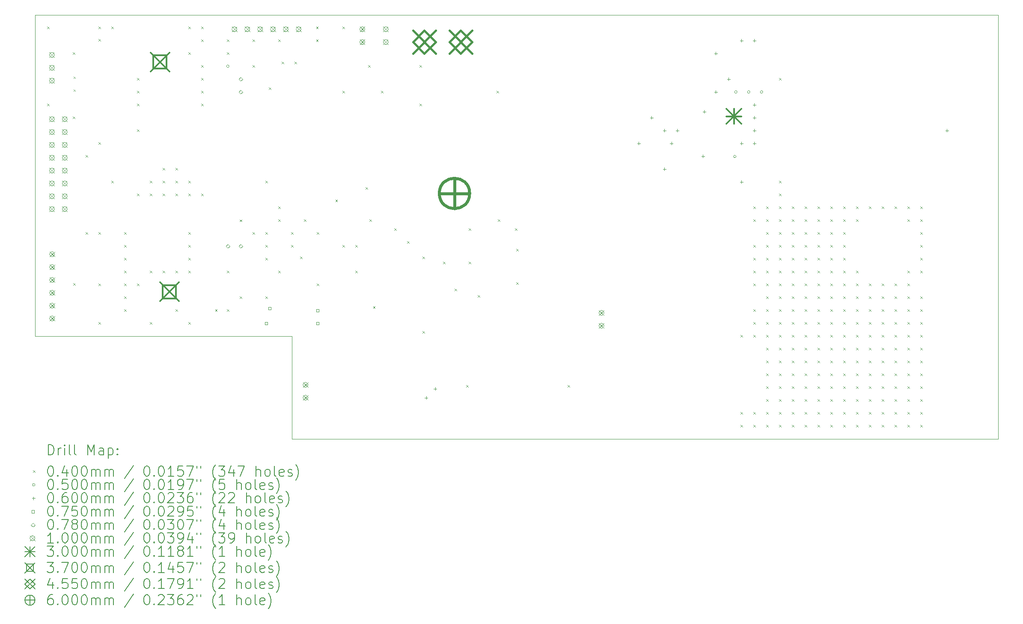
<source format=gbr>
%TF.GenerationSoftware,KiCad,Pcbnew,7.0.10*%
%TF.CreationDate,2024-03-06T13:01:43-05:00*%
%TF.ProjectId,PCB_Main_Final,5043425f-4d61-4696-9e5f-46696e616c2e,rev?*%
%TF.SameCoordinates,Original*%
%TF.FileFunction,Drillmap*%
%TF.FilePolarity,Positive*%
%FSLAX45Y45*%
G04 Gerber Fmt 4.5, Leading zero omitted, Abs format (unit mm)*
G04 Created by KiCad (PCBNEW 7.0.10) date 2024-03-06 13:01:43*
%MOMM*%
%LPD*%
G01*
G04 APERTURE LIST*
%ADD10C,0.100000*%
%ADD11C,0.200000*%
%ADD12C,0.300000*%
%ADD13C,0.370000*%
%ADD14C,0.455000*%
%ADD15C,0.600000*%
G04 APERTURE END LIST*
D10*
X23368000Y-4826000D02*
X4318000Y-4826000D01*
X23368000Y-13208000D02*
X23368000Y-11176000D01*
X9398000Y-13208000D02*
X15748000Y-13208000D01*
X15748000Y-13208000D02*
X23368000Y-13208000D01*
X9398000Y-11176000D02*
X9398000Y-13208000D01*
X23368000Y-11176000D02*
X23368000Y-4826000D01*
X4318000Y-4826000D02*
X4318000Y-11176000D01*
X4318000Y-11176000D02*
X9398000Y-11176000D01*
D11*
D10*
X4552000Y-5060000D02*
X4592000Y-5100000D01*
X4592000Y-5060000D02*
X4552000Y-5100000D01*
X4552000Y-6584000D02*
X4592000Y-6624000D01*
X4592000Y-6584000D02*
X4552000Y-6624000D01*
X5060000Y-5568000D02*
X5100000Y-5608000D01*
X5100000Y-5568000D02*
X5060000Y-5608000D01*
X5060000Y-6838000D02*
X5100000Y-6878000D01*
X5100000Y-6838000D02*
X5060000Y-6878000D01*
X5071015Y-10128985D02*
X5111015Y-10168985D01*
X5111015Y-10128985D02*
X5071015Y-10168985D01*
X5074250Y-6045500D02*
X5114250Y-6085500D01*
X5114250Y-6045500D02*
X5074250Y-6085500D01*
X5074250Y-6299500D02*
X5114250Y-6339500D01*
X5114250Y-6299500D02*
X5074250Y-6339500D01*
X5314000Y-7600000D02*
X5354000Y-7640000D01*
X5354000Y-7600000D02*
X5314000Y-7640000D01*
X5314000Y-9124000D02*
X5354000Y-9164000D01*
X5354000Y-9124000D02*
X5314000Y-9164000D01*
X5568000Y-5060000D02*
X5608000Y-5100000D01*
X5608000Y-5060000D02*
X5568000Y-5100000D01*
X5568000Y-5306000D02*
X5608000Y-5346000D01*
X5608000Y-5306000D02*
X5568000Y-5346000D01*
X5568000Y-7346000D02*
X5608000Y-7386000D01*
X5608000Y-7346000D02*
X5568000Y-7386000D01*
X5568000Y-9124000D02*
X5608000Y-9164000D01*
X5608000Y-9124000D02*
X5568000Y-9164000D01*
X5568000Y-10140000D02*
X5608000Y-10180000D01*
X5608000Y-10140000D02*
X5568000Y-10180000D01*
X5568000Y-10902000D02*
X5608000Y-10942000D01*
X5608000Y-10902000D02*
X5568000Y-10942000D01*
X5822000Y-5060000D02*
X5862000Y-5100000D01*
X5862000Y-5060000D02*
X5822000Y-5100000D01*
X5822000Y-8108000D02*
X5862000Y-8148000D01*
X5862000Y-8108000D02*
X5822000Y-8148000D01*
X6076000Y-9124000D02*
X6116000Y-9164000D01*
X6116000Y-9124000D02*
X6076000Y-9164000D01*
X6076000Y-9378000D02*
X6116000Y-9418000D01*
X6116000Y-9378000D02*
X6076000Y-9418000D01*
X6076000Y-9632000D02*
X6116000Y-9672000D01*
X6116000Y-9632000D02*
X6076000Y-9672000D01*
X6076000Y-9886000D02*
X6116000Y-9926000D01*
X6116000Y-9886000D02*
X6076000Y-9926000D01*
X6076000Y-10140000D02*
X6116000Y-10180000D01*
X6116000Y-10140000D02*
X6076000Y-10180000D01*
X6076000Y-10394000D02*
X6116000Y-10434000D01*
X6116000Y-10394000D02*
X6076000Y-10434000D01*
X6076000Y-10648000D02*
X6116000Y-10688000D01*
X6116000Y-10648000D02*
X6076000Y-10688000D01*
X6330000Y-6076000D02*
X6370000Y-6116000D01*
X6370000Y-6076000D02*
X6330000Y-6116000D01*
X6330000Y-6330000D02*
X6370000Y-6370000D01*
X6370000Y-6330000D02*
X6330000Y-6370000D01*
X6330000Y-6584000D02*
X6370000Y-6624000D01*
X6370000Y-6584000D02*
X6330000Y-6624000D01*
X6330000Y-7092000D02*
X6370000Y-7132000D01*
X6370000Y-7092000D02*
X6330000Y-7132000D01*
X6330000Y-8362000D02*
X6370000Y-8402000D01*
X6370000Y-8362000D02*
X6330000Y-8402000D01*
X6330000Y-10140000D02*
X6370000Y-10180000D01*
X6370000Y-10140000D02*
X6330000Y-10180000D01*
X6584000Y-8108000D02*
X6624000Y-8148000D01*
X6624000Y-8108000D02*
X6584000Y-8148000D01*
X6584000Y-8362000D02*
X6624000Y-8402000D01*
X6624000Y-8362000D02*
X6584000Y-8402000D01*
X6584000Y-9886000D02*
X6624000Y-9926000D01*
X6624000Y-9886000D02*
X6584000Y-9926000D01*
X6584000Y-10902000D02*
X6624000Y-10942000D01*
X6624000Y-10902000D02*
X6584000Y-10942000D01*
X6838000Y-7854000D02*
X6878000Y-7894000D01*
X6878000Y-7854000D02*
X6838000Y-7894000D01*
X6838000Y-8108000D02*
X6878000Y-8148000D01*
X6878000Y-8108000D02*
X6838000Y-8148000D01*
X6838000Y-8362000D02*
X6878000Y-8402000D01*
X6878000Y-8362000D02*
X6838000Y-8402000D01*
X6838000Y-9886000D02*
X6878000Y-9926000D01*
X6878000Y-9886000D02*
X6838000Y-9926000D01*
X7092000Y-7854000D02*
X7132000Y-7894000D01*
X7132000Y-7854000D02*
X7092000Y-7894000D01*
X7092000Y-8108000D02*
X7132000Y-8148000D01*
X7132000Y-8108000D02*
X7092000Y-8148000D01*
X7092000Y-8362000D02*
X7132000Y-8402000D01*
X7132000Y-8362000D02*
X7092000Y-8402000D01*
X7092000Y-9886000D02*
X7132000Y-9926000D01*
X7132000Y-9886000D02*
X7092000Y-9926000D01*
X7092000Y-10648000D02*
X7132000Y-10688000D01*
X7132000Y-10648000D02*
X7092000Y-10688000D01*
X7346000Y-5060000D02*
X7386000Y-5100000D01*
X7386000Y-5060000D02*
X7346000Y-5100000D01*
X7346000Y-5568000D02*
X7386000Y-5608000D01*
X7386000Y-5568000D02*
X7346000Y-5608000D01*
X7346000Y-8108000D02*
X7386000Y-8148000D01*
X7386000Y-8108000D02*
X7346000Y-8148000D01*
X7346000Y-8362000D02*
X7386000Y-8402000D01*
X7386000Y-8362000D02*
X7346000Y-8402000D01*
X7346000Y-9124000D02*
X7386000Y-9164000D01*
X7386000Y-9124000D02*
X7346000Y-9164000D01*
X7346000Y-9378000D02*
X7386000Y-9418000D01*
X7386000Y-9378000D02*
X7346000Y-9418000D01*
X7346000Y-9632000D02*
X7386000Y-9672000D01*
X7386000Y-9632000D02*
X7346000Y-9672000D01*
X7346000Y-9886000D02*
X7386000Y-9926000D01*
X7386000Y-9886000D02*
X7346000Y-9926000D01*
X7346000Y-10902000D02*
X7386000Y-10942000D01*
X7386000Y-10902000D02*
X7346000Y-10942000D01*
X7600000Y-5060000D02*
X7640000Y-5100000D01*
X7640000Y-5060000D02*
X7600000Y-5100000D01*
X7600000Y-5314000D02*
X7640000Y-5354000D01*
X7640000Y-5314000D02*
X7600000Y-5354000D01*
X7600000Y-5822000D02*
X7640000Y-5862000D01*
X7640000Y-5822000D02*
X7600000Y-5862000D01*
X7600000Y-6076000D02*
X7640000Y-6116000D01*
X7640000Y-6076000D02*
X7600000Y-6116000D01*
X7600000Y-6330000D02*
X7640000Y-6370000D01*
X7640000Y-6330000D02*
X7600000Y-6370000D01*
X7600000Y-6584000D02*
X7640000Y-6624000D01*
X7640000Y-6584000D02*
X7600000Y-6624000D01*
X7600000Y-8362000D02*
X7640000Y-8402000D01*
X7640000Y-8362000D02*
X7600000Y-8402000D01*
X7878000Y-10648000D02*
X7918000Y-10688000D01*
X7918000Y-10648000D02*
X7878000Y-10688000D01*
X8108000Y-5314000D02*
X8148000Y-5354000D01*
X8148000Y-5314000D02*
X8108000Y-5354000D01*
X8108000Y-5568000D02*
X8148000Y-5608000D01*
X8148000Y-5568000D02*
X8108000Y-5608000D01*
X8108000Y-9886000D02*
X8148000Y-9926000D01*
X8148000Y-9886000D02*
X8108000Y-9926000D01*
X8108000Y-10648000D02*
X8148000Y-10688000D01*
X8148000Y-10648000D02*
X8108000Y-10688000D01*
X8362000Y-8872000D02*
X8402000Y-8912000D01*
X8402000Y-8872000D02*
X8362000Y-8912000D01*
X8362000Y-10394000D02*
X8402000Y-10434000D01*
X8402000Y-10394000D02*
X8362000Y-10434000D01*
X8616000Y-5314000D02*
X8656000Y-5354000D01*
X8656000Y-5314000D02*
X8616000Y-5354000D01*
X8616000Y-5822000D02*
X8656000Y-5862000D01*
X8656000Y-5822000D02*
X8616000Y-5862000D01*
X8616000Y-9124000D02*
X8656000Y-9164000D01*
X8656000Y-9124000D02*
X8616000Y-9164000D01*
X8870000Y-8108000D02*
X8910000Y-8148000D01*
X8910000Y-8108000D02*
X8870000Y-8148000D01*
X8870000Y-9124000D02*
X8910000Y-9164000D01*
X8910000Y-9124000D02*
X8870000Y-9164000D01*
X8870000Y-9378000D02*
X8910000Y-9418000D01*
X8910000Y-9378000D02*
X8870000Y-9418000D01*
X8870000Y-9632000D02*
X8910000Y-9672000D01*
X8910000Y-9632000D02*
X8870000Y-9672000D01*
X8870000Y-10394000D02*
X8910000Y-10434000D01*
X8910000Y-10394000D02*
X8870000Y-10434000D01*
X8940750Y-6258500D02*
X8980750Y-6298500D01*
X8980750Y-6258500D02*
X8940750Y-6298500D01*
X9124000Y-5314000D02*
X9164000Y-5354000D01*
X9164000Y-5314000D02*
X9124000Y-5354000D01*
X9124000Y-8616000D02*
X9164000Y-8656000D01*
X9164000Y-8616000D02*
X9124000Y-8656000D01*
X9124000Y-8870000D02*
X9164000Y-8910000D01*
X9164000Y-8870000D02*
X9124000Y-8910000D01*
X9124000Y-9886000D02*
X9164000Y-9926000D01*
X9164000Y-9886000D02*
X9124000Y-9926000D01*
X9194750Y-5750500D02*
X9234750Y-5790500D01*
X9234750Y-5750500D02*
X9194750Y-5790500D01*
X9378000Y-9124000D02*
X9418000Y-9164000D01*
X9418000Y-9124000D02*
X9378000Y-9164000D01*
X9378000Y-9378000D02*
X9418000Y-9418000D01*
X9418000Y-9378000D02*
X9378000Y-9418000D01*
X9448750Y-5750500D02*
X9488750Y-5790500D01*
X9488750Y-5750500D02*
X9448750Y-5790500D01*
X9557859Y-9603611D02*
X9597859Y-9643611D01*
X9597859Y-9603611D02*
X9557859Y-9643611D01*
X9632000Y-8870000D02*
X9672000Y-8910000D01*
X9672000Y-8870000D02*
X9632000Y-8910000D01*
X9873999Y-5060000D02*
X9913999Y-5100000D01*
X9913999Y-5060000D02*
X9873999Y-5100000D01*
X9873999Y-5314000D02*
X9913999Y-5354000D01*
X9913999Y-5314000D02*
X9873999Y-5354000D01*
X9886000Y-9124000D02*
X9926000Y-9164000D01*
X9926000Y-9124000D02*
X9886000Y-9164000D01*
X9886000Y-10140000D02*
X9926000Y-10180000D01*
X9926000Y-10140000D02*
X9886000Y-10180000D01*
X10256105Y-8478105D02*
X10296105Y-8518105D01*
X10296105Y-8478105D02*
X10256105Y-8518105D01*
X10394000Y-5060000D02*
X10434000Y-5100000D01*
X10434000Y-5060000D02*
X10394000Y-5100000D01*
X10394000Y-6330000D02*
X10434000Y-6370000D01*
X10434000Y-6330000D02*
X10394000Y-6370000D01*
X10394000Y-9378000D02*
X10434000Y-9418000D01*
X10434000Y-9378000D02*
X10394000Y-9418000D01*
X10648000Y-9378000D02*
X10688000Y-9418000D01*
X10688000Y-9378000D02*
X10648000Y-9418000D01*
X10648000Y-9886000D02*
X10688000Y-9926000D01*
X10688000Y-9886000D02*
X10648000Y-9926000D01*
X10851200Y-8235000D02*
X10891200Y-8275000D01*
X10891200Y-8235000D02*
X10851200Y-8275000D01*
X10902000Y-5822000D02*
X10942000Y-5862000D01*
X10942000Y-5822000D02*
X10902000Y-5862000D01*
X10927400Y-8870000D02*
X10967400Y-8910000D01*
X10967400Y-8870000D02*
X10927400Y-8910000D01*
X11000628Y-10588125D02*
X11040628Y-10628125D01*
X11040628Y-10588125D02*
X11000628Y-10628125D01*
X11156000Y-6330000D02*
X11196000Y-6370000D01*
X11196000Y-6330000D02*
X11156000Y-6370000D01*
X11422700Y-9047800D02*
X11462700Y-9087800D01*
X11462700Y-9047800D02*
X11422700Y-9087800D01*
X11676700Y-9301800D02*
X11716700Y-9341800D01*
X11716700Y-9301800D02*
X11676700Y-9341800D01*
X11918000Y-5822000D02*
X11958000Y-5862000D01*
X11958000Y-5822000D02*
X11918000Y-5862000D01*
X11918000Y-6584000D02*
X11958000Y-6624000D01*
X11958000Y-6584000D02*
X11918000Y-6624000D01*
X11981500Y-9606600D02*
X12021500Y-9646600D01*
X12021500Y-9606600D02*
X11981500Y-9646600D01*
X11981500Y-11079800D02*
X12021500Y-11119800D01*
X12021500Y-11079800D02*
X11981500Y-11119800D01*
X12387900Y-9708200D02*
X12427900Y-9748200D01*
X12427900Y-9708200D02*
X12387900Y-9748200D01*
X12616500Y-10241600D02*
X12656500Y-10281600D01*
X12656500Y-10241600D02*
X12616500Y-10281600D01*
X12845100Y-12146600D02*
X12885100Y-12186600D01*
X12885100Y-12146600D02*
X12845100Y-12186600D01*
X12895900Y-9047800D02*
X12935900Y-9087800D01*
X12935900Y-9047800D02*
X12895900Y-9087800D01*
X12895900Y-9708200D02*
X12935900Y-9748200D01*
X12935900Y-9708200D02*
X12895900Y-9748200D01*
X13073700Y-10368600D02*
X13113700Y-10408600D01*
X13113700Y-10368600D02*
X13073700Y-10408600D01*
X13442000Y-6330000D02*
X13482000Y-6370000D01*
X13482000Y-6330000D02*
X13442000Y-6370000D01*
X13467400Y-8870000D02*
X13507400Y-8910000D01*
X13507400Y-8870000D02*
X13467400Y-8910000D01*
X13810300Y-9047800D02*
X13850300Y-9087800D01*
X13850300Y-9047800D02*
X13810300Y-9087800D01*
X13835700Y-9454200D02*
X13875700Y-9494200D01*
X13875700Y-9454200D02*
X13835700Y-9494200D01*
X13835700Y-10114600D02*
X13875700Y-10154600D01*
X13875700Y-10114600D02*
X13835700Y-10154600D01*
X14851700Y-12146600D02*
X14891700Y-12186600D01*
X14891700Y-12146600D02*
X14851700Y-12186600D01*
X18268000Y-11156000D02*
X18308000Y-11196000D01*
X18308000Y-11156000D02*
X18268000Y-11196000D01*
X18268000Y-12680000D02*
X18308000Y-12720000D01*
X18308000Y-12680000D02*
X18268000Y-12720000D01*
X18268000Y-12934000D02*
X18308000Y-12974000D01*
X18308000Y-12934000D02*
X18268000Y-12974000D01*
X18522000Y-8616000D02*
X18562000Y-8656000D01*
X18562000Y-8616000D02*
X18522000Y-8656000D01*
X18522000Y-8870000D02*
X18562000Y-8910000D01*
X18562000Y-8870000D02*
X18522000Y-8910000D01*
X18522000Y-9378000D02*
X18562000Y-9418000D01*
X18562000Y-9378000D02*
X18522000Y-9418000D01*
X18522000Y-9632000D02*
X18562000Y-9672000D01*
X18562000Y-9632000D02*
X18522000Y-9672000D01*
X18522000Y-9886000D02*
X18562000Y-9926000D01*
X18562000Y-9886000D02*
X18522000Y-9926000D01*
X18522000Y-10140000D02*
X18562000Y-10180000D01*
X18562000Y-10140000D02*
X18522000Y-10180000D01*
X18522000Y-10648000D02*
X18562000Y-10688000D01*
X18562000Y-10648000D02*
X18522000Y-10688000D01*
X18522000Y-10902000D02*
X18562000Y-10942000D01*
X18562000Y-10902000D02*
X18522000Y-10942000D01*
X18522000Y-11156000D02*
X18562000Y-11196000D01*
X18562000Y-11156000D02*
X18522000Y-11196000D01*
X18522000Y-12680000D02*
X18562000Y-12720000D01*
X18562000Y-12680000D02*
X18522000Y-12720000D01*
X18522000Y-12934000D02*
X18562000Y-12974000D01*
X18562000Y-12934000D02*
X18522000Y-12974000D01*
X18776000Y-8616000D02*
X18816000Y-8656000D01*
X18816000Y-8616000D02*
X18776000Y-8656000D01*
X18776000Y-8870000D02*
X18816000Y-8910000D01*
X18816000Y-8870000D02*
X18776000Y-8910000D01*
X18776000Y-9124000D02*
X18816000Y-9164000D01*
X18816000Y-9124000D02*
X18776000Y-9164000D01*
X18776000Y-9378000D02*
X18816000Y-9418000D01*
X18816000Y-9378000D02*
X18776000Y-9418000D01*
X18776000Y-9632000D02*
X18816000Y-9672000D01*
X18816000Y-9632000D02*
X18776000Y-9672000D01*
X18776000Y-9886000D02*
X18816000Y-9926000D01*
X18816000Y-9886000D02*
X18776000Y-9926000D01*
X18776000Y-10140000D02*
X18816000Y-10180000D01*
X18816000Y-10140000D02*
X18776000Y-10180000D01*
X18776000Y-10394000D02*
X18816000Y-10434000D01*
X18816000Y-10394000D02*
X18776000Y-10434000D01*
X18776000Y-10648000D02*
X18816000Y-10688000D01*
X18816000Y-10648000D02*
X18776000Y-10688000D01*
X18776000Y-10902000D02*
X18816000Y-10942000D01*
X18816000Y-10902000D02*
X18776000Y-10942000D01*
X18776000Y-11156000D02*
X18816000Y-11196000D01*
X18816000Y-11156000D02*
X18776000Y-11196000D01*
X18776000Y-11410000D02*
X18816000Y-11450000D01*
X18816000Y-11410000D02*
X18776000Y-11450000D01*
X18776000Y-11664000D02*
X18816000Y-11704000D01*
X18816000Y-11664000D02*
X18776000Y-11704000D01*
X18776000Y-11918000D02*
X18816000Y-11958000D01*
X18816000Y-11918000D02*
X18776000Y-11958000D01*
X18776000Y-12172000D02*
X18816000Y-12212000D01*
X18816000Y-12172000D02*
X18776000Y-12212000D01*
X18776000Y-12426000D02*
X18816000Y-12466000D01*
X18816000Y-12426000D02*
X18776000Y-12466000D01*
X18776000Y-12680000D02*
X18816000Y-12720000D01*
X18816000Y-12680000D02*
X18776000Y-12720000D01*
X18776000Y-12934000D02*
X18816000Y-12974000D01*
X18816000Y-12934000D02*
X18776000Y-12974000D01*
X19030000Y-6076000D02*
X19070000Y-6116000D01*
X19070000Y-6076000D02*
X19030000Y-6116000D01*
X19030000Y-8108000D02*
X19070000Y-8148000D01*
X19070000Y-8108000D02*
X19030000Y-8148000D01*
X19030000Y-8362000D02*
X19070000Y-8402000D01*
X19070000Y-8362000D02*
X19030000Y-8402000D01*
X19030000Y-8616000D02*
X19070000Y-8656000D01*
X19070000Y-8616000D02*
X19030000Y-8656000D01*
X19030000Y-8870000D02*
X19070000Y-8910000D01*
X19070000Y-8870000D02*
X19030000Y-8910000D01*
X19030000Y-9124000D02*
X19070000Y-9164000D01*
X19070000Y-9124000D02*
X19030000Y-9164000D01*
X19030000Y-9378000D02*
X19070000Y-9418000D01*
X19070000Y-9378000D02*
X19030000Y-9418000D01*
X19030000Y-9632000D02*
X19070000Y-9672000D01*
X19070000Y-9632000D02*
X19030000Y-9672000D01*
X19030000Y-9886000D02*
X19070000Y-9926000D01*
X19070000Y-9886000D02*
X19030000Y-9926000D01*
X19030000Y-10140000D02*
X19070000Y-10180000D01*
X19070000Y-10140000D02*
X19030000Y-10180000D01*
X19030000Y-10394000D02*
X19070000Y-10434000D01*
X19070000Y-10394000D02*
X19030000Y-10434000D01*
X19030000Y-10648000D02*
X19070000Y-10688000D01*
X19070000Y-10648000D02*
X19030000Y-10688000D01*
X19030000Y-10902000D02*
X19070000Y-10942000D01*
X19070000Y-10902000D02*
X19030000Y-10942000D01*
X19030000Y-11156000D02*
X19070000Y-11196000D01*
X19070000Y-11156000D02*
X19030000Y-11196000D01*
X19030000Y-11410000D02*
X19070000Y-11450000D01*
X19070000Y-11410000D02*
X19030000Y-11450000D01*
X19030000Y-11664000D02*
X19070000Y-11704000D01*
X19070000Y-11664000D02*
X19030000Y-11704000D01*
X19030000Y-11918000D02*
X19070000Y-11958000D01*
X19070000Y-11918000D02*
X19030000Y-11958000D01*
X19030000Y-12172000D02*
X19070000Y-12212000D01*
X19070000Y-12172000D02*
X19030000Y-12212000D01*
X19030000Y-12426000D02*
X19070000Y-12466000D01*
X19070000Y-12426000D02*
X19030000Y-12466000D01*
X19030000Y-12680000D02*
X19070000Y-12720000D01*
X19070000Y-12680000D02*
X19030000Y-12720000D01*
X19030000Y-12934000D02*
X19070000Y-12974000D01*
X19070000Y-12934000D02*
X19030000Y-12974000D01*
X19284000Y-8616000D02*
X19324000Y-8656000D01*
X19324000Y-8616000D02*
X19284000Y-8656000D01*
X19284000Y-8870000D02*
X19324000Y-8910000D01*
X19324000Y-8870000D02*
X19284000Y-8910000D01*
X19284000Y-9124000D02*
X19324000Y-9164000D01*
X19324000Y-9124000D02*
X19284000Y-9164000D01*
X19284000Y-9378000D02*
X19324000Y-9418000D01*
X19324000Y-9378000D02*
X19284000Y-9418000D01*
X19284000Y-9632000D02*
X19324000Y-9672000D01*
X19324000Y-9632000D02*
X19284000Y-9672000D01*
X19284000Y-9886000D02*
X19324000Y-9926000D01*
X19324000Y-9886000D02*
X19284000Y-9926000D01*
X19284000Y-10140000D02*
X19324000Y-10180000D01*
X19324000Y-10140000D02*
X19284000Y-10180000D01*
X19284000Y-10394000D02*
X19324000Y-10434000D01*
X19324000Y-10394000D02*
X19284000Y-10434000D01*
X19284000Y-10648000D02*
X19324000Y-10688000D01*
X19324000Y-10648000D02*
X19284000Y-10688000D01*
X19284000Y-10902000D02*
X19324000Y-10942000D01*
X19324000Y-10902000D02*
X19284000Y-10942000D01*
X19284000Y-11156000D02*
X19324000Y-11196000D01*
X19324000Y-11156000D02*
X19284000Y-11196000D01*
X19284000Y-11410000D02*
X19324000Y-11450000D01*
X19324000Y-11410000D02*
X19284000Y-11450000D01*
X19284000Y-11664000D02*
X19324000Y-11704000D01*
X19324000Y-11664000D02*
X19284000Y-11704000D01*
X19284000Y-11918000D02*
X19324000Y-11958000D01*
X19324000Y-11918000D02*
X19284000Y-11958000D01*
X19284000Y-12172000D02*
X19324000Y-12212000D01*
X19324000Y-12172000D02*
X19284000Y-12212000D01*
X19284000Y-12426000D02*
X19324000Y-12466000D01*
X19324000Y-12426000D02*
X19284000Y-12466000D01*
X19284000Y-12680000D02*
X19324000Y-12720000D01*
X19324000Y-12680000D02*
X19284000Y-12720000D01*
X19284000Y-12934000D02*
X19324000Y-12974000D01*
X19324000Y-12934000D02*
X19284000Y-12974000D01*
X19538000Y-8616000D02*
X19578000Y-8656000D01*
X19578000Y-8616000D02*
X19538000Y-8656000D01*
X19538000Y-8870000D02*
X19578000Y-8910000D01*
X19578000Y-8870000D02*
X19538000Y-8910000D01*
X19538000Y-9124000D02*
X19578000Y-9164000D01*
X19578000Y-9124000D02*
X19538000Y-9164000D01*
X19538000Y-9378000D02*
X19578000Y-9418000D01*
X19578000Y-9378000D02*
X19538000Y-9418000D01*
X19538000Y-9632000D02*
X19578000Y-9672000D01*
X19578000Y-9632000D02*
X19538000Y-9672000D01*
X19538000Y-9886000D02*
X19578000Y-9926000D01*
X19578000Y-9886000D02*
X19538000Y-9926000D01*
X19538000Y-10140000D02*
X19578000Y-10180000D01*
X19578000Y-10140000D02*
X19538000Y-10180000D01*
X19538000Y-10394000D02*
X19578000Y-10434000D01*
X19578000Y-10394000D02*
X19538000Y-10434000D01*
X19538000Y-10648000D02*
X19578000Y-10688000D01*
X19578000Y-10648000D02*
X19538000Y-10688000D01*
X19538000Y-10902000D02*
X19578000Y-10942000D01*
X19578000Y-10902000D02*
X19538000Y-10942000D01*
X19538000Y-11156000D02*
X19578000Y-11196000D01*
X19578000Y-11156000D02*
X19538000Y-11196000D01*
X19538000Y-11410000D02*
X19578000Y-11450000D01*
X19578000Y-11410000D02*
X19538000Y-11450000D01*
X19538000Y-11664000D02*
X19578000Y-11704000D01*
X19578000Y-11664000D02*
X19538000Y-11704000D01*
X19538000Y-11918000D02*
X19578000Y-11958000D01*
X19578000Y-11918000D02*
X19538000Y-11958000D01*
X19538000Y-12172000D02*
X19578000Y-12212000D01*
X19578000Y-12172000D02*
X19538000Y-12212000D01*
X19538000Y-12426000D02*
X19578000Y-12466000D01*
X19578000Y-12426000D02*
X19538000Y-12466000D01*
X19538000Y-12680000D02*
X19578000Y-12720000D01*
X19578000Y-12680000D02*
X19538000Y-12720000D01*
X19538000Y-12934000D02*
X19578000Y-12974000D01*
X19578000Y-12934000D02*
X19538000Y-12974000D01*
X19792000Y-8616000D02*
X19832000Y-8656000D01*
X19832000Y-8616000D02*
X19792000Y-8656000D01*
X19792000Y-8870000D02*
X19832000Y-8910000D01*
X19832000Y-8870000D02*
X19792000Y-8910000D01*
X19792000Y-9124000D02*
X19832000Y-9164000D01*
X19832000Y-9124000D02*
X19792000Y-9164000D01*
X19792000Y-9378000D02*
X19832000Y-9418000D01*
X19832000Y-9378000D02*
X19792000Y-9418000D01*
X19792000Y-9632000D02*
X19832000Y-9672000D01*
X19832000Y-9632000D02*
X19792000Y-9672000D01*
X19792000Y-9886000D02*
X19832000Y-9926000D01*
X19832000Y-9886000D02*
X19792000Y-9926000D01*
X19792000Y-10140000D02*
X19832000Y-10180000D01*
X19832000Y-10140000D02*
X19792000Y-10180000D01*
X19792000Y-10394000D02*
X19832000Y-10434000D01*
X19832000Y-10394000D02*
X19792000Y-10434000D01*
X19792000Y-10648000D02*
X19832000Y-10688000D01*
X19832000Y-10648000D02*
X19792000Y-10688000D01*
X19792000Y-10902000D02*
X19832000Y-10942000D01*
X19832000Y-10902000D02*
X19792000Y-10942000D01*
X19792000Y-11156000D02*
X19832000Y-11196000D01*
X19832000Y-11156000D02*
X19792000Y-11196000D01*
X19792000Y-11410000D02*
X19832000Y-11450000D01*
X19832000Y-11410000D02*
X19792000Y-11450000D01*
X19792000Y-11664000D02*
X19832000Y-11704000D01*
X19832000Y-11664000D02*
X19792000Y-11704000D01*
X19792000Y-11918000D02*
X19832000Y-11958000D01*
X19832000Y-11918000D02*
X19792000Y-11958000D01*
X19792000Y-12172000D02*
X19832000Y-12212000D01*
X19832000Y-12172000D02*
X19792000Y-12212000D01*
X19792000Y-12426000D02*
X19832000Y-12466000D01*
X19832000Y-12426000D02*
X19792000Y-12466000D01*
X19792000Y-12680000D02*
X19832000Y-12720000D01*
X19832000Y-12680000D02*
X19792000Y-12720000D01*
X19792000Y-12934000D02*
X19832000Y-12974000D01*
X19832000Y-12934000D02*
X19792000Y-12974000D01*
X20046000Y-8616000D02*
X20086000Y-8656000D01*
X20086000Y-8616000D02*
X20046000Y-8656000D01*
X20046000Y-8870000D02*
X20086000Y-8910000D01*
X20086000Y-8870000D02*
X20046000Y-8910000D01*
X20046000Y-9124000D02*
X20086000Y-9164000D01*
X20086000Y-9124000D02*
X20046000Y-9164000D01*
X20046000Y-9378000D02*
X20086000Y-9418000D01*
X20086000Y-9378000D02*
X20046000Y-9418000D01*
X20046000Y-9632000D02*
X20086000Y-9672000D01*
X20086000Y-9632000D02*
X20046000Y-9672000D01*
X20046000Y-9886000D02*
X20086000Y-9926000D01*
X20086000Y-9886000D02*
X20046000Y-9926000D01*
X20046000Y-10140000D02*
X20086000Y-10180000D01*
X20086000Y-10140000D02*
X20046000Y-10180000D01*
X20046000Y-10394000D02*
X20086000Y-10434000D01*
X20086000Y-10394000D02*
X20046000Y-10434000D01*
X20046000Y-10648000D02*
X20086000Y-10688000D01*
X20086000Y-10648000D02*
X20046000Y-10688000D01*
X20046000Y-10902000D02*
X20086000Y-10942000D01*
X20086000Y-10902000D02*
X20046000Y-10942000D01*
X20046000Y-11156000D02*
X20086000Y-11196000D01*
X20086000Y-11156000D02*
X20046000Y-11196000D01*
X20046000Y-11410000D02*
X20086000Y-11450000D01*
X20086000Y-11410000D02*
X20046000Y-11450000D01*
X20046000Y-11664000D02*
X20086000Y-11704000D01*
X20086000Y-11664000D02*
X20046000Y-11704000D01*
X20046000Y-11918000D02*
X20086000Y-11958000D01*
X20086000Y-11918000D02*
X20046000Y-11958000D01*
X20046000Y-12172000D02*
X20086000Y-12212000D01*
X20086000Y-12172000D02*
X20046000Y-12212000D01*
X20046000Y-12426000D02*
X20086000Y-12466000D01*
X20086000Y-12426000D02*
X20046000Y-12466000D01*
X20046000Y-12680000D02*
X20086000Y-12720000D01*
X20086000Y-12680000D02*
X20046000Y-12720000D01*
X20046000Y-12934000D02*
X20086000Y-12974000D01*
X20086000Y-12934000D02*
X20046000Y-12974000D01*
X20300000Y-8616000D02*
X20340000Y-8656000D01*
X20340000Y-8616000D02*
X20300000Y-8656000D01*
X20300000Y-8870000D02*
X20340000Y-8910000D01*
X20340000Y-8870000D02*
X20300000Y-8910000D01*
X20300000Y-9124000D02*
X20340000Y-9164000D01*
X20340000Y-9124000D02*
X20300000Y-9164000D01*
X20300000Y-9378000D02*
X20340000Y-9418000D01*
X20340000Y-9378000D02*
X20300000Y-9418000D01*
X20300000Y-9632000D02*
X20340000Y-9672000D01*
X20340000Y-9632000D02*
X20300000Y-9672000D01*
X20300000Y-9886000D02*
X20340000Y-9926000D01*
X20340000Y-9886000D02*
X20300000Y-9926000D01*
X20300000Y-10140000D02*
X20340000Y-10180000D01*
X20340000Y-10140000D02*
X20300000Y-10180000D01*
X20300000Y-10394000D02*
X20340000Y-10434000D01*
X20340000Y-10394000D02*
X20300000Y-10434000D01*
X20300000Y-10648000D02*
X20340000Y-10688000D01*
X20340000Y-10648000D02*
X20300000Y-10688000D01*
X20300000Y-10902000D02*
X20340000Y-10942000D01*
X20340000Y-10902000D02*
X20300000Y-10942000D01*
X20300000Y-11156000D02*
X20340000Y-11196000D01*
X20340000Y-11156000D02*
X20300000Y-11196000D01*
X20300000Y-11410000D02*
X20340000Y-11450000D01*
X20340000Y-11410000D02*
X20300000Y-11450000D01*
X20300000Y-11664000D02*
X20340000Y-11704000D01*
X20340000Y-11664000D02*
X20300000Y-11704000D01*
X20300000Y-11918000D02*
X20340000Y-11958000D01*
X20340000Y-11918000D02*
X20300000Y-11958000D01*
X20300000Y-12172000D02*
X20340000Y-12212000D01*
X20340000Y-12172000D02*
X20300000Y-12212000D01*
X20300000Y-12426000D02*
X20340000Y-12466000D01*
X20340000Y-12426000D02*
X20300000Y-12466000D01*
X20300000Y-12680000D02*
X20340000Y-12720000D01*
X20340000Y-12680000D02*
X20300000Y-12720000D01*
X20300000Y-12934000D02*
X20340000Y-12974000D01*
X20340000Y-12934000D02*
X20300000Y-12974000D01*
X20554000Y-8616000D02*
X20594000Y-8656000D01*
X20594000Y-8616000D02*
X20554000Y-8656000D01*
X20554000Y-8870000D02*
X20594000Y-8910000D01*
X20594000Y-8870000D02*
X20554000Y-8910000D01*
X20554000Y-9886000D02*
X20594000Y-9926000D01*
X20594000Y-9886000D02*
X20554000Y-9926000D01*
X20554000Y-10140000D02*
X20594000Y-10180000D01*
X20594000Y-10140000D02*
X20554000Y-10180000D01*
X20554000Y-10394000D02*
X20594000Y-10434000D01*
X20594000Y-10394000D02*
X20554000Y-10434000D01*
X20554000Y-10648000D02*
X20594000Y-10688000D01*
X20594000Y-10648000D02*
X20554000Y-10688000D01*
X20554000Y-10902000D02*
X20594000Y-10942000D01*
X20594000Y-10902000D02*
X20554000Y-10942000D01*
X20554000Y-11156000D02*
X20594000Y-11196000D01*
X20594000Y-11156000D02*
X20554000Y-11196000D01*
X20554000Y-11410000D02*
X20594000Y-11450000D01*
X20594000Y-11410000D02*
X20554000Y-11450000D01*
X20554000Y-11664000D02*
X20594000Y-11704000D01*
X20594000Y-11664000D02*
X20554000Y-11704000D01*
X20554000Y-11918000D02*
X20594000Y-11958000D01*
X20594000Y-11918000D02*
X20554000Y-11958000D01*
X20554000Y-12172000D02*
X20594000Y-12212000D01*
X20594000Y-12172000D02*
X20554000Y-12212000D01*
X20554000Y-12426000D02*
X20594000Y-12466000D01*
X20594000Y-12426000D02*
X20554000Y-12466000D01*
X20554000Y-12680000D02*
X20594000Y-12720000D01*
X20594000Y-12680000D02*
X20554000Y-12720000D01*
X20554000Y-12934000D02*
X20594000Y-12974000D01*
X20594000Y-12934000D02*
X20554000Y-12974000D01*
X20808000Y-8616000D02*
X20848000Y-8656000D01*
X20848000Y-8616000D02*
X20808000Y-8656000D01*
X20808000Y-10140000D02*
X20848000Y-10180000D01*
X20848000Y-10140000D02*
X20808000Y-10180000D01*
X20808000Y-10394000D02*
X20848000Y-10434000D01*
X20848000Y-10394000D02*
X20808000Y-10434000D01*
X20808000Y-10648000D02*
X20848000Y-10688000D01*
X20848000Y-10648000D02*
X20808000Y-10688000D01*
X20808000Y-10902000D02*
X20848000Y-10942000D01*
X20848000Y-10902000D02*
X20808000Y-10942000D01*
X20808000Y-11156000D02*
X20848000Y-11196000D01*
X20848000Y-11156000D02*
X20808000Y-11196000D01*
X20808000Y-11410000D02*
X20848000Y-11450000D01*
X20848000Y-11410000D02*
X20808000Y-11450000D01*
X20808000Y-11664000D02*
X20848000Y-11704000D01*
X20848000Y-11664000D02*
X20808000Y-11704000D01*
X20808000Y-11918000D02*
X20848000Y-11958000D01*
X20848000Y-11918000D02*
X20808000Y-11958000D01*
X20808000Y-12172000D02*
X20848000Y-12212000D01*
X20848000Y-12172000D02*
X20808000Y-12212000D01*
X20808000Y-12426000D02*
X20848000Y-12466000D01*
X20848000Y-12426000D02*
X20808000Y-12466000D01*
X20808000Y-12680000D02*
X20848000Y-12720000D01*
X20848000Y-12680000D02*
X20808000Y-12720000D01*
X20808000Y-12934000D02*
X20848000Y-12974000D01*
X20848000Y-12934000D02*
X20808000Y-12974000D01*
X21062000Y-8616000D02*
X21102000Y-8656000D01*
X21102000Y-8616000D02*
X21062000Y-8656000D01*
X21062000Y-10140000D02*
X21102000Y-10180000D01*
X21102000Y-10140000D02*
X21062000Y-10180000D01*
X21062000Y-10394000D02*
X21102000Y-10434000D01*
X21102000Y-10394000D02*
X21062000Y-10434000D01*
X21062000Y-10648000D02*
X21102000Y-10688000D01*
X21102000Y-10648000D02*
X21062000Y-10688000D01*
X21062000Y-10902000D02*
X21102000Y-10942000D01*
X21102000Y-10902000D02*
X21062000Y-10942000D01*
X21062000Y-11156000D02*
X21102000Y-11196000D01*
X21102000Y-11156000D02*
X21062000Y-11196000D01*
X21062000Y-11410000D02*
X21102000Y-11450000D01*
X21102000Y-11410000D02*
X21062000Y-11450000D01*
X21062000Y-11664000D02*
X21102000Y-11704000D01*
X21102000Y-11664000D02*
X21062000Y-11704000D01*
X21062000Y-11918000D02*
X21102000Y-11958000D01*
X21102000Y-11918000D02*
X21062000Y-11958000D01*
X21062000Y-12172000D02*
X21102000Y-12212000D01*
X21102000Y-12172000D02*
X21062000Y-12212000D01*
X21062000Y-12426000D02*
X21102000Y-12466000D01*
X21102000Y-12426000D02*
X21062000Y-12466000D01*
X21062000Y-12680000D02*
X21102000Y-12720000D01*
X21102000Y-12680000D02*
X21062000Y-12720000D01*
X21062000Y-12934000D02*
X21102000Y-12974000D01*
X21102000Y-12934000D02*
X21062000Y-12974000D01*
X21316000Y-8616000D02*
X21356000Y-8656000D01*
X21356000Y-8616000D02*
X21316000Y-8656000D01*
X21316000Y-10140000D02*
X21356000Y-10180000D01*
X21356000Y-10140000D02*
X21316000Y-10180000D01*
X21316000Y-10394000D02*
X21356000Y-10434000D01*
X21356000Y-10394000D02*
X21316000Y-10434000D01*
X21316000Y-10648000D02*
X21356000Y-10688000D01*
X21356000Y-10648000D02*
X21316000Y-10688000D01*
X21316000Y-10902000D02*
X21356000Y-10942000D01*
X21356000Y-10902000D02*
X21316000Y-10942000D01*
X21316000Y-11156000D02*
X21356000Y-11196000D01*
X21356000Y-11156000D02*
X21316000Y-11196000D01*
X21316000Y-11410000D02*
X21356000Y-11450000D01*
X21356000Y-11410000D02*
X21316000Y-11450000D01*
X21316000Y-11664000D02*
X21356000Y-11704000D01*
X21356000Y-11664000D02*
X21316000Y-11704000D01*
X21316000Y-11918000D02*
X21356000Y-11958000D01*
X21356000Y-11918000D02*
X21316000Y-11958000D01*
X21316000Y-12172000D02*
X21356000Y-12212000D01*
X21356000Y-12172000D02*
X21316000Y-12212000D01*
X21316000Y-12426000D02*
X21356000Y-12466000D01*
X21356000Y-12426000D02*
X21316000Y-12466000D01*
X21316000Y-12680000D02*
X21356000Y-12720000D01*
X21356000Y-12680000D02*
X21316000Y-12720000D01*
X21316000Y-12934000D02*
X21356000Y-12974000D01*
X21356000Y-12934000D02*
X21316000Y-12974000D01*
X21570000Y-8616000D02*
X21610000Y-8656000D01*
X21610000Y-8616000D02*
X21570000Y-8656000D01*
X21570000Y-8870000D02*
X21610000Y-8910000D01*
X21610000Y-8870000D02*
X21570000Y-8910000D01*
X21570000Y-9886000D02*
X21610000Y-9926000D01*
X21610000Y-9886000D02*
X21570000Y-9926000D01*
X21570000Y-10140000D02*
X21610000Y-10180000D01*
X21610000Y-10140000D02*
X21570000Y-10180000D01*
X21570000Y-10394000D02*
X21610000Y-10434000D01*
X21610000Y-10394000D02*
X21570000Y-10434000D01*
X21570000Y-10648000D02*
X21610000Y-10688000D01*
X21610000Y-10648000D02*
X21570000Y-10688000D01*
X21570000Y-10902000D02*
X21610000Y-10942000D01*
X21610000Y-10902000D02*
X21570000Y-10942000D01*
X21570000Y-11156000D02*
X21610000Y-11196000D01*
X21610000Y-11156000D02*
X21570000Y-11196000D01*
X21570000Y-11410000D02*
X21610000Y-11450000D01*
X21610000Y-11410000D02*
X21570000Y-11450000D01*
X21570000Y-11664000D02*
X21610000Y-11704000D01*
X21610000Y-11664000D02*
X21570000Y-11704000D01*
X21570000Y-11918000D02*
X21610000Y-11958000D01*
X21610000Y-11918000D02*
X21570000Y-11958000D01*
X21570000Y-12172000D02*
X21610000Y-12212000D01*
X21610000Y-12172000D02*
X21570000Y-12212000D01*
X21570000Y-12426000D02*
X21610000Y-12466000D01*
X21610000Y-12426000D02*
X21570000Y-12466000D01*
X21570000Y-12680000D02*
X21610000Y-12720000D01*
X21610000Y-12680000D02*
X21570000Y-12720000D01*
X21570000Y-12934000D02*
X21610000Y-12974000D01*
X21610000Y-12934000D02*
X21570000Y-12974000D01*
X21824000Y-8616000D02*
X21864000Y-8656000D01*
X21864000Y-8616000D02*
X21824000Y-8656000D01*
X21824000Y-8870000D02*
X21864000Y-8910000D01*
X21864000Y-8870000D02*
X21824000Y-8910000D01*
X21824000Y-9124000D02*
X21864000Y-9164000D01*
X21864000Y-9124000D02*
X21824000Y-9164000D01*
X21824000Y-9378000D02*
X21864000Y-9418000D01*
X21864000Y-9378000D02*
X21824000Y-9418000D01*
X21824000Y-9632000D02*
X21864000Y-9672000D01*
X21864000Y-9632000D02*
X21824000Y-9672000D01*
X21824000Y-9886000D02*
X21864000Y-9926000D01*
X21864000Y-9886000D02*
X21824000Y-9926000D01*
X21824000Y-10394000D02*
X21864000Y-10434000D01*
X21864000Y-10394000D02*
X21824000Y-10434000D01*
X21824000Y-10648000D02*
X21864000Y-10688000D01*
X21864000Y-10648000D02*
X21824000Y-10688000D01*
X21824000Y-10902000D02*
X21864000Y-10942000D01*
X21864000Y-10902000D02*
X21824000Y-10942000D01*
X21824000Y-11156000D02*
X21864000Y-11196000D01*
X21864000Y-11156000D02*
X21824000Y-11196000D01*
X21824000Y-11410000D02*
X21864000Y-11450000D01*
X21864000Y-11410000D02*
X21824000Y-11450000D01*
X21824000Y-11664000D02*
X21864000Y-11704000D01*
X21864000Y-11664000D02*
X21824000Y-11704000D01*
X21824000Y-11918000D02*
X21864000Y-11958000D01*
X21864000Y-11918000D02*
X21824000Y-11958000D01*
X21824000Y-12172000D02*
X21864000Y-12212000D01*
X21864000Y-12172000D02*
X21824000Y-12212000D01*
X21824000Y-12426000D02*
X21864000Y-12466000D01*
X21864000Y-12426000D02*
X21824000Y-12466000D01*
X21824000Y-12680000D02*
X21864000Y-12720000D01*
X21864000Y-12680000D02*
X21824000Y-12720000D01*
X21824000Y-12934000D02*
X21864000Y-12974000D01*
X21864000Y-12934000D02*
X21824000Y-12974000D01*
X8153000Y-5842000D02*
G75*
G03*
X8103000Y-5842000I-25000J0D01*
G01*
X8103000Y-5842000D02*
G75*
G03*
X8153000Y-5842000I25000J0D01*
G01*
X18180614Y-7625666D02*
G75*
G03*
X18130614Y-7625666I-25000J0D01*
G01*
X18130614Y-7625666D02*
G75*
G03*
X18180614Y-7625666I25000J0D01*
G01*
X18201500Y-6350000D02*
G75*
G03*
X18151500Y-6350000I-25000J0D01*
G01*
X18151500Y-6350000D02*
G75*
G03*
X18201500Y-6350000I25000J0D01*
G01*
X18455500Y-6350000D02*
G75*
G03*
X18405500Y-6350000I-25000J0D01*
G01*
X18405500Y-6350000D02*
G75*
G03*
X18455500Y-6350000I25000J0D01*
G01*
X18709500Y-6350000D02*
G75*
G03*
X18659500Y-6350000I-25000J0D01*
G01*
X18659500Y-6350000D02*
G75*
G03*
X18709500Y-6350000I25000J0D01*
G01*
X12052300Y-12365200D02*
X12052300Y-12425200D01*
X12022300Y-12395200D02*
X12082300Y-12395200D01*
X12230100Y-12187400D02*
X12230100Y-12247400D01*
X12200100Y-12217400D02*
X12260100Y-12217400D01*
X16256000Y-7336000D02*
X16256000Y-7396000D01*
X16226000Y-7366000D02*
X16286000Y-7366000D01*
X16510000Y-6828000D02*
X16510000Y-6888000D01*
X16480000Y-6858000D02*
X16540000Y-6858000D01*
X16764000Y-7082000D02*
X16764000Y-7142000D01*
X16734000Y-7112000D02*
X16794000Y-7112000D01*
X16764000Y-7844000D02*
X16764000Y-7904000D01*
X16734000Y-7874000D02*
X16794000Y-7874000D01*
X16903000Y-7336000D02*
X16903000Y-7396000D01*
X16873000Y-7366000D02*
X16933000Y-7366000D01*
X17018000Y-7082000D02*
X17018000Y-7142000D01*
X16988000Y-7112000D02*
X17048000Y-7112000D01*
X17526000Y-7590000D02*
X17526000Y-7650000D01*
X17496000Y-7620000D02*
X17556000Y-7620000D01*
X17551211Y-6710711D02*
X17551211Y-6770711D01*
X17521211Y-6740711D02*
X17581211Y-6740711D01*
X17780000Y-5558000D02*
X17780000Y-5618000D01*
X17750000Y-5588000D02*
X17810000Y-5588000D01*
X17780000Y-6320000D02*
X17780000Y-6380000D01*
X17750000Y-6350000D02*
X17810000Y-6350000D01*
X18034000Y-6066000D02*
X18034000Y-6126000D01*
X18004000Y-6096000D02*
X18064000Y-6096000D01*
X18288000Y-5304000D02*
X18288000Y-5364000D01*
X18258000Y-5334000D02*
X18318000Y-5334000D01*
X18288000Y-7336000D02*
X18288000Y-7396000D01*
X18258000Y-7366000D02*
X18318000Y-7366000D01*
X18288000Y-8098000D02*
X18288000Y-8158000D01*
X18258000Y-8128000D02*
X18318000Y-8128000D01*
X18542000Y-5304000D02*
X18542000Y-5364000D01*
X18512000Y-5334000D02*
X18572000Y-5334000D01*
X18542000Y-6574000D02*
X18542000Y-6634000D01*
X18512000Y-6604000D02*
X18572000Y-6604000D01*
X18542000Y-6828000D02*
X18542000Y-6888000D01*
X18512000Y-6858000D02*
X18572000Y-6858000D01*
X18542000Y-7082000D02*
X18542000Y-7142000D01*
X18512000Y-7112000D02*
X18572000Y-7112000D01*
X18542000Y-7336000D02*
X18542000Y-7396000D01*
X18512000Y-7366000D02*
X18572000Y-7366000D01*
X22352000Y-7082000D02*
X22352000Y-7142000D01*
X22322000Y-7112000D02*
X22382000Y-7112000D01*
X8916517Y-10948517D02*
X8916517Y-10895483D01*
X8863483Y-10895483D01*
X8863483Y-10948517D01*
X8916517Y-10948517D01*
X8979517Y-10653517D02*
X8979517Y-10600483D01*
X8926483Y-10600483D01*
X8926483Y-10653517D01*
X8979517Y-10653517D01*
X9932517Y-10694517D02*
X9932517Y-10641483D01*
X9879483Y-10641483D01*
X9879483Y-10694517D01*
X9932517Y-10694517D01*
X9932517Y-10948517D02*
X9932517Y-10895483D01*
X9879483Y-10895483D01*
X9879483Y-10948517D01*
X9932517Y-10948517D01*
X8128000Y-9437000D02*
X8167000Y-9398000D01*
X8128000Y-9359000D01*
X8089000Y-9398000D01*
X8128000Y-9437000D01*
X8382000Y-6135000D02*
X8421000Y-6096000D01*
X8382000Y-6057000D01*
X8343000Y-6096000D01*
X8382000Y-6135000D01*
X8382000Y-6389000D02*
X8421000Y-6350000D01*
X8382000Y-6311000D01*
X8343000Y-6350000D01*
X8382000Y-6389000D01*
X8382000Y-9437000D02*
X8421000Y-9398000D01*
X8382000Y-9359000D01*
X8343000Y-9398000D01*
X8382000Y-9437000D01*
X4599000Y-5568500D02*
X4699000Y-5668500D01*
X4699000Y-5568500D02*
X4599000Y-5668500D01*
X4699000Y-5618500D02*
G75*
G03*
X4599000Y-5618500I-50000J0D01*
G01*
X4599000Y-5618500D02*
G75*
G03*
X4699000Y-5618500I50000J0D01*
G01*
X4599000Y-5822500D02*
X4699000Y-5922500D01*
X4699000Y-5822500D02*
X4599000Y-5922500D01*
X4699000Y-5872500D02*
G75*
G03*
X4599000Y-5872500I-50000J0D01*
G01*
X4599000Y-5872500D02*
G75*
G03*
X4699000Y-5872500I50000J0D01*
G01*
X4599000Y-6076500D02*
X4699000Y-6176500D01*
X4699000Y-6076500D02*
X4599000Y-6176500D01*
X4699000Y-6126500D02*
G75*
G03*
X4599000Y-6126500I-50000J0D01*
G01*
X4599000Y-6126500D02*
G75*
G03*
X4699000Y-6126500I50000J0D01*
G01*
X4599000Y-6838500D02*
X4699000Y-6938500D01*
X4699000Y-6838500D02*
X4599000Y-6938500D01*
X4699000Y-6888500D02*
G75*
G03*
X4599000Y-6888500I-50000J0D01*
G01*
X4599000Y-6888500D02*
G75*
G03*
X4699000Y-6888500I50000J0D01*
G01*
X4599000Y-7092500D02*
X4699000Y-7192500D01*
X4699000Y-7092500D02*
X4599000Y-7192500D01*
X4699000Y-7142500D02*
G75*
G03*
X4599000Y-7142500I-50000J0D01*
G01*
X4599000Y-7142500D02*
G75*
G03*
X4699000Y-7142500I50000J0D01*
G01*
X4599000Y-7346500D02*
X4699000Y-7446500D01*
X4699000Y-7346500D02*
X4599000Y-7446500D01*
X4699000Y-7396500D02*
G75*
G03*
X4599000Y-7396500I-50000J0D01*
G01*
X4599000Y-7396500D02*
G75*
G03*
X4699000Y-7396500I50000J0D01*
G01*
X4599000Y-7600500D02*
X4699000Y-7700500D01*
X4699000Y-7600500D02*
X4599000Y-7700500D01*
X4699000Y-7650500D02*
G75*
G03*
X4599000Y-7650500I-50000J0D01*
G01*
X4599000Y-7650500D02*
G75*
G03*
X4699000Y-7650500I50000J0D01*
G01*
X4599000Y-7854500D02*
X4699000Y-7954500D01*
X4699000Y-7854500D02*
X4599000Y-7954500D01*
X4699000Y-7904500D02*
G75*
G03*
X4599000Y-7904500I-50000J0D01*
G01*
X4599000Y-7904500D02*
G75*
G03*
X4699000Y-7904500I50000J0D01*
G01*
X4599000Y-8108500D02*
X4699000Y-8208500D01*
X4699000Y-8108500D02*
X4599000Y-8208500D01*
X4699000Y-8158500D02*
G75*
G03*
X4599000Y-8158500I-50000J0D01*
G01*
X4599000Y-8158500D02*
G75*
G03*
X4699000Y-8158500I50000J0D01*
G01*
X4599000Y-8362500D02*
X4699000Y-8462500D01*
X4699000Y-8362500D02*
X4599000Y-8462500D01*
X4699000Y-8412500D02*
G75*
G03*
X4599000Y-8412500I-50000J0D01*
G01*
X4599000Y-8412500D02*
G75*
G03*
X4699000Y-8412500I50000J0D01*
G01*
X4599000Y-8616500D02*
X4699000Y-8716500D01*
X4699000Y-8616500D02*
X4599000Y-8716500D01*
X4699000Y-8666500D02*
G75*
G03*
X4599000Y-8666500I-50000J0D01*
G01*
X4599000Y-8666500D02*
G75*
G03*
X4699000Y-8666500I50000J0D01*
G01*
X4601500Y-9508000D02*
X4701500Y-9608000D01*
X4701500Y-9508000D02*
X4601500Y-9608000D01*
X4701500Y-9558000D02*
G75*
G03*
X4601500Y-9558000I-50000J0D01*
G01*
X4601500Y-9558000D02*
G75*
G03*
X4701500Y-9558000I50000J0D01*
G01*
X4601500Y-9762000D02*
X4701500Y-9862000D01*
X4701500Y-9762000D02*
X4601500Y-9862000D01*
X4701500Y-9812000D02*
G75*
G03*
X4601500Y-9812000I-50000J0D01*
G01*
X4601500Y-9812000D02*
G75*
G03*
X4701500Y-9812000I50000J0D01*
G01*
X4601500Y-10016000D02*
X4701500Y-10116000D01*
X4701500Y-10016000D02*
X4601500Y-10116000D01*
X4701500Y-10066000D02*
G75*
G03*
X4601500Y-10066000I-50000J0D01*
G01*
X4601500Y-10066000D02*
G75*
G03*
X4701500Y-10066000I50000J0D01*
G01*
X4601500Y-10270000D02*
X4701500Y-10370000D01*
X4701500Y-10270000D02*
X4601500Y-10370000D01*
X4701500Y-10320000D02*
G75*
G03*
X4601500Y-10320000I-50000J0D01*
G01*
X4601500Y-10320000D02*
G75*
G03*
X4701500Y-10320000I50000J0D01*
G01*
X4601500Y-10524000D02*
X4701500Y-10624000D01*
X4701500Y-10524000D02*
X4601500Y-10624000D01*
X4701500Y-10574000D02*
G75*
G03*
X4601500Y-10574000I-50000J0D01*
G01*
X4601500Y-10574000D02*
G75*
G03*
X4701500Y-10574000I50000J0D01*
G01*
X4601500Y-10778000D02*
X4701500Y-10878000D01*
X4701500Y-10778000D02*
X4601500Y-10878000D01*
X4701500Y-10828000D02*
G75*
G03*
X4601500Y-10828000I-50000J0D01*
G01*
X4601500Y-10828000D02*
G75*
G03*
X4701500Y-10828000I50000J0D01*
G01*
X4853000Y-6838500D02*
X4953000Y-6938500D01*
X4953000Y-6838500D02*
X4853000Y-6938500D01*
X4953000Y-6888500D02*
G75*
G03*
X4853000Y-6888500I-50000J0D01*
G01*
X4853000Y-6888500D02*
G75*
G03*
X4953000Y-6888500I50000J0D01*
G01*
X4853000Y-7092500D02*
X4953000Y-7192500D01*
X4953000Y-7092500D02*
X4853000Y-7192500D01*
X4953000Y-7142500D02*
G75*
G03*
X4853000Y-7142500I-50000J0D01*
G01*
X4853000Y-7142500D02*
G75*
G03*
X4953000Y-7142500I50000J0D01*
G01*
X4853000Y-7346500D02*
X4953000Y-7446500D01*
X4953000Y-7346500D02*
X4853000Y-7446500D01*
X4953000Y-7396500D02*
G75*
G03*
X4853000Y-7396500I-50000J0D01*
G01*
X4853000Y-7396500D02*
G75*
G03*
X4953000Y-7396500I50000J0D01*
G01*
X4853000Y-7600500D02*
X4953000Y-7700500D01*
X4953000Y-7600500D02*
X4853000Y-7700500D01*
X4953000Y-7650500D02*
G75*
G03*
X4853000Y-7650500I-50000J0D01*
G01*
X4853000Y-7650500D02*
G75*
G03*
X4953000Y-7650500I50000J0D01*
G01*
X4853000Y-7854500D02*
X4953000Y-7954500D01*
X4953000Y-7854500D02*
X4853000Y-7954500D01*
X4953000Y-7904500D02*
G75*
G03*
X4853000Y-7904500I-50000J0D01*
G01*
X4853000Y-7904500D02*
G75*
G03*
X4953000Y-7904500I50000J0D01*
G01*
X4853000Y-8108500D02*
X4953000Y-8208500D01*
X4953000Y-8108500D02*
X4853000Y-8208500D01*
X4953000Y-8158500D02*
G75*
G03*
X4853000Y-8158500I-50000J0D01*
G01*
X4853000Y-8158500D02*
G75*
G03*
X4953000Y-8158500I50000J0D01*
G01*
X4853000Y-8362500D02*
X4953000Y-8462500D01*
X4953000Y-8362500D02*
X4853000Y-8462500D01*
X4953000Y-8412500D02*
G75*
G03*
X4853000Y-8412500I-50000J0D01*
G01*
X4853000Y-8412500D02*
G75*
G03*
X4953000Y-8412500I50000J0D01*
G01*
X4853000Y-8616500D02*
X4953000Y-8716500D01*
X4953000Y-8616500D02*
X4853000Y-8716500D01*
X4953000Y-8666500D02*
G75*
G03*
X4853000Y-8666500I-50000J0D01*
G01*
X4853000Y-8666500D02*
G75*
G03*
X4953000Y-8666500I50000J0D01*
G01*
X8207500Y-5060500D02*
X8307500Y-5160500D01*
X8307500Y-5060500D02*
X8207500Y-5160500D01*
X8307500Y-5110500D02*
G75*
G03*
X8207500Y-5110500I-50000J0D01*
G01*
X8207500Y-5110500D02*
G75*
G03*
X8307500Y-5110500I50000J0D01*
G01*
X8461500Y-5060500D02*
X8561500Y-5160500D01*
X8561500Y-5060500D02*
X8461500Y-5160500D01*
X8561500Y-5110500D02*
G75*
G03*
X8461500Y-5110500I-50000J0D01*
G01*
X8461500Y-5110500D02*
G75*
G03*
X8561500Y-5110500I50000J0D01*
G01*
X8715500Y-5060500D02*
X8815500Y-5160500D01*
X8815500Y-5060500D02*
X8715500Y-5160500D01*
X8815500Y-5110500D02*
G75*
G03*
X8715500Y-5110500I-50000J0D01*
G01*
X8715500Y-5110500D02*
G75*
G03*
X8815500Y-5110500I50000J0D01*
G01*
X8969500Y-5060500D02*
X9069500Y-5160500D01*
X9069500Y-5060500D02*
X8969500Y-5160500D01*
X9069500Y-5110500D02*
G75*
G03*
X8969500Y-5110500I-50000J0D01*
G01*
X8969500Y-5110500D02*
G75*
G03*
X9069500Y-5110500I50000J0D01*
G01*
X9223500Y-5060500D02*
X9323500Y-5160500D01*
X9323500Y-5060500D02*
X9223500Y-5160500D01*
X9323500Y-5110500D02*
G75*
G03*
X9223500Y-5110500I-50000J0D01*
G01*
X9223500Y-5110500D02*
G75*
G03*
X9323500Y-5110500I50000J0D01*
G01*
X9477500Y-5060500D02*
X9577500Y-5160500D01*
X9577500Y-5060500D02*
X9477500Y-5160500D01*
X9577500Y-5110500D02*
G75*
G03*
X9477500Y-5110500I-50000J0D01*
G01*
X9477500Y-5110500D02*
G75*
G03*
X9577500Y-5110500I50000J0D01*
G01*
X9614700Y-12090700D02*
X9714700Y-12190700D01*
X9714700Y-12090700D02*
X9614700Y-12190700D01*
X9714700Y-12140700D02*
G75*
G03*
X9614700Y-12140700I-50000J0D01*
G01*
X9614700Y-12140700D02*
G75*
G03*
X9714700Y-12140700I50000J0D01*
G01*
X9614700Y-12344700D02*
X9714700Y-12444700D01*
X9714700Y-12344700D02*
X9614700Y-12444700D01*
X9714700Y-12394700D02*
G75*
G03*
X9614700Y-12394700I-50000J0D01*
G01*
X9614700Y-12394700D02*
G75*
G03*
X9714700Y-12394700I50000J0D01*
G01*
X10738000Y-5060500D02*
X10838000Y-5160500D01*
X10838000Y-5060500D02*
X10738000Y-5160500D01*
X10838000Y-5110500D02*
G75*
G03*
X10738000Y-5110500I-50000J0D01*
G01*
X10738000Y-5110500D02*
G75*
G03*
X10838000Y-5110500I50000J0D01*
G01*
X10738000Y-5314500D02*
X10838000Y-5414500D01*
X10838000Y-5314500D02*
X10738000Y-5414500D01*
X10838000Y-5364500D02*
G75*
G03*
X10738000Y-5364500I-50000J0D01*
G01*
X10738000Y-5364500D02*
G75*
G03*
X10838000Y-5364500I50000J0D01*
G01*
X11203000Y-5060500D02*
X11303000Y-5160500D01*
X11303000Y-5060500D02*
X11203000Y-5160500D01*
X11303000Y-5110500D02*
G75*
G03*
X11203000Y-5110500I-50000J0D01*
G01*
X11203000Y-5110500D02*
G75*
G03*
X11303000Y-5110500I50000J0D01*
G01*
X11203000Y-5314500D02*
X11303000Y-5414500D01*
X11303000Y-5314500D02*
X11203000Y-5414500D01*
X11303000Y-5364500D02*
G75*
G03*
X11203000Y-5364500I-50000J0D01*
G01*
X11203000Y-5364500D02*
G75*
G03*
X11303000Y-5364500I50000J0D01*
G01*
X15469400Y-10668300D02*
X15569400Y-10768300D01*
X15569400Y-10668300D02*
X15469400Y-10768300D01*
X15569400Y-10718300D02*
G75*
G03*
X15469400Y-10718300I-50000J0D01*
G01*
X15469400Y-10718300D02*
G75*
G03*
X15569400Y-10718300I50000J0D01*
G01*
X15469400Y-10922300D02*
X15569400Y-11022300D01*
X15569400Y-10922300D02*
X15469400Y-11022300D01*
X15569400Y-10972300D02*
G75*
G03*
X15469400Y-10972300I-50000J0D01*
G01*
X15469400Y-10972300D02*
G75*
G03*
X15569400Y-10972300I50000J0D01*
G01*
D12*
X17988000Y-6682000D02*
X18288000Y-6982000D01*
X18288000Y-6682000D02*
X17988000Y-6982000D01*
X18138000Y-6682000D02*
X18138000Y-6982000D01*
X17988000Y-6832000D02*
X18288000Y-6832000D01*
D13*
X6600000Y-5573500D02*
X6970000Y-5943500D01*
X6970000Y-5573500D02*
X6600000Y-5943500D01*
X6915816Y-5889316D02*
X6915816Y-5627684D01*
X6654184Y-5627684D01*
X6654184Y-5889316D01*
X6915816Y-5889316D01*
X6787000Y-10115000D02*
X7157000Y-10485000D01*
X7157000Y-10115000D02*
X6787000Y-10485000D01*
X7102816Y-10430816D02*
X7102816Y-10169184D01*
X6841184Y-10169184D01*
X6841184Y-10430816D01*
X7102816Y-10430816D01*
D14*
X11787500Y-5137000D02*
X12242500Y-5592000D01*
X12242500Y-5137000D02*
X11787500Y-5592000D01*
X12015000Y-5592000D02*
X12242500Y-5364500D01*
X12015000Y-5137000D01*
X11787500Y-5364500D01*
X12015000Y-5592000D01*
X12507500Y-5137000D02*
X12962500Y-5592000D01*
X12962500Y-5137000D02*
X12507500Y-5592000D01*
X12735000Y-5592000D02*
X12962500Y-5364500D01*
X12735000Y-5137000D01*
X12507500Y-5364500D01*
X12735000Y-5592000D01*
D15*
X12611100Y-8056600D02*
X12611100Y-8656600D01*
X12311100Y-8356600D02*
X12911100Y-8356600D01*
X12911100Y-8356600D02*
G75*
G03*
X12311100Y-8356600I-300000J0D01*
G01*
X12311100Y-8356600D02*
G75*
G03*
X12911100Y-8356600I300000J0D01*
G01*
D11*
X4573777Y-13524484D02*
X4573777Y-13324484D01*
X4573777Y-13324484D02*
X4621396Y-13324484D01*
X4621396Y-13324484D02*
X4649967Y-13334008D01*
X4649967Y-13334008D02*
X4669015Y-13353055D01*
X4669015Y-13353055D02*
X4678539Y-13372103D01*
X4678539Y-13372103D02*
X4688063Y-13410198D01*
X4688063Y-13410198D02*
X4688063Y-13438769D01*
X4688063Y-13438769D02*
X4678539Y-13476865D01*
X4678539Y-13476865D02*
X4669015Y-13495912D01*
X4669015Y-13495912D02*
X4649967Y-13514960D01*
X4649967Y-13514960D02*
X4621396Y-13524484D01*
X4621396Y-13524484D02*
X4573777Y-13524484D01*
X4773777Y-13524484D02*
X4773777Y-13391150D01*
X4773777Y-13429246D02*
X4783301Y-13410198D01*
X4783301Y-13410198D02*
X4792824Y-13400674D01*
X4792824Y-13400674D02*
X4811872Y-13391150D01*
X4811872Y-13391150D02*
X4830920Y-13391150D01*
X4897586Y-13524484D02*
X4897586Y-13391150D01*
X4897586Y-13324484D02*
X4888063Y-13334008D01*
X4888063Y-13334008D02*
X4897586Y-13343531D01*
X4897586Y-13343531D02*
X4907110Y-13334008D01*
X4907110Y-13334008D02*
X4897586Y-13324484D01*
X4897586Y-13324484D02*
X4897586Y-13343531D01*
X5021396Y-13524484D02*
X5002348Y-13514960D01*
X5002348Y-13514960D02*
X4992824Y-13495912D01*
X4992824Y-13495912D02*
X4992824Y-13324484D01*
X5126158Y-13524484D02*
X5107110Y-13514960D01*
X5107110Y-13514960D02*
X5097586Y-13495912D01*
X5097586Y-13495912D02*
X5097586Y-13324484D01*
X5354729Y-13524484D02*
X5354729Y-13324484D01*
X5354729Y-13324484D02*
X5421396Y-13467341D01*
X5421396Y-13467341D02*
X5488063Y-13324484D01*
X5488063Y-13324484D02*
X5488063Y-13524484D01*
X5669015Y-13524484D02*
X5669015Y-13419722D01*
X5669015Y-13419722D02*
X5659491Y-13400674D01*
X5659491Y-13400674D02*
X5640443Y-13391150D01*
X5640443Y-13391150D02*
X5602348Y-13391150D01*
X5602348Y-13391150D02*
X5583301Y-13400674D01*
X5669015Y-13514960D02*
X5649967Y-13524484D01*
X5649967Y-13524484D02*
X5602348Y-13524484D01*
X5602348Y-13524484D02*
X5583301Y-13514960D01*
X5583301Y-13514960D02*
X5573777Y-13495912D01*
X5573777Y-13495912D02*
X5573777Y-13476865D01*
X5573777Y-13476865D02*
X5583301Y-13457817D01*
X5583301Y-13457817D02*
X5602348Y-13448293D01*
X5602348Y-13448293D02*
X5649967Y-13448293D01*
X5649967Y-13448293D02*
X5669015Y-13438769D01*
X5764253Y-13391150D02*
X5764253Y-13591150D01*
X5764253Y-13400674D02*
X5783301Y-13391150D01*
X5783301Y-13391150D02*
X5821396Y-13391150D01*
X5821396Y-13391150D02*
X5840443Y-13400674D01*
X5840443Y-13400674D02*
X5849967Y-13410198D01*
X5849967Y-13410198D02*
X5859491Y-13429246D01*
X5859491Y-13429246D02*
X5859491Y-13486388D01*
X5859491Y-13486388D02*
X5849967Y-13505436D01*
X5849967Y-13505436D02*
X5840443Y-13514960D01*
X5840443Y-13514960D02*
X5821396Y-13524484D01*
X5821396Y-13524484D02*
X5783301Y-13524484D01*
X5783301Y-13524484D02*
X5764253Y-13514960D01*
X5945205Y-13505436D02*
X5954729Y-13514960D01*
X5954729Y-13514960D02*
X5945205Y-13524484D01*
X5945205Y-13524484D02*
X5935682Y-13514960D01*
X5935682Y-13514960D02*
X5945205Y-13505436D01*
X5945205Y-13505436D02*
X5945205Y-13524484D01*
X5945205Y-13400674D02*
X5954729Y-13410198D01*
X5954729Y-13410198D02*
X5945205Y-13419722D01*
X5945205Y-13419722D02*
X5935682Y-13410198D01*
X5935682Y-13410198D02*
X5945205Y-13400674D01*
X5945205Y-13400674D02*
X5945205Y-13419722D01*
D10*
X4273000Y-13833000D02*
X4313000Y-13873000D01*
X4313000Y-13833000D02*
X4273000Y-13873000D01*
D11*
X4611872Y-13744484D02*
X4630920Y-13744484D01*
X4630920Y-13744484D02*
X4649967Y-13754008D01*
X4649967Y-13754008D02*
X4659491Y-13763531D01*
X4659491Y-13763531D02*
X4669015Y-13782579D01*
X4669015Y-13782579D02*
X4678539Y-13820674D01*
X4678539Y-13820674D02*
X4678539Y-13868293D01*
X4678539Y-13868293D02*
X4669015Y-13906388D01*
X4669015Y-13906388D02*
X4659491Y-13925436D01*
X4659491Y-13925436D02*
X4649967Y-13934960D01*
X4649967Y-13934960D02*
X4630920Y-13944484D01*
X4630920Y-13944484D02*
X4611872Y-13944484D01*
X4611872Y-13944484D02*
X4592824Y-13934960D01*
X4592824Y-13934960D02*
X4583301Y-13925436D01*
X4583301Y-13925436D02*
X4573777Y-13906388D01*
X4573777Y-13906388D02*
X4564253Y-13868293D01*
X4564253Y-13868293D02*
X4564253Y-13820674D01*
X4564253Y-13820674D02*
X4573777Y-13782579D01*
X4573777Y-13782579D02*
X4583301Y-13763531D01*
X4583301Y-13763531D02*
X4592824Y-13754008D01*
X4592824Y-13754008D02*
X4611872Y-13744484D01*
X4764253Y-13925436D02*
X4773777Y-13934960D01*
X4773777Y-13934960D02*
X4764253Y-13944484D01*
X4764253Y-13944484D02*
X4754729Y-13934960D01*
X4754729Y-13934960D02*
X4764253Y-13925436D01*
X4764253Y-13925436D02*
X4764253Y-13944484D01*
X4945205Y-13811150D02*
X4945205Y-13944484D01*
X4897586Y-13734960D02*
X4849967Y-13877817D01*
X4849967Y-13877817D02*
X4973777Y-13877817D01*
X5088063Y-13744484D02*
X5107110Y-13744484D01*
X5107110Y-13744484D02*
X5126158Y-13754008D01*
X5126158Y-13754008D02*
X5135682Y-13763531D01*
X5135682Y-13763531D02*
X5145205Y-13782579D01*
X5145205Y-13782579D02*
X5154729Y-13820674D01*
X5154729Y-13820674D02*
X5154729Y-13868293D01*
X5154729Y-13868293D02*
X5145205Y-13906388D01*
X5145205Y-13906388D02*
X5135682Y-13925436D01*
X5135682Y-13925436D02*
X5126158Y-13934960D01*
X5126158Y-13934960D02*
X5107110Y-13944484D01*
X5107110Y-13944484D02*
X5088063Y-13944484D01*
X5088063Y-13944484D02*
X5069015Y-13934960D01*
X5069015Y-13934960D02*
X5059491Y-13925436D01*
X5059491Y-13925436D02*
X5049967Y-13906388D01*
X5049967Y-13906388D02*
X5040444Y-13868293D01*
X5040444Y-13868293D02*
X5040444Y-13820674D01*
X5040444Y-13820674D02*
X5049967Y-13782579D01*
X5049967Y-13782579D02*
X5059491Y-13763531D01*
X5059491Y-13763531D02*
X5069015Y-13754008D01*
X5069015Y-13754008D02*
X5088063Y-13744484D01*
X5278539Y-13744484D02*
X5297586Y-13744484D01*
X5297586Y-13744484D02*
X5316634Y-13754008D01*
X5316634Y-13754008D02*
X5326158Y-13763531D01*
X5326158Y-13763531D02*
X5335682Y-13782579D01*
X5335682Y-13782579D02*
X5345205Y-13820674D01*
X5345205Y-13820674D02*
X5345205Y-13868293D01*
X5345205Y-13868293D02*
X5335682Y-13906388D01*
X5335682Y-13906388D02*
X5326158Y-13925436D01*
X5326158Y-13925436D02*
X5316634Y-13934960D01*
X5316634Y-13934960D02*
X5297586Y-13944484D01*
X5297586Y-13944484D02*
X5278539Y-13944484D01*
X5278539Y-13944484D02*
X5259491Y-13934960D01*
X5259491Y-13934960D02*
X5249967Y-13925436D01*
X5249967Y-13925436D02*
X5240444Y-13906388D01*
X5240444Y-13906388D02*
X5230920Y-13868293D01*
X5230920Y-13868293D02*
X5230920Y-13820674D01*
X5230920Y-13820674D02*
X5240444Y-13782579D01*
X5240444Y-13782579D02*
X5249967Y-13763531D01*
X5249967Y-13763531D02*
X5259491Y-13754008D01*
X5259491Y-13754008D02*
X5278539Y-13744484D01*
X5430920Y-13944484D02*
X5430920Y-13811150D01*
X5430920Y-13830198D02*
X5440444Y-13820674D01*
X5440444Y-13820674D02*
X5459491Y-13811150D01*
X5459491Y-13811150D02*
X5488063Y-13811150D01*
X5488063Y-13811150D02*
X5507110Y-13820674D01*
X5507110Y-13820674D02*
X5516634Y-13839722D01*
X5516634Y-13839722D02*
X5516634Y-13944484D01*
X5516634Y-13839722D02*
X5526158Y-13820674D01*
X5526158Y-13820674D02*
X5545205Y-13811150D01*
X5545205Y-13811150D02*
X5573777Y-13811150D01*
X5573777Y-13811150D02*
X5592824Y-13820674D01*
X5592824Y-13820674D02*
X5602348Y-13839722D01*
X5602348Y-13839722D02*
X5602348Y-13944484D01*
X5697586Y-13944484D02*
X5697586Y-13811150D01*
X5697586Y-13830198D02*
X5707110Y-13820674D01*
X5707110Y-13820674D02*
X5726158Y-13811150D01*
X5726158Y-13811150D02*
X5754729Y-13811150D01*
X5754729Y-13811150D02*
X5773777Y-13820674D01*
X5773777Y-13820674D02*
X5783301Y-13839722D01*
X5783301Y-13839722D02*
X5783301Y-13944484D01*
X5783301Y-13839722D02*
X5792824Y-13820674D01*
X5792824Y-13820674D02*
X5811872Y-13811150D01*
X5811872Y-13811150D02*
X5840443Y-13811150D01*
X5840443Y-13811150D02*
X5859491Y-13820674D01*
X5859491Y-13820674D02*
X5869015Y-13839722D01*
X5869015Y-13839722D02*
X5869015Y-13944484D01*
X6259491Y-13734960D02*
X6088063Y-13992103D01*
X6516634Y-13744484D02*
X6535682Y-13744484D01*
X6535682Y-13744484D02*
X6554729Y-13754008D01*
X6554729Y-13754008D02*
X6564253Y-13763531D01*
X6564253Y-13763531D02*
X6573777Y-13782579D01*
X6573777Y-13782579D02*
X6583301Y-13820674D01*
X6583301Y-13820674D02*
X6583301Y-13868293D01*
X6583301Y-13868293D02*
X6573777Y-13906388D01*
X6573777Y-13906388D02*
X6564253Y-13925436D01*
X6564253Y-13925436D02*
X6554729Y-13934960D01*
X6554729Y-13934960D02*
X6535682Y-13944484D01*
X6535682Y-13944484D02*
X6516634Y-13944484D01*
X6516634Y-13944484D02*
X6497586Y-13934960D01*
X6497586Y-13934960D02*
X6488063Y-13925436D01*
X6488063Y-13925436D02*
X6478539Y-13906388D01*
X6478539Y-13906388D02*
X6469015Y-13868293D01*
X6469015Y-13868293D02*
X6469015Y-13820674D01*
X6469015Y-13820674D02*
X6478539Y-13782579D01*
X6478539Y-13782579D02*
X6488063Y-13763531D01*
X6488063Y-13763531D02*
X6497586Y-13754008D01*
X6497586Y-13754008D02*
X6516634Y-13744484D01*
X6669015Y-13925436D02*
X6678539Y-13934960D01*
X6678539Y-13934960D02*
X6669015Y-13944484D01*
X6669015Y-13944484D02*
X6659491Y-13934960D01*
X6659491Y-13934960D02*
X6669015Y-13925436D01*
X6669015Y-13925436D02*
X6669015Y-13944484D01*
X6802348Y-13744484D02*
X6821396Y-13744484D01*
X6821396Y-13744484D02*
X6840444Y-13754008D01*
X6840444Y-13754008D02*
X6849967Y-13763531D01*
X6849967Y-13763531D02*
X6859491Y-13782579D01*
X6859491Y-13782579D02*
X6869015Y-13820674D01*
X6869015Y-13820674D02*
X6869015Y-13868293D01*
X6869015Y-13868293D02*
X6859491Y-13906388D01*
X6859491Y-13906388D02*
X6849967Y-13925436D01*
X6849967Y-13925436D02*
X6840444Y-13934960D01*
X6840444Y-13934960D02*
X6821396Y-13944484D01*
X6821396Y-13944484D02*
X6802348Y-13944484D01*
X6802348Y-13944484D02*
X6783301Y-13934960D01*
X6783301Y-13934960D02*
X6773777Y-13925436D01*
X6773777Y-13925436D02*
X6764253Y-13906388D01*
X6764253Y-13906388D02*
X6754729Y-13868293D01*
X6754729Y-13868293D02*
X6754729Y-13820674D01*
X6754729Y-13820674D02*
X6764253Y-13782579D01*
X6764253Y-13782579D02*
X6773777Y-13763531D01*
X6773777Y-13763531D02*
X6783301Y-13754008D01*
X6783301Y-13754008D02*
X6802348Y-13744484D01*
X7059491Y-13944484D02*
X6945206Y-13944484D01*
X7002348Y-13944484D02*
X7002348Y-13744484D01*
X7002348Y-13744484D02*
X6983301Y-13773055D01*
X6983301Y-13773055D02*
X6964253Y-13792103D01*
X6964253Y-13792103D02*
X6945206Y-13801627D01*
X7240444Y-13744484D02*
X7145206Y-13744484D01*
X7145206Y-13744484D02*
X7135682Y-13839722D01*
X7135682Y-13839722D02*
X7145206Y-13830198D01*
X7145206Y-13830198D02*
X7164253Y-13820674D01*
X7164253Y-13820674D02*
X7211872Y-13820674D01*
X7211872Y-13820674D02*
X7230920Y-13830198D01*
X7230920Y-13830198D02*
X7240444Y-13839722D01*
X7240444Y-13839722D02*
X7249967Y-13858769D01*
X7249967Y-13858769D02*
X7249967Y-13906388D01*
X7249967Y-13906388D02*
X7240444Y-13925436D01*
X7240444Y-13925436D02*
X7230920Y-13934960D01*
X7230920Y-13934960D02*
X7211872Y-13944484D01*
X7211872Y-13944484D02*
X7164253Y-13944484D01*
X7164253Y-13944484D02*
X7145206Y-13934960D01*
X7145206Y-13934960D02*
X7135682Y-13925436D01*
X7316634Y-13744484D02*
X7449967Y-13744484D01*
X7449967Y-13744484D02*
X7364253Y-13944484D01*
X7516634Y-13744484D02*
X7516634Y-13782579D01*
X7592825Y-13744484D02*
X7592825Y-13782579D01*
X7888063Y-14020674D02*
X7878539Y-14011150D01*
X7878539Y-14011150D02*
X7859491Y-13982579D01*
X7859491Y-13982579D02*
X7849968Y-13963531D01*
X7849968Y-13963531D02*
X7840444Y-13934960D01*
X7840444Y-13934960D02*
X7830920Y-13887341D01*
X7830920Y-13887341D02*
X7830920Y-13849246D01*
X7830920Y-13849246D02*
X7840444Y-13801627D01*
X7840444Y-13801627D02*
X7849968Y-13773055D01*
X7849968Y-13773055D02*
X7859491Y-13754008D01*
X7859491Y-13754008D02*
X7878539Y-13725436D01*
X7878539Y-13725436D02*
X7888063Y-13715912D01*
X7945206Y-13744484D02*
X8069015Y-13744484D01*
X8069015Y-13744484D02*
X8002348Y-13820674D01*
X8002348Y-13820674D02*
X8030920Y-13820674D01*
X8030920Y-13820674D02*
X8049968Y-13830198D01*
X8049968Y-13830198D02*
X8059491Y-13839722D01*
X8059491Y-13839722D02*
X8069015Y-13858769D01*
X8069015Y-13858769D02*
X8069015Y-13906388D01*
X8069015Y-13906388D02*
X8059491Y-13925436D01*
X8059491Y-13925436D02*
X8049968Y-13934960D01*
X8049968Y-13934960D02*
X8030920Y-13944484D01*
X8030920Y-13944484D02*
X7973777Y-13944484D01*
X7973777Y-13944484D02*
X7954729Y-13934960D01*
X7954729Y-13934960D02*
X7945206Y-13925436D01*
X8240444Y-13811150D02*
X8240444Y-13944484D01*
X8192825Y-13734960D02*
X8145206Y-13877817D01*
X8145206Y-13877817D02*
X8269015Y-13877817D01*
X8326158Y-13744484D02*
X8459491Y-13744484D01*
X8459491Y-13744484D02*
X8373777Y-13944484D01*
X8688063Y-13944484D02*
X8688063Y-13744484D01*
X8773777Y-13944484D02*
X8773777Y-13839722D01*
X8773777Y-13839722D02*
X8764253Y-13820674D01*
X8764253Y-13820674D02*
X8745206Y-13811150D01*
X8745206Y-13811150D02*
X8716634Y-13811150D01*
X8716634Y-13811150D02*
X8697587Y-13820674D01*
X8697587Y-13820674D02*
X8688063Y-13830198D01*
X8897587Y-13944484D02*
X8878539Y-13934960D01*
X8878539Y-13934960D02*
X8869015Y-13925436D01*
X8869015Y-13925436D02*
X8859492Y-13906388D01*
X8859492Y-13906388D02*
X8859492Y-13849246D01*
X8859492Y-13849246D02*
X8869015Y-13830198D01*
X8869015Y-13830198D02*
X8878539Y-13820674D01*
X8878539Y-13820674D02*
X8897587Y-13811150D01*
X8897587Y-13811150D02*
X8926158Y-13811150D01*
X8926158Y-13811150D02*
X8945206Y-13820674D01*
X8945206Y-13820674D02*
X8954730Y-13830198D01*
X8954730Y-13830198D02*
X8964253Y-13849246D01*
X8964253Y-13849246D02*
X8964253Y-13906388D01*
X8964253Y-13906388D02*
X8954730Y-13925436D01*
X8954730Y-13925436D02*
X8945206Y-13934960D01*
X8945206Y-13934960D02*
X8926158Y-13944484D01*
X8926158Y-13944484D02*
X8897587Y-13944484D01*
X9078539Y-13944484D02*
X9059492Y-13934960D01*
X9059492Y-13934960D02*
X9049968Y-13915912D01*
X9049968Y-13915912D02*
X9049968Y-13744484D01*
X9230920Y-13934960D02*
X9211873Y-13944484D01*
X9211873Y-13944484D02*
X9173777Y-13944484D01*
X9173777Y-13944484D02*
X9154730Y-13934960D01*
X9154730Y-13934960D02*
X9145206Y-13915912D01*
X9145206Y-13915912D02*
X9145206Y-13839722D01*
X9145206Y-13839722D02*
X9154730Y-13820674D01*
X9154730Y-13820674D02*
X9173777Y-13811150D01*
X9173777Y-13811150D02*
X9211873Y-13811150D01*
X9211873Y-13811150D02*
X9230920Y-13820674D01*
X9230920Y-13820674D02*
X9240444Y-13839722D01*
X9240444Y-13839722D02*
X9240444Y-13858769D01*
X9240444Y-13858769D02*
X9145206Y-13877817D01*
X9316634Y-13934960D02*
X9335682Y-13944484D01*
X9335682Y-13944484D02*
X9373777Y-13944484D01*
X9373777Y-13944484D02*
X9392825Y-13934960D01*
X9392825Y-13934960D02*
X9402349Y-13915912D01*
X9402349Y-13915912D02*
X9402349Y-13906388D01*
X9402349Y-13906388D02*
X9392825Y-13887341D01*
X9392825Y-13887341D02*
X9373777Y-13877817D01*
X9373777Y-13877817D02*
X9345206Y-13877817D01*
X9345206Y-13877817D02*
X9326158Y-13868293D01*
X9326158Y-13868293D02*
X9316634Y-13849246D01*
X9316634Y-13849246D02*
X9316634Y-13839722D01*
X9316634Y-13839722D02*
X9326158Y-13820674D01*
X9326158Y-13820674D02*
X9345206Y-13811150D01*
X9345206Y-13811150D02*
X9373777Y-13811150D01*
X9373777Y-13811150D02*
X9392825Y-13820674D01*
X9469015Y-14020674D02*
X9478539Y-14011150D01*
X9478539Y-14011150D02*
X9497587Y-13982579D01*
X9497587Y-13982579D02*
X9507111Y-13963531D01*
X9507111Y-13963531D02*
X9516634Y-13934960D01*
X9516634Y-13934960D02*
X9526158Y-13887341D01*
X9526158Y-13887341D02*
X9526158Y-13849246D01*
X9526158Y-13849246D02*
X9516634Y-13801627D01*
X9516634Y-13801627D02*
X9507111Y-13773055D01*
X9507111Y-13773055D02*
X9497587Y-13754008D01*
X9497587Y-13754008D02*
X9478539Y-13725436D01*
X9478539Y-13725436D02*
X9469015Y-13715912D01*
D10*
X4313000Y-14117000D02*
G75*
G03*
X4263000Y-14117000I-25000J0D01*
G01*
X4263000Y-14117000D02*
G75*
G03*
X4313000Y-14117000I25000J0D01*
G01*
D11*
X4611872Y-14008484D02*
X4630920Y-14008484D01*
X4630920Y-14008484D02*
X4649967Y-14018008D01*
X4649967Y-14018008D02*
X4659491Y-14027531D01*
X4659491Y-14027531D02*
X4669015Y-14046579D01*
X4669015Y-14046579D02*
X4678539Y-14084674D01*
X4678539Y-14084674D02*
X4678539Y-14132293D01*
X4678539Y-14132293D02*
X4669015Y-14170388D01*
X4669015Y-14170388D02*
X4659491Y-14189436D01*
X4659491Y-14189436D02*
X4649967Y-14198960D01*
X4649967Y-14198960D02*
X4630920Y-14208484D01*
X4630920Y-14208484D02*
X4611872Y-14208484D01*
X4611872Y-14208484D02*
X4592824Y-14198960D01*
X4592824Y-14198960D02*
X4583301Y-14189436D01*
X4583301Y-14189436D02*
X4573777Y-14170388D01*
X4573777Y-14170388D02*
X4564253Y-14132293D01*
X4564253Y-14132293D02*
X4564253Y-14084674D01*
X4564253Y-14084674D02*
X4573777Y-14046579D01*
X4573777Y-14046579D02*
X4583301Y-14027531D01*
X4583301Y-14027531D02*
X4592824Y-14018008D01*
X4592824Y-14018008D02*
X4611872Y-14008484D01*
X4764253Y-14189436D02*
X4773777Y-14198960D01*
X4773777Y-14198960D02*
X4764253Y-14208484D01*
X4764253Y-14208484D02*
X4754729Y-14198960D01*
X4754729Y-14198960D02*
X4764253Y-14189436D01*
X4764253Y-14189436D02*
X4764253Y-14208484D01*
X4954729Y-14008484D02*
X4859491Y-14008484D01*
X4859491Y-14008484D02*
X4849967Y-14103722D01*
X4849967Y-14103722D02*
X4859491Y-14094198D01*
X4859491Y-14094198D02*
X4878539Y-14084674D01*
X4878539Y-14084674D02*
X4926158Y-14084674D01*
X4926158Y-14084674D02*
X4945205Y-14094198D01*
X4945205Y-14094198D02*
X4954729Y-14103722D01*
X4954729Y-14103722D02*
X4964253Y-14122769D01*
X4964253Y-14122769D02*
X4964253Y-14170388D01*
X4964253Y-14170388D02*
X4954729Y-14189436D01*
X4954729Y-14189436D02*
X4945205Y-14198960D01*
X4945205Y-14198960D02*
X4926158Y-14208484D01*
X4926158Y-14208484D02*
X4878539Y-14208484D01*
X4878539Y-14208484D02*
X4859491Y-14198960D01*
X4859491Y-14198960D02*
X4849967Y-14189436D01*
X5088063Y-14008484D02*
X5107110Y-14008484D01*
X5107110Y-14008484D02*
X5126158Y-14018008D01*
X5126158Y-14018008D02*
X5135682Y-14027531D01*
X5135682Y-14027531D02*
X5145205Y-14046579D01*
X5145205Y-14046579D02*
X5154729Y-14084674D01*
X5154729Y-14084674D02*
X5154729Y-14132293D01*
X5154729Y-14132293D02*
X5145205Y-14170388D01*
X5145205Y-14170388D02*
X5135682Y-14189436D01*
X5135682Y-14189436D02*
X5126158Y-14198960D01*
X5126158Y-14198960D02*
X5107110Y-14208484D01*
X5107110Y-14208484D02*
X5088063Y-14208484D01*
X5088063Y-14208484D02*
X5069015Y-14198960D01*
X5069015Y-14198960D02*
X5059491Y-14189436D01*
X5059491Y-14189436D02*
X5049967Y-14170388D01*
X5049967Y-14170388D02*
X5040444Y-14132293D01*
X5040444Y-14132293D02*
X5040444Y-14084674D01*
X5040444Y-14084674D02*
X5049967Y-14046579D01*
X5049967Y-14046579D02*
X5059491Y-14027531D01*
X5059491Y-14027531D02*
X5069015Y-14018008D01*
X5069015Y-14018008D02*
X5088063Y-14008484D01*
X5278539Y-14008484D02*
X5297586Y-14008484D01*
X5297586Y-14008484D02*
X5316634Y-14018008D01*
X5316634Y-14018008D02*
X5326158Y-14027531D01*
X5326158Y-14027531D02*
X5335682Y-14046579D01*
X5335682Y-14046579D02*
X5345205Y-14084674D01*
X5345205Y-14084674D02*
X5345205Y-14132293D01*
X5345205Y-14132293D02*
X5335682Y-14170388D01*
X5335682Y-14170388D02*
X5326158Y-14189436D01*
X5326158Y-14189436D02*
X5316634Y-14198960D01*
X5316634Y-14198960D02*
X5297586Y-14208484D01*
X5297586Y-14208484D02*
X5278539Y-14208484D01*
X5278539Y-14208484D02*
X5259491Y-14198960D01*
X5259491Y-14198960D02*
X5249967Y-14189436D01*
X5249967Y-14189436D02*
X5240444Y-14170388D01*
X5240444Y-14170388D02*
X5230920Y-14132293D01*
X5230920Y-14132293D02*
X5230920Y-14084674D01*
X5230920Y-14084674D02*
X5240444Y-14046579D01*
X5240444Y-14046579D02*
X5249967Y-14027531D01*
X5249967Y-14027531D02*
X5259491Y-14018008D01*
X5259491Y-14018008D02*
X5278539Y-14008484D01*
X5430920Y-14208484D02*
X5430920Y-14075150D01*
X5430920Y-14094198D02*
X5440444Y-14084674D01*
X5440444Y-14084674D02*
X5459491Y-14075150D01*
X5459491Y-14075150D02*
X5488063Y-14075150D01*
X5488063Y-14075150D02*
X5507110Y-14084674D01*
X5507110Y-14084674D02*
X5516634Y-14103722D01*
X5516634Y-14103722D02*
X5516634Y-14208484D01*
X5516634Y-14103722D02*
X5526158Y-14084674D01*
X5526158Y-14084674D02*
X5545205Y-14075150D01*
X5545205Y-14075150D02*
X5573777Y-14075150D01*
X5573777Y-14075150D02*
X5592824Y-14084674D01*
X5592824Y-14084674D02*
X5602348Y-14103722D01*
X5602348Y-14103722D02*
X5602348Y-14208484D01*
X5697586Y-14208484D02*
X5697586Y-14075150D01*
X5697586Y-14094198D02*
X5707110Y-14084674D01*
X5707110Y-14084674D02*
X5726158Y-14075150D01*
X5726158Y-14075150D02*
X5754729Y-14075150D01*
X5754729Y-14075150D02*
X5773777Y-14084674D01*
X5773777Y-14084674D02*
X5783301Y-14103722D01*
X5783301Y-14103722D02*
X5783301Y-14208484D01*
X5783301Y-14103722D02*
X5792824Y-14084674D01*
X5792824Y-14084674D02*
X5811872Y-14075150D01*
X5811872Y-14075150D02*
X5840443Y-14075150D01*
X5840443Y-14075150D02*
X5859491Y-14084674D01*
X5859491Y-14084674D02*
X5869015Y-14103722D01*
X5869015Y-14103722D02*
X5869015Y-14208484D01*
X6259491Y-13998960D02*
X6088063Y-14256103D01*
X6516634Y-14008484D02*
X6535682Y-14008484D01*
X6535682Y-14008484D02*
X6554729Y-14018008D01*
X6554729Y-14018008D02*
X6564253Y-14027531D01*
X6564253Y-14027531D02*
X6573777Y-14046579D01*
X6573777Y-14046579D02*
X6583301Y-14084674D01*
X6583301Y-14084674D02*
X6583301Y-14132293D01*
X6583301Y-14132293D02*
X6573777Y-14170388D01*
X6573777Y-14170388D02*
X6564253Y-14189436D01*
X6564253Y-14189436D02*
X6554729Y-14198960D01*
X6554729Y-14198960D02*
X6535682Y-14208484D01*
X6535682Y-14208484D02*
X6516634Y-14208484D01*
X6516634Y-14208484D02*
X6497586Y-14198960D01*
X6497586Y-14198960D02*
X6488063Y-14189436D01*
X6488063Y-14189436D02*
X6478539Y-14170388D01*
X6478539Y-14170388D02*
X6469015Y-14132293D01*
X6469015Y-14132293D02*
X6469015Y-14084674D01*
X6469015Y-14084674D02*
X6478539Y-14046579D01*
X6478539Y-14046579D02*
X6488063Y-14027531D01*
X6488063Y-14027531D02*
X6497586Y-14018008D01*
X6497586Y-14018008D02*
X6516634Y-14008484D01*
X6669015Y-14189436D02*
X6678539Y-14198960D01*
X6678539Y-14198960D02*
X6669015Y-14208484D01*
X6669015Y-14208484D02*
X6659491Y-14198960D01*
X6659491Y-14198960D02*
X6669015Y-14189436D01*
X6669015Y-14189436D02*
X6669015Y-14208484D01*
X6802348Y-14008484D02*
X6821396Y-14008484D01*
X6821396Y-14008484D02*
X6840444Y-14018008D01*
X6840444Y-14018008D02*
X6849967Y-14027531D01*
X6849967Y-14027531D02*
X6859491Y-14046579D01*
X6859491Y-14046579D02*
X6869015Y-14084674D01*
X6869015Y-14084674D02*
X6869015Y-14132293D01*
X6869015Y-14132293D02*
X6859491Y-14170388D01*
X6859491Y-14170388D02*
X6849967Y-14189436D01*
X6849967Y-14189436D02*
X6840444Y-14198960D01*
X6840444Y-14198960D02*
X6821396Y-14208484D01*
X6821396Y-14208484D02*
X6802348Y-14208484D01*
X6802348Y-14208484D02*
X6783301Y-14198960D01*
X6783301Y-14198960D02*
X6773777Y-14189436D01*
X6773777Y-14189436D02*
X6764253Y-14170388D01*
X6764253Y-14170388D02*
X6754729Y-14132293D01*
X6754729Y-14132293D02*
X6754729Y-14084674D01*
X6754729Y-14084674D02*
X6764253Y-14046579D01*
X6764253Y-14046579D02*
X6773777Y-14027531D01*
X6773777Y-14027531D02*
X6783301Y-14018008D01*
X6783301Y-14018008D02*
X6802348Y-14008484D01*
X7059491Y-14208484D02*
X6945206Y-14208484D01*
X7002348Y-14208484D02*
X7002348Y-14008484D01*
X7002348Y-14008484D02*
X6983301Y-14037055D01*
X6983301Y-14037055D02*
X6964253Y-14056103D01*
X6964253Y-14056103D02*
X6945206Y-14065627D01*
X7154729Y-14208484D02*
X7192825Y-14208484D01*
X7192825Y-14208484D02*
X7211872Y-14198960D01*
X7211872Y-14198960D02*
X7221396Y-14189436D01*
X7221396Y-14189436D02*
X7240444Y-14160865D01*
X7240444Y-14160865D02*
X7249967Y-14122769D01*
X7249967Y-14122769D02*
X7249967Y-14046579D01*
X7249967Y-14046579D02*
X7240444Y-14027531D01*
X7240444Y-14027531D02*
X7230920Y-14018008D01*
X7230920Y-14018008D02*
X7211872Y-14008484D01*
X7211872Y-14008484D02*
X7173777Y-14008484D01*
X7173777Y-14008484D02*
X7154729Y-14018008D01*
X7154729Y-14018008D02*
X7145206Y-14027531D01*
X7145206Y-14027531D02*
X7135682Y-14046579D01*
X7135682Y-14046579D02*
X7135682Y-14094198D01*
X7135682Y-14094198D02*
X7145206Y-14113246D01*
X7145206Y-14113246D02*
X7154729Y-14122769D01*
X7154729Y-14122769D02*
X7173777Y-14132293D01*
X7173777Y-14132293D02*
X7211872Y-14132293D01*
X7211872Y-14132293D02*
X7230920Y-14122769D01*
X7230920Y-14122769D02*
X7240444Y-14113246D01*
X7240444Y-14113246D02*
X7249967Y-14094198D01*
X7316634Y-14008484D02*
X7449967Y-14008484D01*
X7449967Y-14008484D02*
X7364253Y-14208484D01*
X7516634Y-14008484D02*
X7516634Y-14046579D01*
X7592825Y-14008484D02*
X7592825Y-14046579D01*
X7888063Y-14284674D02*
X7878539Y-14275150D01*
X7878539Y-14275150D02*
X7859491Y-14246579D01*
X7859491Y-14246579D02*
X7849968Y-14227531D01*
X7849968Y-14227531D02*
X7840444Y-14198960D01*
X7840444Y-14198960D02*
X7830920Y-14151341D01*
X7830920Y-14151341D02*
X7830920Y-14113246D01*
X7830920Y-14113246D02*
X7840444Y-14065627D01*
X7840444Y-14065627D02*
X7849968Y-14037055D01*
X7849968Y-14037055D02*
X7859491Y-14018008D01*
X7859491Y-14018008D02*
X7878539Y-13989436D01*
X7878539Y-13989436D02*
X7888063Y-13979912D01*
X8059491Y-14008484D02*
X7964253Y-14008484D01*
X7964253Y-14008484D02*
X7954729Y-14103722D01*
X7954729Y-14103722D02*
X7964253Y-14094198D01*
X7964253Y-14094198D02*
X7983301Y-14084674D01*
X7983301Y-14084674D02*
X8030920Y-14084674D01*
X8030920Y-14084674D02*
X8049968Y-14094198D01*
X8049968Y-14094198D02*
X8059491Y-14103722D01*
X8059491Y-14103722D02*
X8069015Y-14122769D01*
X8069015Y-14122769D02*
X8069015Y-14170388D01*
X8069015Y-14170388D02*
X8059491Y-14189436D01*
X8059491Y-14189436D02*
X8049968Y-14198960D01*
X8049968Y-14198960D02*
X8030920Y-14208484D01*
X8030920Y-14208484D02*
X7983301Y-14208484D01*
X7983301Y-14208484D02*
X7964253Y-14198960D01*
X7964253Y-14198960D02*
X7954729Y-14189436D01*
X8307110Y-14208484D02*
X8307110Y-14008484D01*
X8392825Y-14208484D02*
X8392825Y-14103722D01*
X8392825Y-14103722D02*
X8383301Y-14084674D01*
X8383301Y-14084674D02*
X8364253Y-14075150D01*
X8364253Y-14075150D02*
X8335682Y-14075150D01*
X8335682Y-14075150D02*
X8316634Y-14084674D01*
X8316634Y-14084674D02*
X8307110Y-14094198D01*
X8516634Y-14208484D02*
X8497587Y-14198960D01*
X8497587Y-14198960D02*
X8488063Y-14189436D01*
X8488063Y-14189436D02*
X8478539Y-14170388D01*
X8478539Y-14170388D02*
X8478539Y-14113246D01*
X8478539Y-14113246D02*
X8488063Y-14094198D01*
X8488063Y-14094198D02*
X8497587Y-14084674D01*
X8497587Y-14084674D02*
X8516634Y-14075150D01*
X8516634Y-14075150D02*
X8545206Y-14075150D01*
X8545206Y-14075150D02*
X8564253Y-14084674D01*
X8564253Y-14084674D02*
X8573777Y-14094198D01*
X8573777Y-14094198D02*
X8583301Y-14113246D01*
X8583301Y-14113246D02*
X8583301Y-14170388D01*
X8583301Y-14170388D02*
X8573777Y-14189436D01*
X8573777Y-14189436D02*
X8564253Y-14198960D01*
X8564253Y-14198960D02*
X8545206Y-14208484D01*
X8545206Y-14208484D02*
X8516634Y-14208484D01*
X8697587Y-14208484D02*
X8678539Y-14198960D01*
X8678539Y-14198960D02*
X8669015Y-14179912D01*
X8669015Y-14179912D02*
X8669015Y-14008484D01*
X8849968Y-14198960D02*
X8830920Y-14208484D01*
X8830920Y-14208484D02*
X8792825Y-14208484D01*
X8792825Y-14208484D02*
X8773777Y-14198960D01*
X8773777Y-14198960D02*
X8764253Y-14179912D01*
X8764253Y-14179912D02*
X8764253Y-14103722D01*
X8764253Y-14103722D02*
X8773777Y-14084674D01*
X8773777Y-14084674D02*
X8792825Y-14075150D01*
X8792825Y-14075150D02*
X8830920Y-14075150D01*
X8830920Y-14075150D02*
X8849968Y-14084674D01*
X8849968Y-14084674D02*
X8859492Y-14103722D01*
X8859492Y-14103722D02*
X8859492Y-14122769D01*
X8859492Y-14122769D02*
X8764253Y-14141817D01*
X8935682Y-14198960D02*
X8954730Y-14208484D01*
X8954730Y-14208484D02*
X8992825Y-14208484D01*
X8992825Y-14208484D02*
X9011873Y-14198960D01*
X9011873Y-14198960D02*
X9021396Y-14179912D01*
X9021396Y-14179912D02*
X9021396Y-14170388D01*
X9021396Y-14170388D02*
X9011873Y-14151341D01*
X9011873Y-14151341D02*
X8992825Y-14141817D01*
X8992825Y-14141817D02*
X8964253Y-14141817D01*
X8964253Y-14141817D02*
X8945206Y-14132293D01*
X8945206Y-14132293D02*
X8935682Y-14113246D01*
X8935682Y-14113246D02*
X8935682Y-14103722D01*
X8935682Y-14103722D02*
X8945206Y-14084674D01*
X8945206Y-14084674D02*
X8964253Y-14075150D01*
X8964253Y-14075150D02*
X8992825Y-14075150D01*
X8992825Y-14075150D02*
X9011873Y-14084674D01*
X9088063Y-14284674D02*
X9097587Y-14275150D01*
X9097587Y-14275150D02*
X9116634Y-14246579D01*
X9116634Y-14246579D02*
X9126158Y-14227531D01*
X9126158Y-14227531D02*
X9135682Y-14198960D01*
X9135682Y-14198960D02*
X9145206Y-14151341D01*
X9145206Y-14151341D02*
X9145206Y-14113246D01*
X9145206Y-14113246D02*
X9135682Y-14065627D01*
X9135682Y-14065627D02*
X9126158Y-14037055D01*
X9126158Y-14037055D02*
X9116634Y-14018008D01*
X9116634Y-14018008D02*
X9097587Y-13989436D01*
X9097587Y-13989436D02*
X9088063Y-13979912D01*
D10*
X4283000Y-14351000D02*
X4283000Y-14411000D01*
X4253000Y-14381000D02*
X4313000Y-14381000D01*
D11*
X4611872Y-14272484D02*
X4630920Y-14272484D01*
X4630920Y-14272484D02*
X4649967Y-14282008D01*
X4649967Y-14282008D02*
X4659491Y-14291531D01*
X4659491Y-14291531D02*
X4669015Y-14310579D01*
X4669015Y-14310579D02*
X4678539Y-14348674D01*
X4678539Y-14348674D02*
X4678539Y-14396293D01*
X4678539Y-14396293D02*
X4669015Y-14434388D01*
X4669015Y-14434388D02*
X4659491Y-14453436D01*
X4659491Y-14453436D02*
X4649967Y-14462960D01*
X4649967Y-14462960D02*
X4630920Y-14472484D01*
X4630920Y-14472484D02*
X4611872Y-14472484D01*
X4611872Y-14472484D02*
X4592824Y-14462960D01*
X4592824Y-14462960D02*
X4583301Y-14453436D01*
X4583301Y-14453436D02*
X4573777Y-14434388D01*
X4573777Y-14434388D02*
X4564253Y-14396293D01*
X4564253Y-14396293D02*
X4564253Y-14348674D01*
X4564253Y-14348674D02*
X4573777Y-14310579D01*
X4573777Y-14310579D02*
X4583301Y-14291531D01*
X4583301Y-14291531D02*
X4592824Y-14282008D01*
X4592824Y-14282008D02*
X4611872Y-14272484D01*
X4764253Y-14453436D02*
X4773777Y-14462960D01*
X4773777Y-14462960D02*
X4764253Y-14472484D01*
X4764253Y-14472484D02*
X4754729Y-14462960D01*
X4754729Y-14462960D02*
X4764253Y-14453436D01*
X4764253Y-14453436D02*
X4764253Y-14472484D01*
X4945205Y-14272484D02*
X4907110Y-14272484D01*
X4907110Y-14272484D02*
X4888063Y-14282008D01*
X4888063Y-14282008D02*
X4878539Y-14291531D01*
X4878539Y-14291531D02*
X4859491Y-14320103D01*
X4859491Y-14320103D02*
X4849967Y-14358198D01*
X4849967Y-14358198D02*
X4849967Y-14434388D01*
X4849967Y-14434388D02*
X4859491Y-14453436D01*
X4859491Y-14453436D02*
X4869015Y-14462960D01*
X4869015Y-14462960D02*
X4888063Y-14472484D01*
X4888063Y-14472484D02*
X4926158Y-14472484D01*
X4926158Y-14472484D02*
X4945205Y-14462960D01*
X4945205Y-14462960D02*
X4954729Y-14453436D01*
X4954729Y-14453436D02*
X4964253Y-14434388D01*
X4964253Y-14434388D02*
X4964253Y-14386769D01*
X4964253Y-14386769D02*
X4954729Y-14367722D01*
X4954729Y-14367722D02*
X4945205Y-14358198D01*
X4945205Y-14358198D02*
X4926158Y-14348674D01*
X4926158Y-14348674D02*
X4888063Y-14348674D01*
X4888063Y-14348674D02*
X4869015Y-14358198D01*
X4869015Y-14358198D02*
X4859491Y-14367722D01*
X4859491Y-14367722D02*
X4849967Y-14386769D01*
X5088063Y-14272484D02*
X5107110Y-14272484D01*
X5107110Y-14272484D02*
X5126158Y-14282008D01*
X5126158Y-14282008D02*
X5135682Y-14291531D01*
X5135682Y-14291531D02*
X5145205Y-14310579D01*
X5145205Y-14310579D02*
X5154729Y-14348674D01*
X5154729Y-14348674D02*
X5154729Y-14396293D01*
X5154729Y-14396293D02*
X5145205Y-14434388D01*
X5145205Y-14434388D02*
X5135682Y-14453436D01*
X5135682Y-14453436D02*
X5126158Y-14462960D01*
X5126158Y-14462960D02*
X5107110Y-14472484D01*
X5107110Y-14472484D02*
X5088063Y-14472484D01*
X5088063Y-14472484D02*
X5069015Y-14462960D01*
X5069015Y-14462960D02*
X5059491Y-14453436D01*
X5059491Y-14453436D02*
X5049967Y-14434388D01*
X5049967Y-14434388D02*
X5040444Y-14396293D01*
X5040444Y-14396293D02*
X5040444Y-14348674D01*
X5040444Y-14348674D02*
X5049967Y-14310579D01*
X5049967Y-14310579D02*
X5059491Y-14291531D01*
X5059491Y-14291531D02*
X5069015Y-14282008D01*
X5069015Y-14282008D02*
X5088063Y-14272484D01*
X5278539Y-14272484D02*
X5297586Y-14272484D01*
X5297586Y-14272484D02*
X5316634Y-14282008D01*
X5316634Y-14282008D02*
X5326158Y-14291531D01*
X5326158Y-14291531D02*
X5335682Y-14310579D01*
X5335682Y-14310579D02*
X5345205Y-14348674D01*
X5345205Y-14348674D02*
X5345205Y-14396293D01*
X5345205Y-14396293D02*
X5335682Y-14434388D01*
X5335682Y-14434388D02*
X5326158Y-14453436D01*
X5326158Y-14453436D02*
X5316634Y-14462960D01*
X5316634Y-14462960D02*
X5297586Y-14472484D01*
X5297586Y-14472484D02*
X5278539Y-14472484D01*
X5278539Y-14472484D02*
X5259491Y-14462960D01*
X5259491Y-14462960D02*
X5249967Y-14453436D01*
X5249967Y-14453436D02*
X5240444Y-14434388D01*
X5240444Y-14434388D02*
X5230920Y-14396293D01*
X5230920Y-14396293D02*
X5230920Y-14348674D01*
X5230920Y-14348674D02*
X5240444Y-14310579D01*
X5240444Y-14310579D02*
X5249967Y-14291531D01*
X5249967Y-14291531D02*
X5259491Y-14282008D01*
X5259491Y-14282008D02*
X5278539Y-14272484D01*
X5430920Y-14472484D02*
X5430920Y-14339150D01*
X5430920Y-14358198D02*
X5440444Y-14348674D01*
X5440444Y-14348674D02*
X5459491Y-14339150D01*
X5459491Y-14339150D02*
X5488063Y-14339150D01*
X5488063Y-14339150D02*
X5507110Y-14348674D01*
X5507110Y-14348674D02*
X5516634Y-14367722D01*
X5516634Y-14367722D02*
X5516634Y-14472484D01*
X5516634Y-14367722D02*
X5526158Y-14348674D01*
X5526158Y-14348674D02*
X5545205Y-14339150D01*
X5545205Y-14339150D02*
X5573777Y-14339150D01*
X5573777Y-14339150D02*
X5592824Y-14348674D01*
X5592824Y-14348674D02*
X5602348Y-14367722D01*
X5602348Y-14367722D02*
X5602348Y-14472484D01*
X5697586Y-14472484D02*
X5697586Y-14339150D01*
X5697586Y-14358198D02*
X5707110Y-14348674D01*
X5707110Y-14348674D02*
X5726158Y-14339150D01*
X5726158Y-14339150D02*
X5754729Y-14339150D01*
X5754729Y-14339150D02*
X5773777Y-14348674D01*
X5773777Y-14348674D02*
X5783301Y-14367722D01*
X5783301Y-14367722D02*
X5783301Y-14472484D01*
X5783301Y-14367722D02*
X5792824Y-14348674D01*
X5792824Y-14348674D02*
X5811872Y-14339150D01*
X5811872Y-14339150D02*
X5840443Y-14339150D01*
X5840443Y-14339150D02*
X5859491Y-14348674D01*
X5859491Y-14348674D02*
X5869015Y-14367722D01*
X5869015Y-14367722D02*
X5869015Y-14472484D01*
X6259491Y-14262960D02*
X6088063Y-14520103D01*
X6516634Y-14272484D02*
X6535682Y-14272484D01*
X6535682Y-14272484D02*
X6554729Y-14282008D01*
X6554729Y-14282008D02*
X6564253Y-14291531D01*
X6564253Y-14291531D02*
X6573777Y-14310579D01*
X6573777Y-14310579D02*
X6583301Y-14348674D01*
X6583301Y-14348674D02*
X6583301Y-14396293D01*
X6583301Y-14396293D02*
X6573777Y-14434388D01*
X6573777Y-14434388D02*
X6564253Y-14453436D01*
X6564253Y-14453436D02*
X6554729Y-14462960D01*
X6554729Y-14462960D02*
X6535682Y-14472484D01*
X6535682Y-14472484D02*
X6516634Y-14472484D01*
X6516634Y-14472484D02*
X6497586Y-14462960D01*
X6497586Y-14462960D02*
X6488063Y-14453436D01*
X6488063Y-14453436D02*
X6478539Y-14434388D01*
X6478539Y-14434388D02*
X6469015Y-14396293D01*
X6469015Y-14396293D02*
X6469015Y-14348674D01*
X6469015Y-14348674D02*
X6478539Y-14310579D01*
X6478539Y-14310579D02*
X6488063Y-14291531D01*
X6488063Y-14291531D02*
X6497586Y-14282008D01*
X6497586Y-14282008D02*
X6516634Y-14272484D01*
X6669015Y-14453436D02*
X6678539Y-14462960D01*
X6678539Y-14462960D02*
X6669015Y-14472484D01*
X6669015Y-14472484D02*
X6659491Y-14462960D01*
X6659491Y-14462960D02*
X6669015Y-14453436D01*
X6669015Y-14453436D02*
X6669015Y-14472484D01*
X6802348Y-14272484D02*
X6821396Y-14272484D01*
X6821396Y-14272484D02*
X6840444Y-14282008D01*
X6840444Y-14282008D02*
X6849967Y-14291531D01*
X6849967Y-14291531D02*
X6859491Y-14310579D01*
X6859491Y-14310579D02*
X6869015Y-14348674D01*
X6869015Y-14348674D02*
X6869015Y-14396293D01*
X6869015Y-14396293D02*
X6859491Y-14434388D01*
X6859491Y-14434388D02*
X6849967Y-14453436D01*
X6849967Y-14453436D02*
X6840444Y-14462960D01*
X6840444Y-14462960D02*
X6821396Y-14472484D01*
X6821396Y-14472484D02*
X6802348Y-14472484D01*
X6802348Y-14472484D02*
X6783301Y-14462960D01*
X6783301Y-14462960D02*
X6773777Y-14453436D01*
X6773777Y-14453436D02*
X6764253Y-14434388D01*
X6764253Y-14434388D02*
X6754729Y-14396293D01*
X6754729Y-14396293D02*
X6754729Y-14348674D01*
X6754729Y-14348674D02*
X6764253Y-14310579D01*
X6764253Y-14310579D02*
X6773777Y-14291531D01*
X6773777Y-14291531D02*
X6783301Y-14282008D01*
X6783301Y-14282008D02*
X6802348Y-14272484D01*
X6945206Y-14291531D02*
X6954729Y-14282008D01*
X6954729Y-14282008D02*
X6973777Y-14272484D01*
X6973777Y-14272484D02*
X7021396Y-14272484D01*
X7021396Y-14272484D02*
X7040444Y-14282008D01*
X7040444Y-14282008D02*
X7049967Y-14291531D01*
X7049967Y-14291531D02*
X7059491Y-14310579D01*
X7059491Y-14310579D02*
X7059491Y-14329627D01*
X7059491Y-14329627D02*
X7049967Y-14358198D01*
X7049967Y-14358198D02*
X6935682Y-14472484D01*
X6935682Y-14472484D02*
X7059491Y-14472484D01*
X7126158Y-14272484D02*
X7249967Y-14272484D01*
X7249967Y-14272484D02*
X7183301Y-14348674D01*
X7183301Y-14348674D02*
X7211872Y-14348674D01*
X7211872Y-14348674D02*
X7230920Y-14358198D01*
X7230920Y-14358198D02*
X7240444Y-14367722D01*
X7240444Y-14367722D02*
X7249967Y-14386769D01*
X7249967Y-14386769D02*
X7249967Y-14434388D01*
X7249967Y-14434388D02*
X7240444Y-14453436D01*
X7240444Y-14453436D02*
X7230920Y-14462960D01*
X7230920Y-14462960D02*
X7211872Y-14472484D01*
X7211872Y-14472484D02*
X7154729Y-14472484D01*
X7154729Y-14472484D02*
X7135682Y-14462960D01*
X7135682Y-14462960D02*
X7126158Y-14453436D01*
X7421396Y-14272484D02*
X7383301Y-14272484D01*
X7383301Y-14272484D02*
X7364253Y-14282008D01*
X7364253Y-14282008D02*
X7354729Y-14291531D01*
X7354729Y-14291531D02*
X7335682Y-14320103D01*
X7335682Y-14320103D02*
X7326158Y-14358198D01*
X7326158Y-14358198D02*
X7326158Y-14434388D01*
X7326158Y-14434388D02*
X7335682Y-14453436D01*
X7335682Y-14453436D02*
X7345206Y-14462960D01*
X7345206Y-14462960D02*
X7364253Y-14472484D01*
X7364253Y-14472484D02*
X7402348Y-14472484D01*
X7402348Y-14472484D02*
X7421396Y-14462960D01*
X7421396Y-14462960D02*
X7430920Y-14453436D01*
X7430920Y-14453436D02*
X7440444Y-14434388D01*
X7440444Y-14434388D02*
X7440444Y-14386769D01*
X7440444Y-14386769D02*
X7430920Y-14367722D01*
X7430920Y-14367722D02*
X7421396Y-14358198D01*
X7421396Y-14358198D02*
X7402348Y-14348674D01*
X7402348Y-14348674D02*
X7364253Y-14348674D01*
X7364253Y-14348674D02*
X7345206Y-14358198D01*
X7345206Y-14358198D02*
X7335682Y-14367722D01*
X7335682Y-14367722D02*
X7326158Y-14386769D01*
X7516634Y-14272484D02*
X7516634Y-14310579D01*
X7592825Y-14272484D02*
X7592825Y-14310579D01*
X7888063Y-14548674D02*
X7878539Y-14539150D01*
X7878539Y-14539150D02*
X7859491Y-14510579D01*
X7859491Y-14510579D02*
X7849968Y-14491531D01*
X7849968Y-14491531D02*
X7840444Y-14462960D01*
X7840444Y-14462960D02*
X7830920Y-14415341D01*
X7830920Y-14415341D02*
X7830920Y-14377246D01*
X7830920Y-14377246D02*
X7840444Y-14329627D01*
X7840444Y-14329627D02*
X7849968Y-14301055D01*
X7849968Y-14301055D02*
X7859491Y-14282008D01*
X7859491Y-14282008D02*
X7878539Y-14253436D01*
X7878539Y-14253436D02*
X7888063Y-14243912D01*
X7954729Y-14291531D02*
X7964253Y-14282008D01*
X7964253Y-14282008D02*
X7983301Y-14272484D01*
X7983301Y-14272484D02*
X8030920Y-14272484D01*
X8030920Y-14272484D02*
X8049968Y-14282008D01*
X8049968Y-14282008D02*
X8059491Y-14291531D01*
X8059491Y-14291531D02*
X8069015Y-14310579D01*
X8069015Y-14310579D02*
X8069015Y-14329627D01*
X8069015Y-14329627D02*
X8059491Y-14358198D01*
X8059491Y-14358198D02*
X7945206Y-14472484D01*
X7945206Y-14472484D02*
X8069015Y-14472484D01*
X8145206Y-14291531D02*
X8154729Y-14282008D01*
X8154729Y-14282008D02*
X8173777Y-14272484D01*
X8173777Y-14272484D02*
X8221396Y-14272484D01*
X8221396Y-14272484D02*
X8240444Y-14282008D01*
X8240444Y-14282008D02*
X8249968Y-14291531D01*
X8249968Y-14291531D02*
X8259491Y-14310579D01*
X8259491Y-14310579D02*
X8259491Y-14329627D01*
X8259491Y-14329627D02*
X8249968Y-14358198D01*
X8249968Y-14358198D02*
X8135682Y-14472484D01*
X8135682Y-14472484D02*
X8259491Y-14472484D01*
X8497587Y-14472484D02*
X8497587Y-14272484D01*
X8583301Y-14472484D02*
X8583301Y-14367722D01*
X8583301Y-14367722D02*
X8573777Y-14348674D01*
X8573777Y-14348674D02*
X8554730Y-14339150D01*
X8554730Y-14339150D02*
X8526158Y-14339150D01*
X8526158Y-14339150D02*
X8507111Y-14348674D01*
X8507111Y-14348674D02*
X8497587Y-14358198D01*
X8707111Y-14472484D02*
X8688063Y-14462960D01*
X8688063Y-14462960D02*
X8678539Y-14453436D01*
X8678539Y-14453436D02*
X8669015Y-14434388D01*
X8669015Y-14434388D02*
X8669015Y-14377246D01*
X8669015Y-14377246D02*
X8678539Y-14358198D01*
X8678539Y-14358198D02*
X8688063Y-14348674D01*
X8688063Y-14348674D02*
X8707111Y-14339150D01*
X8707111Y-14339150D02*
X8735682Y-14339150D01*
X8735682Y-14339150D02*
X8754730Y-14348674D01*
X8754730Y-14348674D02*
X8764253Y-14358198D01*
X8764253Y-14358198D02*
X8773777Y-14377246D01*
X8773777Y-14377246D02*
X8773777Y-14434388D01*
X8773777Y-14434388D02*
X8764253Y-14453436D01*
X8764253Y-14453436D02*
X8754730Y-14462960D01*
X8754730Y-14462960D02*
X8735682Y-14472484D01*
X8735682Y-14472484D02*
X8707111Y-14472484D01*
X8888063Y-14472484D02*
X8869015Y-14462960D01*
X8869015Y-14462960D02*
X8859492Y-14443912D01*
X8859492Y-14443912D02*
X8859492Y-14272484D01*
X9040444Y-14462960D02*
X9021396Y-14472484D01*
X9021396Y-14472484D02*
X8983301Y-14472484D01*
X8983301Y-14472484D02*
X8964253Y-14462960D01*
X8964253Y-14462960D02*
X8954730Y-14443912D01*
X8954730Y-14443912D02*
X8954730Y-14367722D01*
X8954730Y-14367722D02*
X8964253Y-14348674D01*
X8964253Y-14348674D02*
X8983301Y-14339150D01*
X8983301Y-14339150D02*
X9021396Y-14339150D01*
X9021396Y-14339150D02*
X9040444Y-14348674D01*
X9040444Y-14348674D02*
X9049968Y-14367722D01*
X9049968Y-14367722D02*
X9049968Y-14386769D01*
X9049968Y-14386769D02*
X8954730Y-14405817D01*
X9126158Y-14462960D02*
X9145206Y-14472484D01*
X9145206Y-14472484D02*
X9183301Y-14472484D01*
X9183301Y-14472484D02*
X9202349Y-14462960D01*
X9202349Y-14462960D02*
X9211873Y-14443912D01*
X9211873Y-14443912D02*
X9211873Y-14434388D01*
X9211873Y-14434388D02*
X9202349Y-14415341D01*
X9202349Y-14415341D02*
X9183301Y-14405817D01*
X9183301Y-14405817D02*
X9154730Y-14405817D01*
X9154730Y-14405817D02*
X9135682Y-14396293D01*
X9135682Y-14396293D02*
X9126158Y-14377246D01*
X9126158Y-14377246D02*
X9126158Y-14367722D01*
X9126158Y-14367722D02*
X9135682Y-14348674D01*
X9135682Y-14348674D02*
X9154730Y-14339150D01*
X9154730Y-14339150D02*
X9183301Y-14339150D01*
X9183301Y-14339150D02*
X9202349Y-14348674D01*
X9278539Y-14548674D02*
X9288063Y-14539150D01*
X9288063Y-14539150D02*
X9307111Y-14510579D01*
X9307111Y-14510579D02*
X9316634Y-14491531D01*
X9316634Y-14491531D02*
X9326158Y-14462960D01*
X9326158Y-14462960D02*
X9335682Y-14415341D01*
X9335682Y-14415341D02*
X9335682Y-14377246D01*
X9335682Y-14377246D02*
X9326158Y-14329627D01*
X9326158Y-14329627D02*
X9316634Y-14301055D01*
X9316634Y-14301055D02*
X9307111Y-14282008D01*
X9307111Y-14282008D02*
X9288063Y-14253436D01*
X9288063Y-14253436D02*
X9278539Y-14243912D01*
D10*
X4302017Y-14671517D02*
X4302017Y-14618483D01*
X4248983Y-14618483D01*
X4248983Y-14671517D01*
X4302017Y-14671517D01*
D11*
X4611872Y-14536484D02*
X4630920Y-14536484D01*
X4630920Y-14536484D02*
X4649967Y-14546008D01*
X4649967Y-14546008D02*
X4659491Y-14555531D01*
X4659491Y-14555531D02*
X4669015Y-14574579D01*
X4669015Y-14574579D02*
X4678539Y-14612674D01*
X4678539Y-14612674D02*
X4678539Y-14660293D01*
X4678539Y-14660293D02*
X4669015Y-14698388D01*
X4669015Y-14698388D02*
X4659491Y-14717436D01*
X4659491Y-14717436D02*
X4649967Y-14726960D01*
X4649967Y-14726960D02*
X4630920Y-14736484D01*
X4630920Y-14736484D02*
X4611872Y-14736484D01*
X4611872Y-14736484D02*
X4592824Y-14726960D01*
X4592824Y-14726960D02*
X4583301Y-14717436D01*
X4583301Y-14717436D02*
X4573777Y-14698388D01*
X4573777Y-14698388D02*
X4564253Y-14660293D01*
X4564253Y-14660293D02*
X4564253Y-14612674D01*
X4564253Y-14612674D02*
X4573777Y-14574579D01*
X4573777Y-14574579D02*
X4583301Y-14555531D01*
X4583301Y-14555531D02*
X4592824Y-14546008D01*
X4592824Y-14546008D02*
X4611872Y-14536484D01*
X4764253Y-14717436D02*
X4773777Y-14726960D01*
X4773777Y-14726960D02*
X4764253Y-14736484D01*
X4764253Y-14736484D02*
X4754729Y-14726960D01*
X4754729Y-14726960D02*
X4764253Y-14717436D01*
X4764253Y-14717436D02*
X4764253Y-14736484D01*
X4840444Y-14536484D02*
X4973777Y-14536484D01*
X4973777Y-14536484D02*
X4888063Y-14736484D01*
X5145205Y-14536484D02*
X5049967Y-14536484D01*
X5049967Y-14536484D02*
X5040444Y-14631722D01*
X5040444Y-14631722D02*
X5049967Y-14622198D01*
X5049967Y-14622198D02*
X5069015Y-14612674D01*
X5069015Y-14612674D02*
X5116634Y-14612674D01*
X5116634Y-14612674D02*
X5135682Y-14622198D01*
X5135682Y-14622198D02*
X5145205Y-14631722D01*
X5145205Y-14631722D02*
X5154729Y-14650769D01*
X5154729Y-14650769D02*
X5154729Y-14698388D01*
X5154729Y-14698388D02*
X5145205Y-14717436D01*
X5145205Y-14717436D02*
X5135682Y-14726960D01*
X5135682Y-14726960D02*
X5116634Y-14736484D01*
X5116634Y-14736484D02*
X5069015Y-14736484D01*
X5069015Y-14736484D02*
X5049967Y-14726960D01*
X5049967Y-14726960D02*
X5040444Y-14717436D01*
X5278539Y-14536484D02*
X5297586Y-14536484D01*
X5297586Y-14536484D02*
X5316634Y-14546008D01*
X5316634Y-14546008D02*
X5326158Y-14555531D01*
X5326158Y-14555531D02*
X5335682Y-14574579D01*
X5335682Y-14574579D02*
X5345205Y-14612674D01*
X5345205Y-14612674D02*
X5345205Y-14660293D01*
X5345205Y-14660293D02*
X5335682Y-14698388D01*
X5335682Y-14698388D02*
X5326158Y-14717436D01*
X5326158Y-14717436D02*
X5316634Y-14726960D01*
X5316634Y-14726960D02*
X5297586Y-14736484D01*
X5297586Y-14736484D02*
X5278539Y-14736484D01*
X5278539Y-14736484D02*
X5259491Y-14726960D01*
X5259491Y-14726960D02*
X5249967Y-14717436D01*
X5249967Y-14717436D02*
X5240444Y-14698388D01*
X5240444Y-14698388D02*
X5230920Y-14660293D01*
X5230920Y-14660293D02*
X5230920Y-14612674D01*
X5230920Y-14612674D02*
X5240444Y-14574579D01*
X5240444Y-14574579D02*
X5249967Y-14555531D01*
X5249967Y-14555531D02*
X5259491Y-14546008D01*
X5259491Y-14546008D02*
X5278539Y-14536484D01*
X5430920Y-14736484D02*
X5430920Y-14603150D01*
X5430920Y-14622198D02*
X5440444Y-14612674D01*
X5440444Y-14612674D02*
X5459491Y-14603150D01*
X5459491Y-14603150D02*
X5488063Y-14603150D01*
X5488063Y-14603150D02*
X5507110Y-14612674D01*
X5507110Y-14612674D02*
X5516634Y-14631722D01*
X5516634Y-14631722D02*
X5516634Y-14736484D01*
X5516634Y-14631722D02*
X5526158Y-14612674D01*
X5526158Y-14612674D02*
X5545205Y-14603150D01*
X5545205Y-14603150D02*
X5573777Y-14603150D01*
X5573777Y-14603150D02*
X5592824Y-14612674D01*
X5592824Y-14612674D02*
X5602348Y-14631722D01*
X5602348Y-14631722D02*
X5602348Y-14736484D01*
X5697586Y-14736484D02*
X5697586Y-14603150D01*
X5697586Y-14622198D02*
X5707110Y-14612674D01*
X5707110Y-14612674D02*
X5726158Y-14603150D01*
X5726158Y-14603150D02*
X5754729Y-14603150D01*
X5754729Y-14603150D02*
X5773777Y-14612674D01*
X5773777Y-14612674D02*
X5783301Y-14631722D01*
X5783301Y-14631722D02*
X5783301Y-14736484D01*
X5783301Y-14631722D02*
X5792824Y-14612674D01*
X5792824Y-14612674D02*
X5811872Y-14603150D01*
X5811872Y-14603150D02*
X5840443Y-14603150D01*
X5840443Y-14603150D02*
X5859491Y-14612674D01*
X5859491Y-14612674D02*
X5869015Y-14631722D01*
X5869015Y-14631722D02*
X5869015Y-14736484D01*
X6259491Y-14526960D02*
X6088063Y-14784103D01*
X6516634Y-14536484D02*
X6535682Y-14536484D01*
X6535682Y-14536484D02*
X6554729Y-14546008D01*
X6554729Y-14546008D02*
X6564253Y-14555531D01*
X6564253Y-14555531D02*
X6573777Y-14574579D01*
X6573777Y-14574579D02*
X6583301Y-14612674D01*
X6583301Y-14612674D02*
X6583301Y-14660293D01*
X6583301Y-14660293D02*
X6573777Y-14698388D01*
X6573777Y-14698388D02*
X6564253Y-14717436D01*
X6564253Y-14717436D02*
X6554729Y-14726960D01*
X6554729Y-14726960D02*
X6535682Y-14736484D01*
X6535682Y-14736484D02*
X6516634Y-14736484D01*
X6516634Y-14736484D02*
X6497586Y-14726960D01*
X6497586Y-14726960D02*
X6488063Y-14717436D01*
X6488063Y-14717436D02*
X6478539Y-14698388D01*
X6478539Y-14698388D02*
X6469015Y-14660293D01*
X6469015Y-14660293D02*
X6469015Y-14612674D01*
X6469015Y-14612674D02*
X6478539Y-14574579D01*
X6478539Y-14574579D02*
X6488063Y-14555531D01*
X6488063Y-14555531D02*
X6497586Y-14546008D01*
X6497586Y-14546008D02*
X6516634Y-14536484D01*
X6669015Y-14717436D02*
X6678539Y-14726960D01*
X6678539Y-14726960D02*
X6669015Y-14736484D01*
X6669015Y-14736484D02*
X6659491Y-14726960D01*
X6659491Y-14726960D02*
X6669015Y-14717436D01*
X6669015Y-14717436D02*
X6669015Y-14736484D01*
X6802348Y-14536484D02*
X6821396Y-14536484D01*
X6821396Y-14536484D02*
X6840444Y-14546008D01*
X6840444Y-14546008D02*
X6849967Y-14555531D01*
X6849967Y-14555531D02*
X6859491Y-14574579D01*
X6859491Y-14574579D02*
X6869015Y-14612674D01*
X6869015Y-14612674D02*
X6869015Y-14660293D01*
X6869015Y-14660293D02*
X6859491Y-14698388D01*
X6859491Y-14698388D02*
X6849967Y-14717436D01*
X6849967Y-14717436D02*
X6840444Y-14726960D01*
X6840444Y-14726960D02*
X6821396Y-14736484D01*
X6821396Y-14736484D02*
X6802348Y-14736484D01*
X6802348Y-14736484D02*
X6783301Y-14726960D01*
X6783301Y-14726960D02*
X6773777Y-14717436D01*
X6773777Y-14717436D02*
X6764253Y-14698388D01*
X6764253Y-14698388D02*
X6754729Y-14660293D01*
X6754729Y-14660293D02*
X6754729Y-14612674D01*
X6754729Y-14612674D02*
X6764253Y-14574579D01*
X6764253Y-14574579D02*
X6773777Y-14555531D01*
X6773777Y-14555531D02*
X6783301Y-14546008D01*
X6783301Y-14546008D02*
X6802348Y-14536484D01*
X6945206Y-14555531D02*
X6954729Y-14546008D01*
X6954729Y-14546008D02*
X6973777Y-14536484D01*
X6973777Y-14536484D02*
X7021396Y-14536484D01*
X7021396Y-14536484D02*
X7040444Y-14546008D01*
X7040444Y-14546008D02*
X7049967Y-14555531D01*
X7049967Y-14555531D02*
X7059491Y-14574579D01*
X7059491Y-14574579D02*
X7059491Y-14593627D01*
X7059491Y-14593627D02*
X7049967Y-14622198D01*
X7049967Y-14622198D02*
X6935682Y-14736484D01*
X6935682Y-14736484D02*
X7059491Y-14736484D01*
X7154729Y-14736484D02*
X7192825Y-14736484D01*
X7192825Y-14736484D02*
X7211872Y-14726960D01*
X7211872Y-14726960D02*
X7221396Y-14717436D01*
X7221396Y-14717436D02*
X7240444Y-14688865D01*
X7240444Y-14688865D02*
X7249967Y-14650769D01*
X7249967Y-14650769D02*
X7249967Y-14574579D01*
X7249967Y-14574579D02*
X7240444Y-14555531D01*
X7240444Y-14555531D02*
X7230920Y-14546008D01*
X7230920Y-14546008D02*
X7211872Y-14536484D01*
X7211872Y-14536484D02*
X7173777Y-14536484D01*
X7173777Y-14536484D02*
X7154729Y-14546008D01*
X7154729Y-14546008D02*
X7145206Y-14555531D01*
X7145206Y-14555531D02*
X7135682Y-14574579D01*
X7135682Y-14574579D02*
X7135682Y-14622198D01*
X7135682Y-14622198D02*
X7145206Y-14641246D01*
X7145206Y-14641246D02*
X7154729Y-14650769D01*
X7154729Y-14650769D02*
X7173777Y-14660293D01*
X7173777Y-14660293D02*
X7211872Y-14660293D01*
X7211872Y-14660293D02*
X7230920Y-14650769D01*
X7230920Y-14650769D02*
X7240444Y-14641246D01*
X7240444Y-14641246D02*
X7249967Y-14622198D01*
X7430920Y-14536484D02*
X7335682Y-14536484D01*
X7335682Y-14536484D02*
X7326158Y-14631722D01*
X7326158Y-14631722D02*
X7335682Y-14622198D01*
X7335682Y-14622198D02*
X7354729Y-14612674D01*
X7354729Y-14612674D02*
X7402348Y-14612674D01*
X7402348Y-14612674D02*
X7421396Y-14622198D01*
X7421396Y-14622198D02*
X7430920Y-14631722D01*
X7430920Y-14631722D02*
X7440444Y-14650769D01*
X7440444Y-14650769D02*
X7440444Y-14698388D01*
X7440444Y-14698388D02*
X7430920Y-14717436D01*
X7430920Y-14717436D02*
X7421396Y-14726960D01*
X7421396Y-14726960D02*
X7402348Y-14736484D01*
X7402348Y-14736484D02*
X7354729Y-14736484D01*
X7354729Y-14736484D02*
X7335682Y-14726960D01*
X7335682Y-14726960D02*
X7326158Y-14717436D01*
X7516634Y-14536484D02*
X7516634Y-14574579D01*
X7592825Y-14536484D02*
X7592825Y-14574579D01*
X7888063Y-14812674D02*
X7878539Y-14803150D01*
X7878539Y-14803150D02*
X7859491Y-14774579D01*
X7859491Y-14774579D02*
X7849968Y-14755531D01*
X7849968Y-14755531D02*
X7840444Y-14726960D01*
X7840444Y-14726960D02*
X7830920Y-14679341D01*
X7830920Y-14679341D02*
X7830920Y-14641246D01*
X7830920Y-14641246D02*
X7840444Y-14593627D01*
X7840444Y-14593627D02*
X7849968Y-14565055D01*
X7849968Y-14565055D02*
X7859491Y-14546008D01*
X7859491Y-14546008D02*
X7878539Y-14517436D01*
X7878539Y-14517436D02*
X7888063Y-14507912D01*
X8049968Y-14603150D02*
X8049968Y-14736484D01*
X8002348Y-14526960D02*
X7954729Y-14669817D01*
X7954729Y-14669817D02*
X8078539Y-14669817D01*
X8307110Y-14736484D02*
X8307110Y-14536484D01*
X8392825Y-14736484D02*
X8392825Y-14631722D01*
X8392825Y-14631722D02*
X8383301Y-14612674D01*
X8383301Y-14612674D02*
X8364253Y-14603150D01*
X8364253Y-14603150D02*
X8335682Y-14603150D01*
X8335682Y-14603150D02*
X8316634Y-14612674D01*
X8316634Y-14612674D02*
X8307110Y-14622198D01*
X8516634Y-14736484D02*
X8497587Y-14726960D01*
X8497587Y-14726960D02*
X8488063Y-14717436D01*
X8488063Y-14717436D02*
X8478539Y-14698388D01*
X8478539Y-14698388D02*
X8478539Y-14641246D01*
X8478539Y-14641246D02*
X8488063Y-14622198D01*
X8488063Y-14622198D02*
X8497587Y-14612674D01*
X8497587Y-14612674D02*
X8516634Y-14603150D01*
X8516634Y-14603150D02*
X8545206Y-14603150D01*
X8545206Y-14603150D02*
X8564253Y-14612674D01*
X8564253Y-14612674D02*
X8573777Y-14622198D01*
X8573777Y-14622198D02*
X8583301Y-14641246D01*
X8583301Y-14641246D02*
X8583301Y-14698388D01*
X8583301Y-14698388D02*
X8573777Y-14717436D01*
X8573777Y-14717436D02*
X8564253Y-14726960D01*
X8564253Y-14726960D02*
X8545206Y-14736484D01*
X8545206Y-14736484D02*
X8516634Y-14736484D01*
X8697587Y-14736484D02*
X8678539Y-14726960D01*
X8678539Y-14726960D02*
X8669015Y-14707912D01*
X8669015Y-14707912D02*
X8669015Y-14536484D01*
X8849968Y-14726960D02*
X8830920Y-14736484D01*
X8830920Y-14736484D02*
X8792825Y-14736484D01*
X8792825Y-14736484D02*
X8773777Y-14726960D01*
X8773777Y-14726960D02*
X8764253Y-14707912D01*
X8764253Y-14707912D02*
X8764253Y-14631722D01*
X8764253Y-14631722D02*
X8773777Y-14612674D01*
X8773777Y-14612674D02*
X8792825Y-14603150D01*
X8792825Y-14603150D02*
X8830920Y-14603150D01*
X8830920Y-14603150D02*
X8849968Y-14612674D01*
X8849968Y-14612674D02*
X8859492Y-14631722D01*
X8859492Y-14631722D02*
X8859492Y-14650769D01*
X8859492Y-14650769D02*
X8764253Y-14669817D01*
X8935682Y-14726960D02*
X8954730Y-14736484D01*
X8954730Y-14736484D02*
X8992825Y-14736484D01*
X8992825Y-14736484D02*
X9011873Y-14726960D01*
X9011873Y-14726960D02*
X9021396Y-14707912D01*
X9021396Y-14707912D02*
X9021396Y-14698388D01*
X9021396Y-14698388D02*
X9011873Y-14679341D01*
X9011873Y-14679341D02*
X8992825Y-14669817D01*
X8992825Y-14669817D02*
X8964253Y-14669817D01*
X8964253Y-14669817D02*
X8945206Y-14660293D01*
X8945206Y-14660293D02*
X8935682Y-14641246D01*
X8935682Y-14641246D02*
X8935682Y-14631722D01*
X8935682Y-14631722D02*
X8945206Y-14612674D01*
X8945206Y-14612674D02*
X8964253Y-14603150D01*
X8964253Y-14603150D02*
X8992825Y-14603150D01*
X8992825Y-14603150D02*
X9011873Y-14612674D01*
X9088063Y-14812674D02*
X9097587Y-14803150D01*
X9097587Y-14803150D02*
X9116634Y-14774579D01*
X9116634Y-14774579D02*
X9126158Y-14755531D01*
X9126158Y-14755531D02*
X9135682Y-14726960D01*
X9135682Y-14726960D02*
X9145206Y-14679341D01*
X9145206Y-14679341D02*
X9145206Y-14641246D01*
X9145206Y-14641246D02*
X9135682Y-14593627D01*
X9135682Y-14593627D02*
X9126158Y-14565055D01*
X9126158Y-14565055D02*
X9116634Y-14546008D01*
X9116634Y-14546008D02*
X9097587Y-14517436D01*
X9097587Y-14517436D02*
X9088063Y-14507912D01*
D10*
X4274000Y-14948000D02*
X4313000Y-14909000D01*
X4274000Y-14870000D01*
X4235000Y-14909000D01*
X4274000Y-14948000D01*
D11*
X4611872Y-14800484D02*
X4630920Y-14800484D01*
X4630920Y-14800484D02*
X4649967Y-14810008D01*
X4649967Y-14810008D02*
X4659491Y-14819531D01*
X4659491Y-14819531D02*
X4669015Y-14838579D01*
X4669015Y-14838579D02*
X4678539Y-14876674D01*
X4678539Y-14876674D02*
X4678539Y-14924293D01*
X4678539Y-14924293D02*
X4669015Y-14962388D01*
X4669015Y-14962388D02*
X4659491Y-14981436D01*
X4659491Y-14981436D02*
X4649967Y-14990960D01*
X4649967Y-14990960D02*
X4630920Y-15000484D01*
X4630920Y-15000484D02*
X4611872Y-15000484D01*
X4611872Y-15000484D02*
X4592824Y-14990960D01*
X4592824Y-14990960D02*
X4583301Y-14981436D01*
X4583301Y-14981436D02*
X4573777Y-14962388D01*
X4573777Y-14962388D02*
X4564253Y-14924293D01*
X4564253Y-14924293D02*
X4564253Y-14876674D01*
X4564253Y-14876674D02*
X4573777Y-14838579D01*
X4573777Y-14838579D02*
X4583301Y-14819531D01*
X4583301Y-14819531D02*
X4592824Y-14810008D01*
X4592824Y-14810008D02*
X4611872Y-14800484D01*
X4764253Y-14981436D02*
X4773777Y-14990960D01*
X4773777Y-14990960D02*
X4764253Y-15000484D01*
X4764253Y-15000484D02*
X4754729Y-14990960D01*
X4754729Y-14990960D02*
X4764253Y-14981436D01*
X4764253Y-14981436D02*
X4764253Y-15000484D01*
X4840444Y-14800484D02*
X4973777Y-14800484D01*
X4973777Y-14800484D02*
X4888063Y-15000484D01*
X5078539Y-14886198D02*
X5059491Y-14876674D01*
X5059491Y-14876674D02*
X5049967Y-14867150D01*
X5049967Y-14867150D02*
X5040444Y-14848103D01*
X5040444Y-14848103D02*
X5040444Y-14838579D01*
X5040444Y-14838579D02*
X5049967Y-14819531D01*
X5049967Y-14819531D02*
X5059491Y-14810008D01*
X5059491Y-14810008D02*
X5078539Y-14800484D01*
X5078539Y-14800484D02*
X5116634Y-14800484D01*
X5116634Y-14800484D02*
X5135682Y-14810008D01*
X5135682Y-14810008D02*
X5145205Y-14819531D01*
X5145205Y-14819531D02*
X5154729Y-14838579D01*
X5154729Y-14838579D02*
X5154729Y-14848103D01*
X5154729Y-14848103D02*
X5145205Y-14867150D01*
X5145205Y-14867150D02*
X5135682Y-14876674D01*
X5135682Y-14876674D02*
X5116634Y-14886198D01*
X5116634Y-14886198D02*
X5078539Y-14886198D01*
X5078539Y-14886198D02*
X5059491Y-14895722D01*
X5059491Y-14895722D02*
X5049967Y-14905246D01*
X5049967Y-14905246D02*
X5040444Y-14924293D01*
X5040444Y-14924293D02*
X5040444Y-14962388D01*
X5040444Y-14962388D02*
X5049967Y-14981436D01*
X5049967Y-14981436D02*
X5059491Y-14990960D01*
X5059491Y-14990960D02*
X5078539Y-15000484D01*
X5078539Y-15000484D02*
X5116634Y-15000484D01*
X5116634Y-15000484D02*
X5135682Y-14990960D01*
X5135682Y-14990960D02*
X5145205Y-14981436D01*
X5145205Y-14981436D02*
X5154729Y-14962388D01*
X5154729Y-14962388D02*
X5154729Y-14924293D01*
X5154729Y-14924293D02*
X5145205Y-14905246D01*
X5145205Y-14905246D02*
X5135682Y-14895722D01*
X5135682Y-14895722D02*
X5116634Y-14886198D01*
X5278539Y-14800484D02*
X5297586Y-14800484D01*
X5297586Y-14800484D02*
X5316634Y-14810008D01*
X5316634Y-14810008D02*
X5326158Y-14819531D01*
X5326158Y-14819531D02*
X5335682Y-14838579D01*
X5335682Y-14838579D02*
X5345205Y-14876674D01*
X5345205Y-14876674D02*
X5345205Y-14924293D01*
X5345205Y-14924293D02*
X5335682Y-14962388D01*
X5335682Y-14962388D02*
X5326158Y-14981436D01*
X5326158Y-14981436D02*
X5316634Y-14990960D01*
X5316634Y-14990960D02*
X5297586Y-15000484D01*
X5297586Y-15000484D02*
X5278539Y-15000484D01*
X5278539Y-15000484D02*
X5259491Y-14990960D01*
X5259491Y-14990960D02*
X5249967Y-14981436D01*
X5249967Y-14981436D02*
X5240444Y-14962388D01*
X5240444Y-14962388D02*
X5230920Y-14924293D01*
X5230920Y-14924293D02*
X5230920Y-14876674D01*
X5230920Y-14876674D02*
X5240444Y-14838579D01*
X5240444Y-14838579D02*
X5249967Y-14819531D01*
X5249967Y-14819531D02*
X5259491Y-14810008D01*
X5259491Y-14810008D02*
X5278539Y-14800484D01*
X5430920Y-15000484D02*
X5430920Y-14867150D01*
X5430920Y-14886198D02*
X5440444Y-14876674D01*
X5440444Y-14876674D02*
X5459491Y-14867150D01*
X5459491Y-14867150D02*
X5488063Y-14867150D01*
X5488063Y-14867150D02*
X5507110Y-14876674D01*
X5507110Y-14876674D02*
X5516634Y-14895722D01*
X5516634Y-14895722D02*
X5516634Y-15000484D01*
X5516634Y-14895722D02*
X5526158Y-14876674D01*
X5526158Y-14876674D02*
X5545205Y-14867150D01*
X5545205Y-14867150D02*
X5573777Y-14867150D01*
X5573777Y-14867150D02*
X5592824Y-14876674D01*
X5592824Y-14876674D02*
X5602348Y-14895722D01*
X5602348Y-14895722D02*
X5602348Y-15000484D01*
X5697586Y-15000484D02*
X5697586Y-14867150D01*
X5697586Y-14886198D02*
X5707110Y-14876674D01*
X5707110Y-14876674D02*
X5726158Y-14867150D01*
X5726158Y-14867150D02*
X5754729Y-14867150D01*
X5754729Y-14867150D02*
X5773777Y-14876674D01*
X5773777Y-14876674D02*
X5783301Y-14895722D01*
X5783301Y-14895722D02*
X5783301Y-15000484D01*
X5783301Y-14895722D02*
X5792824Y-14876674D01*
X5792824Y-14876674D02*
X5811872Y-14867150D01*
X5811872Y-14867150D02*
X5840443Y-14867150D01*
X5840443Y-14867150D02*
X5859491Y-14876674D01*
X5859491Y-14876674D02*
X5869015Y-14895722D01*
X5869015Y-14895722D02*
X5869015Y-15000484D01*
X6259491Y-14790960D02*
X6088063Y-15048103D01*
X6516634Y-14800484D02*
X6535682Y-14800484D01*
X6535682Y-14800484D02*
X6554729Y-14810008D01*
X6554729Y-14810008D02*
X6564253Y-14819531D01*
X6564253Y-14819531D02*
X6573777Y-14838579D01*
X6573777Y-14838579D02*
X6583301Y-14876674D01*
X6583301Y-14876674D02*
X6583301Y-14924293D01*
X6583301Y-14924293D02*
X6573777Y-14962388D01*
X6573777Y-14962388D02*
X6564253Y-14981436D01*
X6564253Y-14981436D02*
X6554729Y-14990960D01*
X6554729Y-14990960D02*
X6535682Y-15000484D01*
X6535682Y-15000484D02*
X6516634Y-15000484D01*
X6516634Y-15000484D02*
X6497586Y-14990960D01*
X6497586Y-14990960D02*
X6488063Y-14981436D01*
X6488063Y-14981436D02*
X6478539Y-14962388D01*
X6478539Y-14962388D02*
X6469015Y-14924293D01*
X6469015Y-14924293D02*
X6469015Y-14876674D01*
X6469015Y-14876674D02*
X6478539Y-14838579D01*
X6478539Y-14838579D02*
X6488063Y-14819531D01*
X6488063Y-14819531D02*
X6497586Y-14810008D01*
X6497586Y-14810008D02*
X6516634Y-14800484D01*
X6669015Y-14981436D02*
X6678539Y-14990960D01*
X6678539Y-14990960D02*
X6669015Y-15000484D01*
X6669015Y-15000484D02*
X6659491Y-14990960D01*
X6659491Y-14990960D02*
X6669015Y-14981436D01*
X6669015Y-14981436D02*
X6669015Y-15000484D01*
X6802348Y-14800484D02*
X6821396Y-14800484D01*
X6821396Y-14800484D02*
X6840444Y-14810008D01*
X6840444Y-14810008D02*
X6849967Y-14819531D01*
X6849967Y-14819531D02*
X6859491Y-14838579D01*
X6859491Y-14838579D02*
X6869015Y-14876674D01*
X6869015Y-14876674D02*
X6869015Y-14924293D01*
X6869015Y-14924293D02*
X6859491Y-14962388D01*
X6859491Y-14962388D02*
X6849967Y-14981436D01*
X6849967Y-14981436D02*
X6840444Y-14990960D01*
X6840444Y-14990960D02*
X6821396Y-15000484D01*
X6821396Y-15000484D02*
X6802348Y-15000484D01*
X6802348Y-15000484D02*
X6783301Y-14990960D01*
X6783301Y-14990960D02*
X6773777Y-14981436D01*
X6773777Y-14981436D02*
X6764253Y-14962388D01*
X6764253Y-14962388D02*
X6754729Y-14924293D01*
X6754729Y-14924293D02*
X6754729Y-14876674D01*
X6754729Y-14876674D02*
X6764253Y-14838579D01*
X6764253Y-14838579D02*
X6773777Y-14819531D01*
X6773777Y-14819531D02*
X6783301Y-14810008D01*
X6783301Y-14810008D02*
X6802348Y-14800484D01*
X6935682Y-14800484D02*
X7059491Y-14800484D01*
X7059491Y-14800484D02*
X6992825Y-14876674D01*
X6992825Y-14876674D02*
X7021396Y-14876674D01*
X7021396Y-14876674D02*
X7040444Y-14886198D01*
X7040444Y-14886198D02*
X7049967Y-14895722D01*
X7049967Y-14895722D02*
X7059491Y-14914769D01*
X7059491Y-14914769D02*
X7059491Y-14962388D01*
X7059491Y-14962388D02*
X7049967Y-14981436D01*
X7049967Y-14981436D02*
X7040444Y-14990960D01*
X7040444Y-14990960D02*
X7021396Y-15000484D01*
X7021396Y-15000484D02*
X6964253Y-15000484D01*
X6964253Y-15000484D02*
X6945206Y-14990960D01*
X6945206Y-14990960D02*
X6935682Y-14981436D01*
X7183301Y-14800484D02*
X7202348Y-14800484D01*
X7202348Y-14800484D02*
X7221396Y-14810008D01*
X7221396Y-14810008D02*
X7230920Y-14819531D01*
X7230920Y-14819531D02*
X7240444Y-14838579D01*
X7240444Y-14838579D02*
X7249967Y-14876674D01*
X7249967Y-14876674D02*
X7249967Y-14924293D01*
X7249967Y-14924293D02*
X7240444Y-14962388D01*
X7240444Y-14962388D02*
X7230920Y-14981436D01*
X7230920Y-14981436D02*
X7221396Y-14990960D01*
X7221396Y-14990960D02*
X7202348Y-15000484D01*
X7202348Y-15000484D02*
X7183301Y-15000484D01*
X7183301Y-15000484D02*
X7164253Y-14990960D01*
X7164253Y-14990960D02*
X7154729Y-14981436D01*
X7154729Y-14981436D02*
X7145206Y-14962388D01*
X7145206Y-14962388D02*
X7135682Y-14924293D01*
X7135682Y-14924293D02*
X7135682Y-14876674D01*
X7135682Y-14876674D02*
X7145206Y-14838579D01*
X7145206Y-14838579D02*
X7154729Y-14819531D01*
X7154729Y-14819531D02*
X7164253Y-14810008D01*
X7164253Y-14810008D02*
X7183301Y-14800484D01*
X7316634Y-14800484D02*
X7449967Y-14800484D01*
X7449967Y-14800484D02*
X7364253Y-15000484D01*
X7516634Y-14800484D02*
X7516634Y-14838579D01*
X7592825Y-14800484D02*
X7592825Y-14838579D01*
X7888063Y-15076674D02*
X7878539Y-15067150D01*
X7878539Y-15067150D02*
X7859491Y-15038579D01*
X7859491Y-15038579D02*
X7849968Y-15019531D01*
X7849968Y-15019531D02*
X7840444Y-14990960D01*
X7840444Y-14990960D02*
X7830920Y-14943341D01*
X7830920Y-14943341D02*
X7830920Y-14905246D01*
X7830920Y-14905246D02*
X7840444Y-14857627D01*
X7840444Y-14857627D02*
X7849968Y-14829055D01*
X7849968Y-14829055D02*
X7859491Y-14810008D01*
X7859491Y-14810008D02*
X7878539Y-14781436D01*
X7878539Y-14781436D02*
X7888063Y-14771912D01*
X8049968Y-14867150D02*
X8049968Y-15000484D01*
X8002348Y-14790960D02*
X7954729Y-14933817D01*
X7954729Y-14933817D02*
X8078539Y-14933817D01*
X8307110Y-15000484D02*
X8307110Y-14800484D01*
X8392825Y-15000484D02*
X8392825Y-14895722D01*
X8392825Y-14895722D02*
X8383301Y-14876674D01*
X8383301Y-14876674D02*
X8364253Y-14867150D01*
X8364253Y-14867150D02*
X8335682Y-14867150D01*
X8335682Y-14867150D02*
X8316634Y-14876674D01*
X8316634Y-14876674D02*
X8307110Y-14886198D01*
X8516634Y-15000484D02*
X8497587Y-14990960D01*
X8497587Y-14990960D02*
X8488063Y-14981436D01*
X8488063Y-14981436D02*
X8478539Y-14962388D01*
X8478539Y-14962388D02*
X8478539Y-14905246D01*
X8478539Y-14905246D02*
X8488063Y-14886198D01*
X8488063Y-14886198D02*
X8497587Y-14876674D01*
X8497587Y-14876674D02*
X8516634Y-14867150D01*
X8516634Y-14867150D02*
X8545206Y-14867150D01*
X8545206Y-14867150D02*
X8564253Y-14876674D01*
X8564253Y-14876674D02*
X8573777Y-14886198D01*
X8573777Y-14886198D02*
X8583301Y-14905246D01*
X8583301Y-14905246D02*
X8583301Y-14962388D01*
X8583301Y-14962388D02*
X8573777Y-14981436D01*
X8573777Y-14981436D02*
X8564253Y-14990960D01*
X8564253Y-14990960D02*
X8545206Y-15000484D01*
X8545206Y-15000484D02*
X8516634Y-15000484D01*
X8697587Y-15000484D02*
X8678539Y-14990960D01*
X8678539Y-14990960D02*
X8669015Y-14971912D01*
X8669015Y-14971912D02*
X8669015Y-14800484D01*
X8849968Y-14990960D02*
X8830920Y-15000484D01*
X8830920Y-15000484D02*
X8792825Y-15000484D01*
X8792825Y-15000484D02*
X8773777Y-14990960D01*
X8773777Y-14990960D02*
X8764253Y-14971912D01*
X8764253Y-14971912D02*
X8764253Y-14895722D01*
X8764253Y-14895722D02*
X8773777Y-14876674D01*
X8773777Y-14876674D02*
X8792825Y-14867150D01*
X8792825Y-14867150D02*
X8830920Y-14867150D01*
X8830920Y-14867150D02*
X8849968Y-14876674D01*
X8849968Y-14876674D02*
X8859492Y-14895722D01*
X8859492Y-14895722D02*
X8859492Y-14914769D01*
X8859492Y-14914769D02*
X8764253Y-14933817D01*
X8935682Y-14990960D02*
X8954730Y-15000484D01*
X8954730Y-15000484D02*
X8992825Y-15000484D01*
X8992825Y-15000484D02*
X9011873Y-14990960D01*
X9011873Y-14990960D02*
X9021396Y-14971912D01*
X9021396Y-14971912D02*
X9021396Y-14962388D01*
X9021396Y-14962388D02*
X9011873Y-14943341D01*
X9011873Y-14943341D02*
X8992825Y-14933817D01*
X8992825Y-14933817D02*
X8964253Y-14933817D01*
X8964253Y-14933817D02*
X8945206Y-14924293D01*
X8945206Y-14924293D02*
X8935682Y-14905246D01*
X8935682Y-14905246D02*
X8935682Y-14895722D01*
X8935682Y-14895722D02*
X8945206Y-14876674D01*
X8945206Y-14876674D02*
X8964253Y-14867150D01*
X8964253Y-14867150D02*
X8992825Y-14867150D01*
X8992825Y-14867150D02*
X9011873Y-14876674D01*
X9088063Y-15076674D02*
X9097587Y-15067150D01*
X9097587Y-15067150D02*
X9116634Y-15038579D01*
X9116634Y-15038579D02*
X9126158Y-15019531D01*
X9126158Y-15019531D02*
X9135682Y-14990960D01*
X9135682Y-14990960D02*
X9145206Y-14943341D01*
X9145206Y-14943341D02*
X9145206Y-14905246D01*
X9145206Y-14905246D02*
X9135682Y-14857627D01*
X9135682Y-14857627D02*
X9126158Y-14829055D01*
X9126158Y-14829055D02*
X9116634Y-14810008D01*
X9116634Y-14810008D02*
X9097587Y-14781436D01*
X9097587Y-14781436D02*
X9088063Y-14771912D01*
D10*
X4213000Y-15123000D02*
X4313000Y-15223000D01*
X4313000Y-15123000D02*
X4213000Y-15223000D01*
X4313000Y-15173000D02*
G75*
G03*
X4213000Y-15173000I-50000J0D01*
G01*
X4213000Y-15173000D02*
G75*
G03*
X4313000Y-15173000I50000J0D01*
G01*
D11*
X4678539Y-15264484D02*
X4564253Y-15264484D01*
X4621396Y-15264484D02*
X4621396Y-15064484D01*
X4621396Y-15064484D02*
X4602348Y-15093055D01*
X4602348Y-15093055D02*
X4583301Y-15112103D01*
X4583301Y-15112103D02*
X4564253Y-15121627D01*
X4764253Y-15245436D02*
X4773777Y-15254960D01*
X4773777Y-15254960D02*
X4764253Y-15264484D01*
X4764253Y-15264484D02*
X4754729Y-15254960D01*
X4754729Y-15254960D02*
X4764253Y-15245436D01*
X4764253Y-15245436D02*
X4764253Y-15264484D01*
X4897586Y-15064484D02*
X4916634Y-15064484D01*
X4916634Y-15064484D02*
X4935682Y-15074008D01*
X4935682Y-15074008D02*
X4945205Y-15083531D01*
X4945205Y-15083531D02*
X4954729Y-15102579D01*
X4954729Y-15102579D02*
X4964253Y-15140674D01*
X4964253Y-15140674D02*
X4964253Y-15188293D01*
X4964253Y-15188293D02*
X4954729Y-15226388D01*
X4954729Y-15226388D02*
X4945205Y-15245436D01*
X4945205Y-15245436D02*
X4935682Y-15254960D01*
X4935682Y-15254960D02*
X4916634Y-15264484D01*
X4916634Y-15264484D02*
X4897586Y-15264484D01*
X4897586Y-15264484D02*
X4878539Y-15254960D01*
X4878539Y-15254960D02*
X4869015Y-15245436D01*
X4869015Y-15245436D02*
X4859491Y-15226388D01*
X4859491Y-15226388D02*
X4849967Y-15188293D01*
X4849967Y-15188293D02*
X4849967Y-15140674D01*
X4849967Y-15140674D02*
X4859491Y-15102579D01*
X4859491Y-15102579D02*
X4869015Y-15083531D01*
X4869015Y-15083531D02*
X4878539Y-15074008D01*
X4878539Y-15074008D02*
X4897586Y-15064484D01*
X5088063Y-15064484D02*
X5107110Y-15064484D01*
X5107110Y-15064484D02*
X5126158Y-15074008D01*
X5126158Y-15074008D02*
X5135682Y-15083531D01*
X5135682Y-15083531D02*
X5145205Y-15102579D01*
X5145205Y-15102579D02*
X5154729Y-15140674D01*
X5154729Y-15140674D02*
X5154729Y-15188293D01*
X5154729Y-15188293D02*
X5145205Y-15226388D01*
X5145205Y-15226388D02*
X5135682Y-15245436D01*
X5135682Y-15245436D02*
X5126158Y-15254960D01*
X5126158Y-15254960D02*
X5107110Y-15264484D01*
X5107110Y-15264484D02*
X5088063Y-15264484D01*
X5088063Y-15264484D02*
X5069015Y-15254960D01*
X5069015Y-15254960D02*
X5059491Y-15245436D01*
X5059491Y-15245436D02*
X5049967Y-15226388D01*
X5049967Y-15226388D02*
X5040444Y-15188293D01*
X5040444Y-15188293D02*
X5040444Y-15140674D01*
X5040444Y-15140674D02*
X5049967Y-15102579D01*
X5049967Y-15102579D02*
X5059491Y-15083531D01*
X5059491Y-15083531D02*
X5069015Y-15074008D01*
X5069015Y-15074008D02*
X5088063Y-15064484D01*
X5278539Y-15064484D02*
X5297586Y-15064484D01*
X5297586Y-15064484D02*
X5316634Y-15074008D01*
X5316634Y-15074008D02*
X5326158Y-15083531D01*
X5326158Y-15083531D02*
X5335682Y-15102579D01*
X5335682Y-15102579D02*
X5345205Y-15140674D01*
X5345205Y-15140674D02*
X5345205Y-15188293D01*
X5345205Y-15188293D02*
X5335682Y-15226388D01*
X5335682Y-15226388D02*
X5326158Y-15245436D01*
X5326158Y-15245436D02*
X5316634Y-15254960D01*
X5316634Y-15254960D02*
X5297586Y-15264484D01*
X5297586Y-15264484D02*
X5278539Y-15264484D01*
X5278539Y-15264484D02*
X5259491Y-15254960D01*
X5259491Y-15254960D02*
X5249967Y-15245436D01*
X5249967Y-15245436D02*
X5240444Y-15226388D01*
X5240444Y-15226388D02*
X5230920Y-15188293D01*
X5230920Y-15188293D02*
X5230920Y-15140674D01*
X5230920Y-15140674D02*
X5240444Y-15102579D01*
X5240444Y-15102579D02*
X5249967Y-15083531D01*
X5249967Y-15083531D02*
X5259491Y-15074008D01*
X5259491Y-15074008D02*
X5278539Y-15064484D01*
X5430920Y-15264484D02*
X5430920Y-15131150D01*
X5430920Y-15150198D02*
X5440444Y-15140674D01*
X5440444Y-15140674D02*
X5459491Y-15131150D01*
X5459491Y-15131150D02*
X5488063Y-15131150D01*
X5488063Y-15131150D02*
X5507110Y-15140674D01*
X5507110Y-15140674D02*
X5516634Y-15159722D01*
X5516634Y-15159722D02*
X5516634Y-15264484D01*
X5516634Y-15159722D02*
X5526158Y-15140674D01*
X5526158Y-15140674D02*
X5545205Y-15131150D01*
X5545205Y-15131150D02*
X5573777Y-15131150D01*
X5573777Y-15131150D02*
X5592824Y-15140674D01*
X5592824Y-15140674D02*
X5602348Y-15159722D01*
X5602348Y-15159722D02*
X5602348Y-15264484D01*
X5697586Y-15264484D02*
X5697586Y-15131150D01*
X5697586Y-15150198D02*
X5707110Y-15140674D01*
X5707110Y-15140674D02*
X5726158Y-15131150D01*
X5726158Y-15131150D02*
X5754729Y-15131150D01*
X5754729Y-15131150D02*
X5773777Y-15140674D01*
X5773777Y-15140674D02*
X5783301Y-15159722D01*
X5783301Y-15159722D02*
X5783301Y-15264484D01*
X5783301Y-15159722D02*
X5792824Y-15140674D01*
X5792824Y-15140674D02*
X5811872Y-15131150D01*
X5811872Y-15131150D02*
X5840443Y-15131150D01*
X5840443Y-15131150D02*
X5859491Y-15140674D01*
X5859491Y-15140674D02*
X5869015Y-15159722D01*
X5869015Y-15159722D02*
X5869015Y-15264484D01*
X6259491Y-15054960D02*
X6088063Y-15312103D01*
X6516634Y-15064484D02*
X6535682Y-15064484D01*
X6535682Y-15064484D02*
X6554729Y-15074008D01*
X6554729Y-15074008D02*
X6564253Y-15083531D01*
X6564253Y-15083531D02*
X6573777Y-15102579D01*
X6573777Y-15102579D02*
X6583301Y-15140674D01*
X6583301Y-15140674D02*
X6583301Y-15188293D01*
X6583301Y-15188293D02*
X6573777Y-15226388D01*
X6573777Y-15226388D02*
X6564253Y-15245436D01*
X6564253Y-15245436D02*
X6554729Y-15254960D01*
X6554729Y-15254960D02*
X6535682Y-15264484D01*
X6535682Y-15264484D02*
X6516634Y-15264484D01*
X6516634Y-15264484D02*
X6497586Y-15254960D01*
X6497586Y-15254960D02*
X6488063Y-15245436D01*
X6488063Y-15245436D02*
X6478539Y-15226388D01*
X6478539Y-15226388D02*
X6469015Y-15188293D01*
X6469015Y-15188293D02*
X6469015Y-15140674D01*
X6469015Y-15140674D02*
X6478539Y-15102579D01*
X6478539Y-15102579D02*
X6488063Y-15083531D01*
X6488063Y-15083531D02*
X6497586Y-15074008D01*
X6497586Y-15074008D02*
X6516634Y-15064484D01*
X6669015Y-15245436D02*
X6678539Y-15254960D01*
X6678539Y-15254960D02*
X6669015Y-15264484D01*
X6669015Y-15264484D02*
X6659491Y-15254960D01*
X6659491Y-15254960D02*
X6669015Y-15245436D01*
X6669015Y-15245436D02*
X6669015Y-15264484D01*
X6802348Y-15064484D02*
X6821396Y-15064484D01*
X6821396Y-15064484D02*
X6840444Y-15074008D01*
X6840444Y-15074008D02*
X6849967Y-15083531D01*
X6849967Y-15083531D02*
X6859491Y-15102579D01*
X6859491Y-15102579D02*
X6869015Y-15140674D01*
X6869015Y-15140674D02*
X6869015Y-15188293D01*
X6869015Y-15188293D02*
X6859491Y-15226388D01*
X6859491Y-15226388D02*
X6849967Y-15245436D01*
X6849967Y-15245436D02*
X6840444Y-15254960D01*
X6840444Y-15254960D02*
X6821396Y-15264484D01*
X6821396Y-15264484D02*
X6802348Y-15264484D01*
X6802348Y-15264484D02*
X6783301Y-15254960D01*
X6783301Y-15254960D02*
X6773777Y-15245436D01*
X6773777Y-15245436D02*
X6764253Y-15226388D01*
X6764253Y-15226388D02*
X6754729Y-15188293D01*
X6754729Y-15188293D02*
X6754729Y-15140674D01*
X6754729Y-15140674D02*
X6764253Y-15102579D01*
X6764253Y-15102579D02*
X6773777Y-15083531D01*
X6773777Y-15083531D02*
X6783301Y-15074008D01*
X6783301Y-15074008D02*
X6802348Y-15064484D01*
X6935682Y-15064484D02*
X7059491Y-15064484D01*
X7059491Y-15064484D02*
X6992825Y-15140674D01*
X6992825Y-15140674D02*
X7021396Y-15140674D01*
X7021396Y-15140674D02*
X7040444Y-15150198D01*
X7040444Y-15150198D02*
X7049967Y-15159722D01*
X7049967Y-15159722D02*
X7059491Y-15178769D01*
X7059491Y-15178769D02*
X7059491Y-15226388D01*
X7059491Y-15226388D02*
X7049967Y-15245436D01*
X7049967Y-15245436D02*
X7040444Y-15254960D01*
X7040444Y-15254960D02*
X7021396Y-15264484D01*
X7021396Y-15264484D02*
X6964253Y-15264484D01*
X6964253Y-15264484D02*
X6945206Y-15254960D01*
X6945206Y-15254960D02*
X6935682Y-15245436D01*
X7154729Y-15264484D02*
X7192825Y-15264484D01*
X7192825Y-15264484D02*
X7211872Y-15254960D01*
X7211872Y-15254960D02*
X7221396Y-15245436D01*
X7221396Y-15245436D02*
X7240444Y-15216865D01*
X7240444Y-15216865D02*
X7249967Y-15178769D01*
X7249967Y-15178769D02*
X7249967Y-15102579D01*
X7249967Y-15102579D02*
X7240444Y-15083531D01*
X7240444Y-15083531D02*
X7230920Y-15074008D01*
X7230920Y-15074008D02*
X7211872Y-15064484D01*
X7211872Y-15064484D02*
X7173777Y-15064484D01*
X7173777Y-15064484D02*
X7154729Y-15074008D01*
X7154729Y-15074008D02*
X7145206Y-15083531D01*
X7145206Y-15083531D02*
X7135682Y-15102579D01*
X7135682Y-15102579D02*
X7135682Y-15150198D01*
X7135682Y-15150198D02*
X7145206Y-15169246D01*
X7145206Y-15169246D02*
X7154729Y-15178769D01*
X7154729Y-15178769D02*
X7173777Y-15188293D01*
X7173777Y-15188293D02*
X7211872Y-15188293D01*
X7211872Y-15188293D02*
X7230920Y-15178769D01*
X7230920Y-15178769D02*
X7240444Y-15169246D01*
X7240444Y-15169246D02*
X7249967Y-15150198D01*
X7421396Y-15131150D02*
X7421396Y-15264484D01*
X7373777Y-15054960D02*
X7326158Y-15197817D01*
X7326158Y-15197817D02*
X7449967Y-15197817D01*
X7516634Y-15064484D02*
X7516634Y-15102579D01*
X7592825Y-15064484D02*
X7592825Y-15102579D01*
X7888063Y-15340674D02*
X7878539Y-15331150D01*
X7878539Y-15331150D02*
X7859491Y-15302579D01*
X7859491Y-15302579D02*
X7849968Y-15283531D01*
X7849968Y-15283531D02*
X7840444Y-15254960D01*
X7840444Y-15254960D02*
X7830920Y-15207341D01*
X7830920Y-15207341D02*
X7830920Y-15169246D01*
X7830920Y-15169246D02*
X7840444Y-15121627D01*
X7840444Y-15121627D02*
X7849968Y-15093055D01*
X7849968Y-15093055D02*
X7859491Y-15074008D01*
X7859491Y-15074008D02*
X7878539Y-15045436D01*
X7878539Y-15045436D02*
X7888063Y-15035912D01*
X7945206Y-15064484D02*
X8069015Y-15064484D01*
X8069015Y-15064484D02*
X8002348Y-15140674D01*
X8002348Y-15140674D02*
X8030920Y-15140674D01*
X8030920Y-15140674D02*
X8049968Y-15150198D01*
X8049968Y-15150198D02*
X8059491Y-15159722D01*
X8059491Y-15159722D02*
X8069015Y-15178769D01*
X8069015Y-15178769D02*
X8069015Y-15226388D01*
X8069015Y-15226388D02*
X8059491Y-15245436D01*
X8059491Y-15245436D02*
X8049968Y-15254960D01*
X8049968Y-15254960D02*
X8030920Y-15264484D01*
X8030920Y-15264484D02*
X7973777Y-15264484D01*
X7973777Y-15264484D02*
X7954729Y-15254960D01*
X7954729Y-15254960D02*
X7945206Y-15245436D01*
X8164253Y-15264484D02*
X8202348Y-15264484D01*
X8202348Y-15264484D02*
X8221396Y-15254960D01*
X8221396Y-15254960D02*
X8230920Y-15245436D01*
X8230920Y-15245436D02*
X8249968Y-15216865D01*
X8249968Y-15216865D02*
X8259491Y-15178769D01*
X8259491Y-15178769D02*
X8259491Y-15102579D01*
X8259491Y-15102579D02*
X8249968Y-15083531D01*
X8249968Y-15083531D02*
X8240444Y-15074008D01*
X8240444Y-15074008D02*
X8221396Y-15064484D01*
X8221396Y-15064484D02*
X8183301Y-15064484D01*
X8183301Y-15064484D02*
X8164253Y-15074008D01*
X8164253Y-15074008D02*
X8154729Y-15083531D01*
X8154729Y-15083531D02*
X8145206Y-15102579D01*
X8145206Y-15102579D02*
X8145206Y-15150198D01*
X8145206Y-15150198D02*
X8154729Y-15169246D01*
X8154729Y-15169246D02*
X8164253Y-15178769D01*
X8164253Y-15178769D02*
X8183301Y-15188293D01*
X8183301Y-15188293D02*
X8221396Y-15188293D01*
X8221396Y-15188293D02*
X8240444Y-15178769D01*
X8240444Y-15178769D02*
X8249968Y-15169246D01*
X8249968Y-15169246D02*
X8259491Y-15150198D01*
X8497587Y-15264484D02*
X8497587Y-15064484D01*
X8583301Y-15264484D02*
X8583301Y-15159722D01*
X8583301Y-15159722D02*
X8573777Y-15140674D01*
X8573777Y-15140674D02*
X8554730Y-15131150D01*
X8554730Y-15131150D02*
X8526158Y-15131150D01*
X8526158Y-15131150D02*
X8507111Y-15140674D01*
X8507111Y-15140674D02*
X8497587Y-15150198D01*
X8707111Y-15264484D02*
X8688063Y-15254960D01*
X8688063Y-15254960D02*
X8678539Y-15245436D01*
X8678539Y-15245436D02*
X8669015Y-15226388D01*
X8669015Y-15226388D02*
X8669015Y-15169246D01*
X8669015Y-15169246D02*
X8678539Y-15150198D01*
X8678539Y-15150198D02*
X8688063Y-15140674D01*
X8688063Y-15140674D02*
X8707111Y-15131150D01*
X8707111Y-15131150D02*
X8735682Y-15131150D01*
X8735682Y-15131150D02*
X8754730Y-15140674D01*
X8754730Y-15140674D02*
X8764253Y-15150198D01*
X8764253Y-15150198D02*
X8773777Y-15169246D01*
X8773777Y-15169246D02*
X8773777Y-15226388D01*
X8773777Y-15226388D02*
X8764253Y-15245436D01*
X8764253Y-15245436D02*
X8754730Y-15254960D01*
X8754730Y-15254960D02*
X8735682Y-15264484D01*
X8735682Y-15264484D02*
X8707111Y-15264484D01*
X8888063Y-15264484D02*
X8869015Y-15254960D01*
X8869015Y-15254960D02*
X8859492Y-15235912D01*
X8859492Y-15235912D02*
X8859492Y-15064484D01*
X9040444Y-15254960D02*
X9021396Y-15264484D01*
X9021396Y-15264484D02*
X8983301Y-15264484D01*
X8983301Y-15264484D02*
X8964253Y-15254960D01*
X8964253Y-15254960D02*
X8954730Y-15235912D01*
X8954730Y-15235912D02*
X8954730Y-15159722D01*
X8954730Y-15159722D02*
X8964253Y-15140674D01*
X8964253Y-15140674D02*
X8983301Y-15131150D01*
X8983301Y-15131150D02*
X9021396Y-15131150D01*
X9021396Y-15131150D02*
X9040444Y-15140674D01*
X9040444Y-15140674D02*
X9049968Y-15159722D01*
X9049968Y-15159722D02*
X9049968Y-15178769D01*
X9049968Y-15178769D02*
X8954730Y-15197817D01*
X9126158Y-15254960D02*
X9145206Y-15264484D01*
X9145206Y-15264484D02*
X9183301Y-15264484D01*
X9183301Y-15264484D02*
X9202349Y-15254960D01*
X9202349Y-15254960D02*
X9211873Y-15235912D01*
X9211873Y-15235912D02*
X9211873Y-15226388D01*
X9211873Y-15226388D02*
X9202349Y-15207341D01*
X9202349Y-15207341D02*
X9183301Y-15197817D01*
X9183301Y-15197817D02*
X9154730Y-15197817D01*
X9154730Y-15197817D02*
X9135682Y-15188293D01*
X9135682Y-15188293D02*
X9126158Y-15169246D01*
X9126158Y-15169246D02*
X9126158Y-15159722D01*
X9126158Y-15159722D02*
X9135682Y-15140674D01*
X9135682Y-15140674D02*
X9154730Y-15131150D01*
X9154730Y-15131150D02*
X9183301Y-15131150D01*
X9183301Y-15131150D02*
X9202349Y-15140674D01*
X9278539Y-15340674D02*
X9288063Y-15331150D01*
X9288063Y-15331150D02*
X9307111Y-15302579D01*
X9307111Y-15302579D02*
X9316634Y-15283531D01*
X9316634Y-15283531D02*
X9326158Y-15254960D01*
X9326158Y-15254960D02*
X9335682Y-15207341D01*
X9335682Y-15207341D02*
X9335682Y-15169246D01*
X9335682Y-15169246D02*
X9326158Y-15121627D01*
X9326158Y-15121627D02*
X9316634Y-15093055D01*
X9316634Y-15093055D02*
X9307111Y-15074008D01*
X9307111Y-15074008D02*
X9288063Y-15045436D01*
X9288063Y-15045436D02*
X9278539Y-15035912D01*
X4113000Y-15337000D02*
X4313000Y-15537000D01*
X4313000Y-15337000D02*
X4113000Y-15537000D01*
X4213000Y-15337000D02*
X4213000Y-15537000D01*
X4113000Y-15437000D02*
X4313000Y-15437000D01*
X4554729Y-15328484D02*
X4678539Y-15328484D01*
X4678539Y-15328484D02*
X4611872Y-15404674D01*
X4611872Y-15404674D02*
X4640444Y-15404674D01*
X4640444Y-15404674D02*
X4659491Y-15414198D01*
X4659491Y-15414198D02*
X4669015Y-15423722D01*
X4669015Y-15423722D02*
X4678539Y-15442769D01*
X4678539Y-15442769D02*
X4678539Y-15490388D01*
X4678539Y-15490388D02*
X4669015Y-15509436D01*
X4669015Y-15509436D02*
X4659491Y-15518960D01*
X4659491Y-15518960D02*
X4640444Y-15528484D01*
X4640444Y-15528484D02*
X4583301Y-15528484D01*
X4583301Y-15528484D02*
X4564253Y-15518960D01*
X4564253Y-15518960D02*
X4554729Y-15509436D01*
X4764253Y-15509436D02*
X4773777Y-15518960D01*
X4773777Y-15518960D02*
X4764253Y-15528484D01*
X4764253Y-15528484D02*
X4754729Y-15518960D01*
X4754729Y-15518960D02*
X4764253Y-15509436D01*
X4764253Y-15509436D02*
X4764253Y-15528484D01*
X4897586Y-15328484D02*
X4916634Y-15328484D01*
X4916634Y-15328484D02*
X4935682Y-15338008D01*
X4935682Y-15338008D02*
X4945205Y-15347531D01*
X4945205Y-15347531D02*
X4954729Y-15366579D01*
X4954729Y-15366579D02*
X4964253Y-15404674D01*
X4964253Y-15404674D02*
X4964253Y-15452293D01*
X4964253Y-15452293D02*
X4954729Y-15490388D01*
X4954729Y-15490388D02*
X4945205Y-15509436D01*
X4945205Y-15509436D02*
X4935682Y-15518960D01*
X4935682Y-15518960D02*
X4916634Y-15528484D01*
X4916634Y-15528484D02*
X4897586Y-15528484D01*
X4897586Y-15528484D02*
X4878539Y-15518960D01*
X4878539Y-15518960D02*
X4869015Y-15509436D01*
X4869015Y-15509436D02*
X4859491Y-15490388D01*
X4859491Y-15490388D02*
X4849967Y-15452293D01*
X4849967Y-15452293D02*
X4849967Y-15404674D01*
X4849967Y-15404674D02*
X4859491Y-15366579D01*
X4859491Y-15366579D02*
X4869015Y-15347531D01*
X4869015Y-15347531D02*
X4878539Y-15338008D01*
X4878539Y-15338008D02*
X4897586Y-15328484D01*
X5088063Y-15328484D02*
X5107110Y-15328484D01*
X5107110Y-15328484D02*
X5126158Y-15338008D01*
X5126158Y-15338008D02*
X5135682Y-15347531D01*
X5135682Y-15347531D02*
X5145205Y-15366579D01*
X5145205Y-15366579D02*
X5154729Y-15404674D01*
X5154729Y-15404674D02*
X5154729Y-15452293D01*
X5154729Y-15452293D02*
X5145205Y-15490388D01*
X5145205Y-15490388D02*
X5135682Y-15509436D01*
X5135682Y-15509436D02*
X5126158Y-15518960D01*
X5126158Y-15518960D02*
X5107110Y-15528484D01*
X5107110Y-15528484D02*
X5088063Y-15528484D01*
X5088063Y-15528484D02*
X5069015Y-15518960D01*
X5069015Y-15518960D02*
X5059491Y-15509436D01*
X5059491Y-15509436D02*
X5049967Y-15490388D01*
X5049967Y-15490388D02*
X5040444Y-15452293D01*
X5040444Y-15452293D02*
X5040444Y-15404674D01*
X5040444Y-15404674D02*
X5049967Y-15366579D01*
X5049967Y-15366579D02*
X5059491Y-15347531D01*
X5059491Y-15347531D02*
X5069015Y-15338008D01*
X5069015Y-15338008D02*
X5088063Y-15328484D01*
X5278539Y-15328484D02*
X5297586Y-15328484D01*
X5297586Y-15328484D02*
X5316634Y-15338008D01*
X5316634Y-15338008D02*
X5326158Y-15347531D01*
X5326158Y-15347531D02*
X5335682Y-15366579D01*
X5335682Y-15366579D02*
X5345205Y-15404674D01*
X5345205Y-15404674D02*
X5345205Y-15452293D01*
X5345205Y-15452293D02*
X5335682Y-15490388D01*
X5335682Y-15490388D02*
X5326158Y-15509436D01*
X5326158Y-15509436D02*
X5316634Y-15518960D01*
X5316634Y-15518960D02*
X5297586Y-15528484D01*
X5297586Y-15528484D02*
X5278539Y-15528484D01*
X5278539Y-15528484D02*
X5259491Y-15518960D01*
X5259491Y-15518960D02*
X5249967Y-15509436D01*
X5249967Y-15509436D02*
X5240444Y-15490388D01*
X5240444Y-15490388D02*
X5230920Y-15452293D01*
X5230920Y-15452293D02*
X5230920Y-15404674D01*
X5230920Y-15404674D02*
X5240444Y-15366579D01*
X5240444Y-15366579D02*
X5249967Y-15347531D01*
X5249967Y-15347531D02*
X5259491Y-15338008D01*
X5259491Y-15338008D02*
X5278539Y-15328484D01*
X5430920Y-15528484D02*
X5430920Y-15395150D01*
X5430920Y-15414198D02*
X5440444Y-15404674D01*
X5440444Y-15404674D02*
X5459491Y-15395150D01*
X5459491Y-15395150D02*
X5488063Y-15395150D01*
X5488063Y-15395150D02*
X5507110Y-15404674D01*
X5507110Y-15404674D02*
X5516634Y-15423722D01*
X5516634Y-15423722D02*
X5516634Y-15528484D01*
X5516634Y-15423722D02*
X5526158Y-15404674D01*
X5526158Y-15404674D02*
X5545205Y-15395150D01*
X5545205Y-15395150D02*
X5573777Y-15395150D01*
X5573777Y-15395150D02*
X5592824Y-15404674D01*
X5592824Y-15404674D02*
X5602348Y-15423722D01*
X5602348Y-15423722D02*
X5602348Y-15528484D01*
X5697586Y-15528484D02*
X5697586Y-15395150D01*
X5697586Y-15414198D02*
X5707110Y-15404674D01*
X5707110Y-15404674D02*
X5726158Y-15395150D01*
X5726158Y-15395150D02*
X5754729Y-15395150D01*
X5754729Y-15395150D02*
X5773777Y-15404674D01*
X5773777Y-15404674D02*
X5783301Y-15423722D01*
X5783301Y-15423722D02*
X5783301Y-15528484D01*
X5783301Y-15423722D02*
X5792824Y-15404674D01*
X5792824Y-15404674D02*
X5811872Y-15395150D01*
X5811872Y-15395150D02*
X5840443Y-15395150D01*
X5840443Y-15395150D02*
X5859491Y-15404674D01*
X5859491Y-15404674D02*
X5869015Y-15423722D01*
X5869015Y-15423722D02*
X5869015Y-15528484D01*
X6259491Y-15318960D02*
X6088063Y-15576103D01*
X6516634Y-15328484D02*
X6535682Y-15328484D01*
X6535682Y-15328484D02*
X6554729Y-15338008D01*
X6554729Y-15338008D02*
X6564253Y-15347531D01*
X6564253Y-15347531D02*
X6573777Y-15366579D01*
X6573777Y-15366579D02*
X6583301Y-15404674D01*
X6583301Y-15404674D02*
X6583301Y-15452293D01*
X6583301Y-15452293D02*
X6573777Y-15490388D01*
X6573777Y-15490388D02*
X6564253Y-15509436D01*
X6564253Y-15509436D02*
X6554729Y-15518960D01*
X6554729Y-15518960D02*
X6535682Y-15528484D01*
X6535682Y-15528484D02*
X6516634Y-15528484D01*
X6516634Y-15528484D02*
X6497586Y-15518960D01*
X6497586Y-15518960D02*
X6488063Y-15509436D01*
X6488063Y-15509436D02*
X6478539Y-15490388D01*
X6478539Y-15490388D02*
X6469015Y-15452293D01*
X6469015Y-15452293D02*
X6469015Y-15404674D01*
X6469015Y-15404674D02*
X6478539Y-15366579D01*
X6478539Y-15366579D02*
X6488063Y-15347531D01*
X6488063Y-15347531D02*
X6497586Y-15338008D01*
X6497586Y-15338008D02*
X6516634Y-15328484D01*
X6669015Y-15509436D02*
X6678539Y-15518960D01*
X6678539Y-15518960D02*
X6669015Y-15528484D01*
X6669015Y-15528484D02*
X6659491Y-15518960D01*
X6659491Y-15518960D02*
X6669015Y-15509436D01*
X6669015Y-15509436D02*
X6669015Y-15528484D01*
X6869015Y-15528484D02*
X6754729Y-15528484D01*
X6811872Y-15528484D02*
X6811872Y-15328484D01*
X6811872Y-15328484D02*
X6792825Y-15357055D01*
X6792825Y-15357055D02*
X6773777Y-15376103D01*
X6773777Y-15376103D02*
X6754729Y-15385627D01*
X7059491Y-15528484D02*
X6945206Y-15528484D01*
X7002348Y-15528484D02*
X7002348Y-15328484D01*
X7002348Y-15328484D02*
X6983301Y-15357055D01*
X6983301Y-15357055D02*
X6964253Y-15376103D01*
X6964253Y-15376103D02*
X6945206Y-15385627D01*
X7173777Y-15414198D02*
X7154729Y-15404674D01*
X7154729Y-15404674D02*
X7145206Y-15395150D01*
X7145206Y-15395150D02*
X7135682Y-15376103D01*
X7135682Y-15376103D02*
X7135682Y-15366579D01*
X7135682Y-15366579D02*
X7145206Y-15347531D01*
X7145206Y-15347531D02*
X7154729Y-15338008D01*
X7154729Y-15338008D02*
X7173777Y-15328484D01*
X7173777Y-15328484D02*
X7211872Y-15328484D01*
X7211872Y-15328484D02*
X7230920Y-15338008D01*
X7230920Y-15338008D02*
X7240444Y-15347531D01*
X7240444Y-15347531D02*
X7249967Y-15366579D01*
X7249967Y-15366579D02*
X7249967Y-15376103D01*
X7249967Y-15376103D02*
X7240444Y-15395150D01*
X7240444Y-15395150D02*
X7230920Y-15404674D01*
X7230920Y-15404674D02*
X7211872Y-15414198D01*
X7211872Y-15414198D02*
X7173777Y-15414198D01*
X7173777Y-15414198D02*
X7154729Y-15423722D01*
X7154729Y-15423722D02*
X7145206Y-15433246D01*
X7145206Y-15433246D02*
X7135682Y-15452293D01*
X7135682Y-15452293D02*
X7135682Y-15490388D01*
X7135682Y-15490388D02*
X7145206Y-15509436D01*
X7145206Y-15509436D02*
X7154729Y-15518960D01*
X7154729Y-15518960D02*
X7173777Y-15528484D01*
X7173777Y-15528484D02*
X7211872Y-15528484D01*
X7211872Y-15528484D02*
X7230920Y-15518960D01*
X7230920Y-15518960D02*
X7240444Y-15509436D01*
X7240444Y-15509436D02*
X7249967Y-15490388D01*
X7249967Y-15490388D02*
X7249967Y-15452293D01*
X7249967Y-15452293D02*
X7240444Y-15433246D01*
X7240444Y-15433246D02*
X7230920Y-15423722D01*
X7230920Y-15423722D02*
X7211872Y-15414198D01*
X7440444Y-15528484D02*
X7326158Y-15528484D01*
X7383301Y-15528484D02*
X7383301Y-15328484D01*
X7383301Y-15328484D02*
X7364253Y-15357055D01*
X7364253Y-15357055D02*
X7345206Y-15376103D01*
X7345206Y-15376103D02*
X7326158Y-15385627D01*
X7516634Y-15328484D02*
X7516634Y-15366579D01*
X7592825Y-15328484D02*
X7592825Y-15366579D01*
X7888063Y-15604674D02*
X7878539Y-15595150D01*
X7878539Y-15595150D02*
X7859491Y-15566579D01*
X7859491Y-15566579D02*
X7849968Y-15547531D01*
X7849968Y-15547531D02*
X7840444Y-15518960D01*
X7840444Y-15518960D02*
X7830920Y-15471341D01*
X7830920Y-15471341D02*
X7830920Y-15433246D01*
X7830920Y-15433246D02*
X7840444Y-15385627D01*
X7840444Y-15385627D02*
X7849968Y-15357055D01*
X7849968Y-15357055D02*
X7859491Y-15338008D01*
X7859491Y-15338008D02*
X7878539Y-15309436D01*
X7878539Y-15309436D02*
X7888063Y-15299912D01*
X8069015Y-15528484D02*
X7954729Y-15528484D01*
X8011872Y-15528484D02*
X8011872Y-15328484D01*
X8011872Y-15328484D02*
X7992825Y-15357055D01*
X7992825Y-15357055D02*
X7973777Y-15376103D01*
X7973777Y-15376103D02*
X7954729Y-15385627D01*
X8307110Y-15528484D02*
X8307110Y-15328484D01*
X8392825Y-15528484D02*
X8392825Y-15423722D01*
X8392825Y-15423722D02*
X8383301Y-15404674D01*
X8383301Y-15404674D02*
X8364253Y-15395150D01*
X8364253Y-15395150D02*
X8335682Y-15395150D01*
X8335682Y-15395150D02*
X8316634Y-15404674D01*
X8316634Y-15404674D02*
X8307110Y-15414198D01*
X8516634Y-15528484D02*
X8497587Y-15518960D01*
X8497587Y-15518960D02*
X8488063Y-15509436D01*
X8488063Y-15509436D02*
X8478539Y-15490388D01*
X8478539Y-15490388D02*
X8478539Y-15433246D01*
X8478539Y-15433246D02*
X8488063Y-15414198D01*
X8488063Y-15414198D02*
X8497587Y-15404674D01*
X8497587Y-15404674D02*
X8516634Y-15395150D01*
X8516634Y-15395150D02*
X8545206Y-15395150D01*
X8545206Y-15395150D02*
X8564253Y-15404674D01*
X8564253Y-15404674D02*
X8573777Y-15414198D01*
X8573777Y-15414198D02*
X8583301Y-15433246D01*
X8583301Y-15433246D02*
X8583301Y-15490388D01*
X8583301Y-15490388D02*
X8573777Y-15509436D01*
X8573777Y-15509436D02*
X8564253Y-15518960D01*
X8564253Y-15518960D02*
X8545206Y-15528484D01*
X8545206Y-15528484D02*
X8516634Y-15528484D01*
X8697587Y-15528484D02*
X8678539Y-15518960D01*
X8678539Y-15518960D02*
X8669015Y-15499912D01*
X8669015Y-15499912D02*
X8669015Y-15328484D01*
X8849968Y-15518960D02*
X8830920Y-15528484D01*
X8830920Y-15528484D02*
X8792825Y-15528484D01*
X8792825Y-15528484D02*
X8773777Y-15518960D01*
X8773777Y-15518960D02*
X8764253Y-15499912D01*
X8764253Y-15499912D02*
X8764253Y-15423722D01*
X8764253Y-15423722D02*
X8773777Y-15404674D01*
X8773777Y-15404674D02*
X8792825Y-15395150D01*
X8792825Y-15395150D02*
X8830920Y-15395150D01*
X8830920Y-15395150D02*
X8849968Y-15404674D01*
X8849968Y-15404674D02*
X8859492Y-15423722D01*
X8859492Y-15423722D02*
X8859492Y-15442769D01*
X8859492Y-15442769D02*
X8764253Y-15461817D01*
X8926158Y-15604674D02*
X8935682Y-15595150D01*
X8935682Y-15595150D02*
X8954730Y-15566579D01*
X8954730Y-15566579D02*
X8964253Y-15547531D01*
X8964253Y-15547531D02*
X8973777Y-15518960D01*
X8973777Y-15518960D02*
X8983301Y-15471341D01*
X8983301Y-15471341D02*
X8983301Y-15433246D01*
X8983301Y-15433246D02*
X8973777Y-15385627D01*
X8973777Y-15385627D02*
X8964253Y-15357055D01*
X8964253Y-15357055D02*
X8954730Y-15338008D01*
X8954730Y-15338008D02*
X8935682Y-15309436D01*
X8935682Y-15309436D02*
X8926158Y-15299912D01*
X4113000Y-15657000D02*
X4313000Y-15857000D01*
X4313000Y-15657000D02*
X4113000Y-15857000D01*
X4283711Y-15827711D02*
X4283711Y-15686289D01*
X4142289Y-15686289D01*
X4142289Y-15827711D01*
X4283711Y-15827711D01*
X4554729Y-15648484D02*
X4678539Y-15648484D01*
X4678539Y-15648484D02*
X4611872Y-15724674D01*
X4611872Y-15724674D02*
X4640444Y-15724674D01*
X4640444Y-15724674D02*
X4659491Y-15734198D01*
X4659491Y-15734198D02*
X4669015Y-15743722D01*
X4669015Y-15743722D02*
X4678539Y-15762769D01*
X4678539Y-15762769D02*
X4678539Y-15810388D01*
X4678539Y-15810388D02*
X4669015Y-15829436D01*
X4669015Y-15829436D02*
X4659491Y-15838960D01*
X4659491Y-15838960D02*
X4640444Y-15848484D01*
X4640444Y-15848484D02*
X4583301Y-15848484D01*
X4583301Y-15848484D02*
X4564253Y-15838960D01*
X4564253Y-15838960D02*
X4554729Y-15829436D01*
X4764253Y-15829436D02*
X4773777Y-15838960D01*
X4773777Y-15838960D02*
X4764253Y-15848484D01*
X4764253Y-15848484D02*
X4754729Y-15838960D01*
X4754729Y-15838960D02*
X4764253Y-15829436D01*
X4764253Y-15829436D02*
X4764253Y-15848484D01*
X4840444Y-15648484D02*
X4973777Y-15648484D01*
X4973777Y-15648484D02*
X4888063Y-15848484D01*
X5088063Y-15648484D02*
X5107110Y-15648484D01*
X5107110Y-15648484D02*
X5126158Y-15658008D01*
X5126158Y-15658008D02*
X5135682Y-15667531D01*
X5135682Y-15667531D02*
X5145205Y-15686579D01*
X5145205Y-15686579D02*
X5154729Y-15724674D01*
X5154729Y-15724674D02*
X5154729Y-15772293D01*
X5154729Y-15772293D02*
X5145205Y-15810388D01*
X5145205Y-15810388D02*
X5135682Y-15829436D01*
X5135682Y-15829436D02*
X5126158Y-15838960D01*
X5126158Y-15838960D02*
X5107110Y-15848484D01*
X5107110Y-15848484D02*
X5088063Y-15848484D01*
X5088063Y-15848484D02*
X5069015Y-15838960D01*
X5069015Y-15838960D02*
X5059491Y-15829436D01*
X5059491Y-15829436D02*
X5049967Y-15810388D01*
X5049967Y-15810388D02*
X5040444Y-15772293D01*
X5040444Y-15772293D02*
X5040444Y-15724674D01*
X5040444Y-15724674D02*
X5049967Y-15686579D01*
X5049967Y-15686579D02*
X5059491Y-15667531D01*
X5059491Y-15667531D02*
X5069015Y-15658008D01*
X5069015Y-15658008D02*
X5088063Y-15648484D01*
X5278539Y-15648484D02*
X5297586Y-15648484D01*
X5297586Y-15648484D02*
X5316634Y-15658008D01*
X5316634Y-15658008D02*
X5326158Y-15667531D01*
X5326158Y-15667531D02*
X5335682Y-15686579D01*
X5335682Y-15686579D02*
X5345205Y-15724674D01*
X5345205Y-15724674D02*
X5345205Y-15772293D01*
X5345205Y-15772293D02*
X5335682Y-15810388D01*
X5335682Y-15810388D02*
X5326158Y-15829436D01*
X5326158Y-15829436D02*
X5316634Y-15838960D01*
X5316634Y-15838960D02*
X5297586Y-15848484D01*
X5297586Y-15848484D02*
X5278539Y-15848484D01*
X5278539Y-15848484D02*
X5259491Y-15838960D01*
X5259491Y-15838960D02*
X5249967Y-15829436D01*
X5249967Y-15829436D02*
X5240444Y-15810388D01*
X5240444Y-15810388D02*
X5230920Y-15772293D01*
X5230920Y-15772293D02*
X5230920Y-15724674D01*
X5230920Y-15724674D02*
X5240444Y-15686579D01*
X5240444Y-15686579D02*
X5249967Y-15667531D01*
X5249967Y-15667531D02*
X5259491Y-15658008D01*
X5259491Y-15658008D02*
X5278539Y-15648484D01*
X5430920Y-15848484D02*
X5430920Y-15715150D01*
X5430920Y-15734198D02*
X5440444Y-15724674D01*
X5440444Y-15724674D02*
X5459491Y-15715150D01*
X5459491Y-15715150D02*
X5488063Y-15715150D01*
X5488063Y-15715150D02*
X5507110Y-15724674D01*
X5507110Y-15724674D02*
X5516634Y-15743722D01*
X5516634Y-15743722D02*
X5516634Y-15848484D01*
X5516634Y-15743722D02*
X5526158Y-15724674D01*
X5526158Y-15724674D02*
X5545205Y-15715150D01*
X5545205Y-15715150D02*
X5573777Y-15715150D01*
X5573777Y-15715150D02*
X5592824Y-15724674D01*
X5592824Y-15724674D02*
X5602348Y-15743722D01*
X5602348Y-15743722D02*
X5602348Y-15848484D01*
X5697586Y-15848484D02*
X5697586Y-15715150D01*
X5697586Y-15734198D02*
X5707110Y-15724674D01*
X5707110Y-15724674D02*
X5726158Y-15715150D01*
X5726158Y-15715150D02*
X5754729Y-15715150D01*
X5754729Y-15715150D02*
X5773777Y-15724674D01*
X5773777Y-15724674D02*
X5783301Y-15743722D01*
X5783301Y-15743722D02*
X5783301Y-15848484D01*
X5783301Y-15743722D02*
X5792824Y-15724674D01*
X5792824Y-15724674D02*
X5811872Y-15715150D01*
X5811872Y-15715150D02*
X5840443Y-15715150D01*
X5840443Y-15715150D02*
X5859491Y-15724674D01*
X5859491Y-15724674D02*
X5869015Y-15743722D01*
X5869015Y-15743722D02*
X5869015Y-15848484D01*
X6259491Y-15638960D02*
X6088063Y-15896103D01*
X6516634Y-15648484D02*
X6535682Y-15648484D01*
X6535682Y-15648484D02*
X6554729Y-15658008D01*
X6554729Y-15658008D02*
X6564253Y-15667531D01*
X6564253Y-15667531D02*
X6573777Y-15686579D01*
X6573777Y-15686579D02*
X6583301Y-15724674D01*
X6583301Y-15724674D02*
X6583301Y-15772293D01*
X6583301Y-15772293D02*
X6573777Y-15810388D01*
X6573777Y-15810388D02*
X6564253Y-15829436D01*
X6564253Y-15829436D02*
X6554729Y-15838960D01*
X6554729Y-15838960D02*
X6535682Y-15848484D01*
X6535682Y-15848484D02*
X6516634Y-15848484D01*
X6516634Y-15848484D02*
X6497586Y-15838960D01*
X6497586Y-15838960D02*
X6488063Y-15829436D01*
X6488063Y-15829436D02*
X6478539Y-15810388D01*
X6478539Y-15810388D02*
X6469015Y-15772293D01*
X6469015Y-15772293D02*
X6469015Y-15724674D01*
X6469015Y-15724674D02*
X6478539Y-15686579D01*
X6478539Y-15686579D02*
X6488063Y-15667531D01*
X6488063Y-15667531D02*
X6497586Y-15658008D01*
X6497586Y-15658008D02*
X6516634Y-15648484D01*
X6669015Y-15829436D02*
X6678539Y-15838960D01*
X6678539Y-15838960D02*
X6669015Y-15848484D01*
X6669015Y-15848484D02*
X6659491Y-15838960D01*
X6659491Y-15838960D02*
X6669015Y-15829436D01*
X6669015Y-15829436D02*
X6669015Y-15848484D01*
X6869015Y-15848484D02*
X6754729Y-15848484D01*
X6811872Y-15848484D02*
X6811872Y-15648484D01*
X6811872Y-15648484D02*
X6792825Y-15677055D01*
X6792825Y-15677055D02*
X6773777Y-15696103D01*
X6773777Y-15696103D02*
X6754729Y-15705627D01*
X7040444Y-15715150D02*
X7040444Y-15848484D01*
X6992825Y-15638960D02*
X6945206Y-15781817D01*
X6945206Y-15781817D02*
X7069015Y-15781817D01*
X7240444Y-15648484D02*
X7145206Y-15648484D01*
X7145206Y-15648484D02*
X7135682Y-15743722D01*
X7135682Y-15743722D02*
X7145206Y-15734198D01*
X7145206Y-15734198D02*
X7164253Y-15724674D01*
X7164253Y-15724674D02*
X7211872Y-15724674D01*
X7211872Y-15724674D02*
X7230920Y-15734198D01*
X7230920Y-15734198D02*
X7240444Y-15743722D01*
X7240444Y-15743722D02*
X7249967Y-15762769D01*
X7249967Y-15762769D02*
X7249967Y-15810388D01*
X7249967Y-15810388D02*
X7240444Y-15829436D01*
X7240444Y-15829436D02*
X7230920Y-15838960D01*
X7230920Y-15838960D02*
X7211872Y-15848484D01*
X7211872Y-15848484D02*
X7164253Y-15848484D01*
X7164253Y-15848484D02*
X7145206Y-15838960D01*
X7145206Y-15838960D02*
X7135682Y-15829436D01*
X7316634Y-15648484D02*
X7449967Y-15648484D01*
X7449967Y-15648484D02*
X7364253Y-15848484D01*
X7516634Y-15648484D02*
X7516634Y-15686579D01*
X7592825Y-15648484D02*
X7592825Y-15686579D01*
X7888063Y-15924674D02*
X7878539Y-15915150D01*
X7878539Y-15915150D02*
X7859491Y-15886579D01*
X7859491Y-15886579D02*
X7849968Y-15867531D01*
X7849968Y-15867531D02*
X7840444Y-15838960D01*
X7840444Y-15838960D02*
X7830920Y-15791341D01*
X7830920Y-15791341D02*
X7830920Y-15753246D01*
X7830920Y-15753246D02*
X7840444Y-15705627D01*
X7840444Y-15705627D02*
X7849968Y-15677055D01*
X7849968Y-15677055D02*
X7859491Y-15658008D01*
X7859491Y-15658008D02*
X7878539Y-15629436D01*
X7878539Y-15629436D02*
X7888063Y-15619912D01*
X7954729Y-15667531D02*
X7964253Y-15658008D01*
X7964253Y-15658008D02*
X7983301Y-15648484D01*
X7983301Y-15648484D02*
X8030920Y-15648484D01*
X8030920Y-15648484D02*
X8049968Y-15658008D01*
X8049968Y-15658008D02*
X8059491Y-15667531D01*
X8059491Y-15667531D02*
X8069015Y-15686579D01*
X8069015Y-15686579D02*
X8069015Y-15705627D01*
X8069015Y-15705627D02*
X8059491Y-15734198D01*
X8059491Y-15734198D02*
X7945206Y-15848484D01*
X7945206Y-15848484D02*
X8069015Y-15848484D01*
X8307110Y-15848484D02*
X8307110Y-15648484D01*
X8392825Y-15848484D02*
X8392825Y-15743722D01*
X8392825Y-15743722D02*
X8383301Y-15724674D01*
X8383301Y-15724674D02*
X8364253Y-15715150D01*
X8364253Y-15715150D02*
X8335682Y-15715150D01*
X8335682Y-15715150D02*
X8316634Y-15724674D01*
X8316634Y-15724674D02*
X8307110Y-15734198D01*
X8516634Y-15848484D02*
X8497587Y-15838960D01*
X8497587Y-15838960D02*
X8488063Y-15829436D01*
X8488063Y-15829436D02*
X8478539Y-15810388D01*
X8478539Y-15810388D02*
X8478539Y-15753246D01*
X8478539Y-15753246D02*
X8488063Y-15734198D01*
X8488063Y-15734198D02*
X8497587Y-15724674D01*
X8497587Y-15724674D02*
X8516634Y-15715150D01*
X8516634Y-15715150D02*
X8545206Y-15715150D01*
X8545206Y-15715150D02*
X8564253Y-15724674D01*
X8564253Y-15724674D02*
X8573777Y-15734198D01*
X8573777Y-15734198D02*
X8583301Y-15753246D01*
X8583301Y-15753246D02*
X8583301Y-15810388D01*
X8583301Y-15810388D02*
X8573777Y-15829436D01*
X8573777Y-15829436D02*
X8564253Y-15838960D01*
X8564253Y-15838960D02*
X8545206Y-15848484D01*
X8545206Y-15848484D02*
X8516634Y-15848484D01*
X8697587Y-15848484D02*
X8678539Y-15838960D01*
X8678539Y-15838960D02*
X8669015Y-15819912D01*
X8669015Y-15819912D02*
X8669015Y-15648484D01*
X8849968Y-15838960D02*
X8830920Y-15848484D01*
X8830920Y-15848484D02*
X8792825Y-15848484D01*
X8792825Y-15848484D02*
X8773777Y-15838960D01*
X8773777Y-15838960D02*
X8764253Y-15819912D01*
X8764253Y-15819912D02*
X8764253Y-15743722D01*
X8764253Y-15743722D02*
X8773777Y-15724674D01*
X8773777Y-15724674D02*
X8792825Y-15715150D01*
X8792825Y-15715150D02*
X8830920Y-15715150D01*
X8830920Y-15715150D02*
X8849968Y-15724674D01*
X8849968Y-15724674D02*
X8859492Y-15743722D01*
X8859492Y-15743722D02*
X8859492Y-15762769D01*
X8859492Y-15762769D02*
X8764253Y-15781817D01*
X8935682Y-15838960D02*
X8954730Y-15848484D01*
X8954730Y-15848484D02*
X8992825Y-15848484D01*
X8992825Y-15848484D02*
X9011873Y-15838960D01*
X9011873Y-15838960D02*
X9021396Y-15819912D01*
X9021396Y-15819912D02*
X9021396Y-15810388D01*
X9021396Y-15810388D02*
X9011873Y-15791341D01*
X9011873Y-15791341D02*
X8992825Y-15781817D01*
X8992825Y-15781817D02*
X8964253Y-15781817D01*
X8964253Y-15781817D02*
X8945206Y-15772293D01*
X8945206Y-15772293D02*
X8935682Y-15753246D01*
X8935682Y-15753246D02*
X8935682Y-15743722D01*
X8935682Y-15743722D02*
X8945206Y-15724674D01*
X8945206Y-15724674D02*
X8964253Y-15715150D01*
X8964253Y-15715150D02*
X8992825Y-15715150D01*
X8992825Y-15715150D02*
X9011873Y-15724674D01*
X9088063Y-15924674D02*
X9097587Y-15915150D01*
X9097587Y-15915150D02*
X9116634Y-15886579D01*
X9116634Y-15886579D02*
X9126158Y-15867531D01*
X9126158Y-15867531D02*
X9135682Y-15838960D01*
X9135682Y-15838960D02*
X9145206Y-15791341D01*
X9145206Y-15791341D02*
X9145206Y-15753246D01*
X9145206Y-15753246D02*
X9135682Y-15705627D01*
X9135682Y-15705627D02*
X9126158Y-15677055D01*
X9126158Y-15677055D02*
X9116634Y-15658008D01*
X9116634Y-15658008D02*
X9097587Y-15629436D01*
X9097587Y-15629436D02*
X9088063Y-15619912D01*
X4113000Y-15977000D02*
X4313000Y-16177000D01*
X4313000Y-15977000D02*
X4113000Y-16177000D01*
X4213000Y-16177000D02*
X4313000Y-16077000D01*
X4213000Y-15977000D01*
X4113000Y-16077000D01*
X4213000Y-16177000D01*
X4659491Y-16035150D02*
X4659491Y-16168484D01*
X4611872Y-15958960D02*
X4564253Y-16101817D01*
X4564253Y-16101817D02*
X4688063Y-16101817D01*
X4764253Y-16149436D02*
X4773777Y-16158960D01*
X4773777Y-16158960D02*
X4764253Y-16168484D01*
X4764253Y-16168484D02*
X4754729Y-16158960D01*
X4754729Y-16158960D02*
X4764253Y-16149436D01*
X4764253Y-16149436D02*
X4764253Y-16168484D01*
X4954729Y-15968484D02*
X4859491Y-15968484D01*
X4859491Y-15968484D02*
X4849967Y-16063722D01*
X4849967Y-16063722D02*
X4859491Y-16054198D01*
X4859491Y-16054198D02*
X4878539Y-16044674D01*
X4878539Y-16044674D02*
X4926158Y-16044674D01*
X4926158Y-16044674D02*
X4945205Y-16054198D01*
X4945205Y-16054198D02*
X4954729Y-16063722D01*
X4954729Y-16063722D02*
X4964253Y-16082769D01*
X4964253Y-16082769D02*
X4964253Y-16130388D01*
X4964253Y-16130388D02*
X4954729Y-16149436D01*
X4954729Y-16149436D02*
X4945205Y-16158960D01*
X4945205Y-16158960D02*
X4926158Y-16168484D01*
X4926158Y-16168484D02*
X4878539Y-16168484D01*
X4878539Y-16168484D02*
X4859491Y-16158960D01*
X4859491Y-16158960D02*
X4849967Y-16149436D01*
X5145205Y-15968484D02*
X5049967Y-15968484D01*
X5049967Y-15968484D02*
X5040444Y-16063722D01*
X5040444Y-16063722D02*
X5049967Y-16054198D01*
X5049967Y-16054198D02*
X5069015Y-16044674D01*
X5069015Y-16044674D02*
X5116634Y-16044674D01*
X5116634Y-16044674D02*
X5135682Y-16054198D01*
X5135682Y-16054198D02*
X5145205Y-16063722D01*
X5145205Y-16063722D02*
X5154729Y-16082769D01*
X5154729Y-16082769D02*
X5154729Y-16130388D01*
X5154729Y-16130388D02*
X5145205Y-16149436D01*
X5145205Y-16149436D02*
X5135682Y-16158960D01*
X5135682Y-16158960D02*
X5116634Y-16168484D01*
X5116634Y-16168484D02*
X5069015Y-16168484D01*
X5069015Y-16168484D02*
X5049967Y-16158960D01*
X5049967Y-16158960D02*
X5040444Y-16149436D01*
X5278539Y-15968484D02*
X5297586Y-15968484D01*
X5297586Y-15968484D02*
X5316634Y-15978008D01*
X5316634Y-15978008D02*
X5326158Y-15987531D01*
X5326158Y-15987531D02*
X5335682Y-16006579D01*
X5335682Y-16006579D02*
X5345205Y-16044674D01*
X5345205Y-16044674D02*
X5345205Y-16092293D01*
X5345205Y-16092293D02*
X5335682Y-16130388D01*
X5335682Y-16130388D02*
X5326158Y-16149436D01*
X5326158Y-16149436D02*
X5316634Y-16158960D01*
X5316634Y-16158960D02*
X5297586Y-16168484D01*
X5297586Y-16168484D02*
X5278539Y-16168484D01*
X5278539Y-16168484D02*
X5259491Y-16158960D01*
X5259491Y-16158960D02*
X5249967Y-16149436D01*
X5249967Y-16149436D02*
X5240444Y-16130388D01*
X5240444Y-16130388D02*
X5230920Y-16092293D01*
X5230920Y-16092293D02*
X5230920Y-16044674D01*
X5230920Y-16044674D02*
X5240444Y-16006579D01*
X5240444Y-16006579D02*
X5249967Y-15987531D01*
X5249967Y-15987531D02*
X5259491Y-15978008D01*
X5259491Y-15978008D02*
X5278539Y-15968484D01*
X5430920Y-16168484D02*
X5430920Y-16035150D01*
X5430920Y-16054198D02*
X5440444Y-16044674D01*
X5440444Y-16044674D02*
X5459491Y-16035150D01*
X5459491Y-16035150D02*
X5488063Y-16035150D01*
X5488063Y-16035150D02*
X5507110Y-16044674D01*
X5507110Y-16044674D02*
X5516634Y-16063722D01*
X5516634Y-16063722D02*
X5516634Y-16168484D01*
X5516634Y-16063722D02*
X5526158Y-16044674D01*
X5526158Y-16044674D02*
X5545205Y-16035150D01*
X5545205Y-16035150D02*
X5573777Y-16035150D01*
X5573777Y-16035150D02*
X5592824Y-16044674D01*
X5592824Y-16044674D02*
X5602348Y-16063722D01*
X5602348Y-16063722D02*
X5602348Y-16168484D01*
X5697586Y-16168484D02*
X5697586Y-16035150D01*
X5697586Y-16054198D02*
X5707110Y-16044674D01*
X5707110Y-16044674D02*
X5726158Y-16035150D01*
X5726158Y-16035150D02*
X5754729Y-16035150D01*
X5754729Y-16035150D02*
X5773777Y-16044674D01*
X5773777Y-16044674D02*
X5783301Y-16063722D01*
X5783301Y-16063722D02*
X5783301Y-16168484D01*
X5783301Y-16063722D02*
X5792824Y-16044674D01*
X5792824Y-16044674D02*
X5811872Y-16035150D01*
X5811872Y-16035150D02*
X5840443Y-16035150D01*
X5840443Y-16035150D02*
X5859491Y-16044674D01*
X5859491Y-16044674D02*
X5869015Y-16063722D01*
X5869015Y-16063722D02*
X5869015Y-16168484D01*
X6259491Y-15958960D02*
X6088063Y-16216103D01*
X6516634Y-15968484D02*
X6535682Y-15968484D01*
X6535682Y-15968484D02*
X6554729Y-15978008D01*
X6554729Y-15978008D02*
X6564253Y-15987531D01*
X6564253Y-15987531D02*
X6573777Y-16006579D01*
X6573777Y-16006579D02*
X6583301Y-16044674D01*
X6583301Y-16044674D02*
X6583301Y-16092293D01*
X6583301Y-16092293D02*
X6573777Y-16130388D01*
X6573777Y-16130388D02*
X6564253Y-16149436D01*
X6564253Y-16149436D02*
X6554729Y-16158960D01*
X6554729Y-16158960D02*
X6535682Y-16168484D01*
X6535682Y-16168484D02*
X6516634Y-16168484D01*
X6516634Y-16168484D02*
X6497586Y-16158960D01*
X6497586Y-16158960D02*
X6488063Y-16149436D01*
X6488063Y-16149436D02*
X6478539Y-16130388D01*
X6478539Y-16130388D02*
X6469015Y-16092293D01*
X6469015Y-16092293D02*
X6469015Y-16044674D01*
X6469015Y-16044674D02*
X6478539Y-16006579D01*
X6478539Y-16006579D02*
X6488063Y-15987531D01*
X6488063Y-15987531D02*
X6497586Y-15978008D01*
X6497586Y-15978008D02*
X6516634Y-15968484D01*
X6669015Y-16149436D02*
X6678539Y-16158960D01*
X6678539Y-16158960D02*
X6669015Y-16168484D01*
X6669015Y-16168484D02*
X6659491Y-16158960D01*
X6659491Y-16158960D02*
X6669015Y-16149436D01*
X6669015Y-16149436D02*
X6669015Y-16168484D01*
X6869015Y-16168484D02*
X6754729Y-16168484D01*
X6811872Y-16168484D02*
X6811872Y-15968484D01*
X6811872Y-15968484D02*
X6792825Y-15997055D01*
X6792825Y-15997055D02*
X6773777Y-16016103D01*
X6773777Y-16016103D02*
X6754729Y-16025627D01*
X6935682Y-15968484D02*
X7069015Y-15968484D01*
X7069015Y-15968484D02*
X6983301Y-16168484D01*
X7154729Y-16168484D02*
X7192825Y-16168484D01*
X7192825Y-16168484D02*
X7211872Y-16158960D01*
X7211872Y-16158960D02*
X7221396Y-16149436D01*
X7221396Y-16149436D02*
X7240444Y-16120865D01*
X7240444Y-16120865D02*
X7249967Y-16082769D01*
X7249967Y-16082769D02*
X7249967Y-16006579D01*
X7249967Y-16006579D02*
X7240444Y-15987531D01*
X7240444Y-15987531D02*
X7230920Y-15978008D01*
X7230920Y-15978008D02*
X7211872Y-15968484D01*
X7211872Y-15968484D02*
X7173777Y-15968484D01*
X7173777Y-15968484D02*
X7154729Y-15978008D01*
X7154729Y-15978008D02*
X7145206Y-15987531D01*
X7145206Y-15987531D02*
X7135682Y-16006579D01*
X7135682Y-16006579D02*
X7135682Y-16054198D01*
X7135682Y-16054198D02*
X7145206Y-16073246D01*
X7145206Y-16073246D02*
X7154729Y-16082769D01*
X7154729Y-16082769D02*
X7173777Y-16092293D01*
X7173777Y-16092293D02*
X7211872Y-16092293D01*
X7211872Y-16092293D02*
X7230920Y-16082769D01*
X7230920Y-16082769D02*
X7240444Y-16073246D01*
X7240444Y-16073246D02*
X7249967Y-16054198D01*
X7440444Y-16168484D02*
X7326158Y-16168484D01*
X7383301Y-16168484D02*
X7383301Y-15968484D01*
X7383301Y-15968484D02*
X7364253Y-15997055D01*
X7364253Y-15997055D02*
X7345206Y-16016103D01*
X7345206Y-16016103D02*
X7326158Y-16025627D01*
X7516634Y-15968484D02*
X7516634Y-16006579D01*
X7592825Y-15968484D02*
X7592825Y-16006579D01*
X7888063Y-16244674D02*
X7878539Y-16235150D01*
X7878539Y-16235150D02*
X7859491Y-16206579D01*
X7859491Y-16206579D02*
X7849968Y-16187531D01*
X7849968Y-16187531D02*
X7840444Y-16158960D01*
X7840444Y-16158960D02*
X7830920Y-16111341D01*
X7830920Y-16111341D02*
X7830920Y-16073246D01*
X7830920Y-16073246D02*
X7840444Y-16025627D01*
X7840444Y-16025627D02*
X7849968Y-15997055D01*
X7849968Y-15997055D02*
X7859491Y-15978008D01*
X7859491Y-15978008D02*
X7878539Y-15949436D01*
X7878539Y-15949436D02*
X7888063Y-15939912D01*
X7954729Y-15987531D02*
X7964253Y-15978008D01*
X7964253Y-15978008D02*
X7983301Y-15968484D01*
X7983301Y-15968484D02*
X8030920Y-15968484D01*
X8030920Y-15968484D02*
X8049968Y-15978008D01*
X8049968Y-15978008D02*
X8059491Y-15987531D01*
X8059491Y-15987531D02*
X8069015Y-16006579D01*
X8069015Y-16006579D02*
X8069015Y-16025627D01*
X8069015Y-16025627D02*
X8059491Y-16054198D01*
X8059491Y-16054198D02*
X7945206Y-16168484D01*
X7945206Y-16168484D02*
X8069015Y-16168484D01*
X8307110Y-16168484D02*
X8307110Y-15968484D01*
X8392825Y-16168484D02*
X8392825Y-16063722D01*
X8392825Y-16063722D02*
X8383301Y-16044674D01*
X8383301Y-16044674D02*
X8364253Y-16035150D01*
X8364253Y-16035150D02*
X8335682Y-16035150D01*
X8335682Y-16035150D02*
X8316634Y-16044674D01*
X8316634Y-16044674D02*
X8307110Y-16054198D01*
X8516634Y-16168484D02*
X8497587Y-16158960D01*
X8497587Y-16158960D02*
X8488063Y-16149436D01*
X8488063Y-16149436D02*
X8478539Y-16130388D01*
X8478539Y-16130388D02*
X8478539Y-16073246D01*
X8478539Y-16073246D02*
X8488063Y-16054198D01*
X8488063Y-16054198D02*
X8497587Y-16044674D01*
X8497587Y-16044674D02*
X8516634Y-16035150D01*
X8516634Y-16035150D02*
X8545206Y-16035150D01*
X8545206Y-16035150D02*
X8564253Y-16044674D01*
X8564253Y-16044674D02*
X8573777Y-16054198D01*
X8573777Y-16054198D02*
X8583301Y-16073246D01*
X8583301Y-16073246D02*
X8583301Y-16130388D01*
X8583301Y-16130388D02*
X8573777Y-16149436D01*
X8573777Y-16149436D02*
X8564253Y-16158960D01*
X8564253Y-16158960D02*
X8545206Y-16168484D01*
X8545206Y-16168484D02*
X8516634Y-16168484D01*
X8697587Y-16168484D02*
X8678539Y-16158960D01*
X8678539Y-16158960D02*
X8669015Y-16139912D01*
X8669015Y-16139912D02*
X8669015Y-15968484D01*
X8849968Y-16158960D02*
X8830920Y-16168484D01*
X8830920Y-16168484D02*
X8792825Y-16168484D01*
X8792825Y-16168484D02*
X8773777Y-16158960D01*
X8773777Y-16158960D02*
X8764253Y-16139912D01*
X8764253Y-16139912D02*
X8764253Y-16063722D01*
X8764253Y-16063722D02*
X8773777Y-16044674D01*
X8773777Y-16044674D02*
X8792825Y-16035150D01*
X8792825Y-16035150D02*
X8830920Y-16035150D01*
X8830920Y-16035150D02*
X8849968Y-16044674D01*
X8849968Y-16044674D02*
X8859492Y-16063722D01*
X8859492Y-16063722D02*
X8859492Y-16082769D01*
X8859492Y-16082769D02*
X8764253Y-16101817D01*
X8935682Y-16158960D02*
X8954730Y-16168484D01*
X8954730Y-16168484D02*
X8992825Y-16168484D01*
X8992825Y-16168484D02*
X9011873Y-16158960D01*
X9011873Y-16158960D02*
X9021396Y-16139912D01*
X9021396Y-16139912D02*
X9021396Y-16130388D01*
X9021396Y-16130388D02*
X9011873Y-16111341D01*
X9011873Y-16111341D02*
X8992825Y-16101817D01*
X8992825Y-16101817D02*
X8964253Y-16101817D01*
X8964253Y-16101817D02*
X8945206Y-16092293D01*
X8945206Y-16092293D02*
X8935682Y-16073246D01*
X8935682Y-16073246D02*
X8935682Y-16063722D01*
X8935682Y-16063722D02*
X8945206Y-16044674D01*
X8945206Y-16044674D02*
X8964253Y-16035150D01*
X8964253Y-16035150D02*
X8992825Y-16035150D01*
X8992825Y-16035150D02*
X9011873Y-16044674D01*
X9088063Y-16244674D02*
X9097587Y-16235150D01*
X9097587Y-16235150D02*
X9116634Y-16206579D01*
X9116634Y-16206579D02*
X9126158Y-16187531D01*
X9126158Y-16187531D02*
X9135682Y-16158960D01*
X9135682Y-16158960D02*
X9145206Y-16111341D01*
X9145206Y-16111341D02*
X9145206Y-16073246D01*
X9145206Y-16073246D02*
X9135682Y-16025627D01*
X9135682Y-16025627D02*
X9126158Y-15997055D01*
X9126158Y-15997055D02*
X9116634Y-15978008D01*
X9116634Y-15978008D02*
X9097587Y-15949436D01*
X9097587Y-15949436D02*
X9088063Y-15939912D01*
X4213000Y-16297000D02*
X4213000Y-16497000D01*
X4113000Y-16397000D02*
X4313000Y-16397000D01*
X4313000Y-16397000D02*
G75*
G03*
X4113000Y-16397000I-100000J0D01*
G01*
X4113000Y-16397000D02*
G75*
G03*
X4313000Y-16397000I100000J0D01*
G01*
X4659491Y-16288484D02*
X4621396Y-16288484D01*
X4621396Y-16288484D02*
X4602348Y-16298008D01*
X4602348Y-16298008D02*
X4592824Y-16307531D01*
X4592824Y-16307531D02*
X4573777Y-16336103D01*
X4573777Y-16336103D02*
X4564253Y-16374198D01*
X4564253Y-16374198D02*
X4564253Y-16450388D01*
X4564253Y-16450388D02*
X4573777Y-16469436D01*
X4573777Y-16469436D02*
X4583301Y-16478960D01*
X4583301Y-16478960D02*
X4602348Y-16488484D01*
X4602348Y-16488484D02*
X4640444Y-16488484D01*
X4640444Y-16488484D02*
X4659491Y-16478960D01*
X4659491Y-16478960D02*
X4669015Y-16469436D01*
X4669015Y-16469436D02*
X4678539Y-16450388D01*
X4678539Y-16450388D02*
X4678539Y-16402769D01*
X4678539Y-16402769D02*
X4669015Y-16383722D01*
X4669015Y-16383722D02*
X4659491Y-16374198D01*
X4659491Y-16374198D02*
X4640444Y-16364674D01*
X4640444Y-16364674D02*
X4602348Y-16364674D01*
X4602348Y-16364674D02*
X4583301Y-16374198D01*
X4583301Y-16374198D02*
X4573777Y-16383722D01*
X4573777Y-16383722D02*
X4564253Y-16402769D01*
X4764253Y-16469436D02*
X4773777Y-16478960D01*
X4773777Y-16478960D02*
X4764253Y-16488484D01*
X4764253Y-16488484D02*
X4754729Y-16478960D01*
X4754729Y-16478960D02*
X4764253Y-16469436D01*
X4764253Y-16469436D02*
X4764253Y-16488484D01*
X4897586Y-16288484D02*
X4916634Y-16288484D01*
X4916634Y-16288484D02*
X4935682Y-16298008D01*
X4935682Y-16298008D02*
X4945205Y-16307531D01*
X4945205Y-16307531D02*
X4954729Y-16326579D01*
X4954729Y-16326579D02*
X4964253Y-16364674D01*
X4964253Y-16364674D02*
X4964253Y-16412293D01*
X4964253Y-16412293D02*
X4954729Y-16450388D01*
X4954729Y-16450388D02*
X4945205Y-16469436D01*
X4945205Y-16469436D02*
X4935682Y-16478960D01*
X4935682Y-16478960D02*
X4916634Y-16488484D01*
X4916634Y-16488484D02*
X4897586Y-16488484D01*
X4897586Y-16488484D02*
X4878539Y-16478960D01*
X4878539Y-16478960D02*
X4869015Y-16469436D01*
X4869015Y-16469436D02*
X4859491Y-16450388D01*
X4859491Y-16450388D02*
X4849967Y-16412293D01*
X4849967Y-16412293D02*
X4849967Y-16364674D01*
X4849967Y-16364674D02*
X4859491Y-16326579D01*
X4859491Y-16326579D02*
X4869015Y-16307531D01*
X4869015Y-16307531D02*
X4878539Y-16298008D01*
X4878539Y-16298008D02*
X4897586Y-16288484D01*
X5088063Y-16288484D02*
X5107110Y-16288484D01*
X5107110Y-16288484D02*
X5126158Y-16298008D01*
X5126158Y-16298008D02*
X5135682Y-16307531D01*
X5135682Y-16307531D02*
X5145205Y-16326579D01*
X5145205Y-16326579D02*
X5154729Y-16364674D01*
X5154729Y-16364674D02*
X5154729Y-16412293D01*
X5154729Y-16412293D02*
X5145205Y-16450388D01*
X5145205Y-16450388D02*
X5135682Y-16469436D01*
X5135682Y-16469436D02*
X5126158Y-16478960D01*
X5126158Y-16478960D02*
X5107110Y-16488484D01*
X5107110Y-16488484D02*
X5088063Y-16488484D01*
X5088063Y-16488484D02*
X5069015Y-16478960D01*
X5069015Y-16478960D02*
X5059491Y-16469436D01*
X5059491Y-16469436D02*
X5049967Y-16450388D01*
X5049967Y-16450388D02*
X5040444Y-16412293D01*
X5040444Y-16412293D02*
X5040444Y-16364674D01*
X5040444Y-16364674D02*
X5049967Y-16326579D01*
X5049967Y-16326579D02*
X5059491Y-16307531D01*
X5059491Y-16307531D02*
X5069015Y-16298008D01*
X5069015Y-16298008D02*
X5088063Y-16288484D01*
X5278539Y-16288484D02*
X5297586Y-16288484D01*
X5297586Y-16288484D02*
X5316634Y-16298008D01*
X5316634Y-16298008D02*
X5326158Y-16307531D01*
X5326158Y-16307531D02*
X5335682Y-16326579D01*
X5335682Y-16326579D02*
X5345205Y-16364674D01*
X5345205Y-16364674D02*
X5345205Y-16412293D01*
X5345205Y-16412293D02*
X5335682Y-16450388D01*
X5335682Y-16450388D02*
X5326158Y-16469436D01*
X5326158Y-16469436D02*
X5316634Y-16478960D01*
X5316634Y-16478960D02*
X5297586Y-16488484D01*
X5297586Y-16488484D02*
X5278539Y-16488484D01*
X5278539Y-16488484D02*
X5259491Y-16478960D01*
X5259491Y-16478960D02*
X5249967Y-16469436D01*
X5249967Y-16469436D02*
X5240444Y-16450388D01*
X5240444Y-16450388D02*
X5230920Y-16412293D01*
X5230920Y-16412293D02*
X5230920Y-16364674D01*
X5230920Y-16364674D02*
X5240444Y-16326579D01*
X5240444Y-16326579D02*
X5249967Y-16307531D01*
X5249967Y-16307531D02*
X5259491Y-16298008D01*
X5259491Y-16298008D02*
X5278539Y-16288484D01*
X5430920Y-16488484D02*
X5430920Y-16355150D01*
X5430920Y-16374198D02*
X5440444Y-16364674D01*
X5440444Y-16364674D02*
X5459491Y-16355150D01*
X5459491Y-16355150D02*
X5488063Y-16355150D01*
X5488063Y-16355150D02*
X5507110Y-16364674D01*
X5507110Y-16364674D02*
X5516634Y-16383722D01*
X5516634Y-16383722D02*
X5516634Y-16488484D01*
X5516634Y-16383722D02*
X5526158Y-16364674D01*
X5526158Y-16364674D02*
X5545205Y-16355150D01*
X5545205Y-16355150D02*
X5573777Y-16355150D01*
X5573777Y-16355150D02*
X5592824Y-16364674D01*
X5592824Y-16364674D02*
X5602348Y-16383722D01*
X5602348Y-16383722D02*
X5602348Y-16488484D01*
X5697586Y-16488484D02*
X5697586Y-16355150D01*
X5697586Y-16374198D02*
X5707110Y-16364674D01*
X5707110Y-16364674D02*
X5726158Y-16355150D01*
X5726158Y-16355150D02*
X5754729Y-16355150D01*
X5754729Y-16355150D02*
X5773777Y-16364674D01*
X5773777Y-16364674D02*
X5783301Y-16383722D01*
X5783301Y-16383722D02*
X5783301Y-16488484D01*
X5783301Y-16383722D02*
X5792824Y-16364674D01*
X5792824Y-16364674D02*
X5811872Y-16355150D01*
X5811872Y-16355150D02*
X5840443Y-16355150D01*
X5840443Y-16355150D02*
X5859491Y-16364674D01*
X5859491Y-16364674D02*
X5869015Y-16383722D01*
X5869015Y-16383722D02*
X5869015Y-16488484D01*
X6259491Y-16278960D02*
X6088063Y-16536103D01*
X6516634Y-16288484D02*
X6535682Y-16288484D01*
X6535682Y-16288484D02*
X6554729Y-16298008D01*
X6554729Y-16298008D02*
X6564253Y-16307531D01*
X6564253Y-16307531D02*
X6573777Y-16326579D01*
X6573777Y-16326579D02*
X6583301Y-16364674D01*
X6583301Y-16364674D02*
X6583301Y-16412293D01*
X6583301Y-16412293D02*
X6573777Y-16450388D01*
X6573777Y-16450388D02*
X6564253Y-16469436D01*
X6564253Y-16469436D02*
X6554729Y-16478960D01*
X6554729Y-16478960D02*
X6535682Y-16488484D01*
X6535682Y-16488484D02*
X6516634Y-16488484D01*
X6516634Y-16488484D02*
X6497586Y-16478960D01*
X6497586Y-16478960D02*
X6488063Y-16469436D01*
X6488063Y-16469436D02*
X6478539Y-16450388D01*
X6478539Y-16450388D02*
X6469015Y-16412293D01*
X6469015Y-16412293D02*
X6469015Y-16364674D01*
X6469015Y-16364674D02*
X6478539Y-16326579D01*
X6478539Y-16326579D02*
X6488063Y-16307531D01*
X6488063Y-16307531D02*
X6497586Y-16298008D01*
X6497586Y-16298008D02*
X6516634Y-16288484D01*
X6669015Y-16469436D02*
X6678539Y-16478960D01*
X6678539Y-16478960D02*
X6669015Y-16488484D01*
X6669015Y-16488484D02*
X6659491Y-16478960D01*
X6659491Y-16478960D02*
X6669015Y-16469436D01*
X6669015Y-16469436D02*
X6669015Y-16488484D01*
X6754729Y-16307531D02*
X6764253Y-16298008D01*
X6764253Y-16298008D02*
X6783301Y-16288484D01*
X6783301Y-16288484D02*
X6830920Y-16288484D01*
X6830920Y-16288484D02*
X6849967Y-16298008D01*
X6849967Y-16298008D02*
X6859491Y-16307531D01*
X6859491Y-16307531D02*
X6869015Y-16326579D01*
X6869015Y-16326579D02*
X6869015Y-16345627D01*
X6869015Y-16345627D02*
X6859491Y-16374198D01*
X6859491Y-16374198D02*
X6745206Y-16488484D01*
X6745206Y-16488484D02*
X6869015Y-16488484D01*
X6935682Y-16288484D02*
X7059491Y-16288484D01*
X7059491Y-16288484D02*
X6992825Y-16364674D01*
X6992825Y-16364674D02*
X7021396Y-16364674D01*
X7021396Y-16364674D02*
X7040444Y-16374198D01*
X7040444Y-16374198D02*
X7049967Y-16383722D01*
X7049967Y-16383722D02*
X7059491Y-16402769D01*
X7059491Y-16402769D02*
X7059491Y-16450388D01*
X7059491Y-16450388D02*
X7049967Y-16469436D01*
X7049967Y-16469436D02*
X7040444Y-16478960D01*
X7040444Y-16478960D02*
X7021396Y-16488484D01*
X7021396Y-16488484D02*
X6964253Y-16488484D01*
X6964253Y-16488484D02*
X6945206Y-16478960D01*
X6945206Y-16478960D02*
X6935682Y-16469436D01*
X7230920Y-16288484D02*
X7192825Y-16288484D01*
X7192825Y-16288484D02*
X7173777Y-16298008D01*
X7173777Y-16298008D02*
X7164253Y-16307531D01*
X7164253Y-16307531D02*
X7145206Y-16336103D01*
X7145206Y-16336103D02*
X7135682Y-16374198D01*
X7135682Y-16374198D02*
X7135682Y-16450388D01*
X7135682Y-16450388D02*
X7145206Y-16469436D01*
X7145206Y-16469436D02*
X7154729Y-16478960D01*
X7154729Y-16478960D02*
X7173777Y-16488484D01*
X7173777Y-16488484D02*
X7211872Y-16488484D01*
X7211872Y-16488484D02*
X7230920Y-16478960D01*
X7230920Y-16478960D02*
X7240444Y-16469436D01*
X7240444Y-16469436D02*
X7249967Y-16450388D01*
X7249967Y-16450388D02*
X7249967Y-16402769D01*
X7249967Y-16402769D02*
X7240444Y-16383722D01*
X7240444Y-16383722D02*
X7230920Y-16374198D01*
X7230920Y-16374198D02*
X7211872Y-16364674D01*
X7211872Y-16364674D02*
X7173777Y-16364674D01*
X7173777Y-16364674D02*
X7154729Y-16374198D01*
X7154729Y-16374198D02*
X7145206Y-16383722D01*
X7145206Y-16383722D02*
X7135682Y-16402769D01*
X7326158Y-16307531D02*
X7335682Y-16298008D01*
X7335682Y-16298008D02*
X7354729Y-16288484D01*
X7354729Y-16288484D02*
X7402348Y-16288484D01*
X7402348Y-16288484D02*
X7421396Y-16298008D01*
X7421396Y-16298008D02*
X7430920Y-16307531D01*
X7430920Y-16307531D02*
X7440444Y-16326579D01*
X7440444Y-16326579D02*
X7440444Y-16345627D01*
X7440444Y-16345627D02*
X7430920Y-16374198D01*
X7430920Y-16374198D02*
X7316634Y-16488484D01*
X7316634Y-16488484D02*
X7440444Y-16488484D01*
X7516634Y-16288484D02*
X7516634Y-16326579D01*
X7592825Y-16288484D02*
X7592825Y-16326579D01*
X7888063Y-16564674D02*
X7878539Y-16555150D01*
X7878539Y-16555150D02*
X7859491Y-16526579D01*
X7859491Y-16526579D02*
X7849968Y-16507531D01*
X7849968Y-16507531D02*
X7840444Y-16478960D01*
X7840444Y-16478960D02*
X7830920Y-16431341D01*
X7830920Y-16431341D02*
X7830920Y-16393246D01*
X7830920Y-16393246D02*
X7840444Y-16345627D01*
X7840444Y-16345627D02*
X7849968Y-16317055D01*
X7849968Y-16317055D02*
X7859491Y-16298008D01*
X7859491Y-16298008D02*
X7878539Y-16269436D01*
X7878539Y-16269436D02*
X7888063Y-16259912D01*
X8069015Y-16488484D02*
X7954729Y-16488484D01*
X8011872Y-16488484D02*
X8011872Y-16288484D01*
X8011872Y-16288484D02*
X7992825Y-16317055D01*
X7992825Y-16317055D02*
X7973777Y-16336103D01*
X7973777Y-16336103D02*
X7954729Y-16345627D01*
X8307110Y-16488484D02*
X8307110Y-16288484D01*
X8392825Y-16488484D02*
X8392825Y-16383722D01*
X8392825Y-16383722D02*
X8383301Y-16364674D01*
X8383301Y-16364674D02*
X8364253Y-16355150D01*
X8364253Y-16355150D02*
X8335682Y-16355150D01*
X8335682Y-16355150D02*
X8316634Y-16364674D01*
X8316634Y-16364674D02*
X8307110Y-16374198D01*
X8516634Y-16488484D02*
X8497587Y-16478960D01*
X8497587Y-16478960D02*
X8488063Y-16469436D01*
X8488063Y-16469436D02*
X8478539Y-16450388D01*
X8478539Y-16450388D02*
X8478539Y-16393246D01*
X8478539Y-16393246D02*
X8488063Y-16374198D01*
X8488063Y-16374198D02*
X8497587Y-16364674D01*
X8497587Y-16364674D02*
X8516634Y-16355150D01*
X8516634Y-16355150D02*
X8545206Y-16355150D01*
X8545206Y-16355150D02*
X8564253Y-16364674D01*
X8564253Y-16364674D02*
X8573777Y-16374198D01*
X8573777Y-16374198D02*
X8583301Y-16393246D01*
X8583301Y-16393246D02*
X8583301Y-16450388D01*
X8583301Y-16450388D02*
X8573777Y-16469436D01*
X8573777Y-16469436D02*
X8564253Y-16478960D01*
X8564253Y-16478960D02*
X8545206Y-16488484D01*
X8545206Y-16488484D02*
X8516634Y-16488484D01*
X8697587Y-16488484D02*
X8678539Y-16478960D01*
X8678539Y-16478960D02*
X8669015Y-16459912D01*
X8669015Y-16459912D02*
X8669015Y-16288484D01*
X8849968Y-16478960D02*
X8830920Y-16488484D01*
X8830920Y-16488484D02*
X8792825Y-16488484D01*
X8792825Y-16488484D02*
X8773777Y-16478960D01*
X8773777Y-16478960D02*
X8764253Y-16459912D01*
X8764253Y-16459912D02*
X8764253Y-16383722D01*
X8764253Y-16383722D02*
X8773777Y-16364674D01*
X8773777Y-16364674D02*
X8792825Y-16355150D01*
X8792825Y-16355150D02*
X8830920Y-16355150D01*
X8830920Y-16355150D02*
X8849968Y-16364674D01*
X8849968Y-16364674D02*
X8859492Y-16383722D01*
X8859492Y-16383722D02*
X8859492Y-16402769D01*
X8859492Y-16402769D02*
X8764253Y-16421817D01*
X8926158Y-16564674D02*
X8935682Y-16555150D01*
X8935682Y-16555150D02*
X8954730Y-16526579D01*
X8954730Y-16526579D02*
X8964253Y-16507531D01*
X8964253Y-16507531D02*
X8973777Y-16478960D01*
X8973777Y-16478960D02*
X8983301Y-16431341D01*
X8983301Y-16431341D02*
X8983301Y-16393246D01*
X8983301Y-16393246D02*
X8973777Y-16345627D01*
X8973777Y-16345627D02*
X8964253Y-16317055D01*
X8964253Y-16317055D02*
X8954730Y-16298008D01*
X8954730Y-16298008D02*
X8935682Y-16269436D01*
X8935682Y-16269436D02*
X8926158Y-16259912D01*
M02*

</source>
